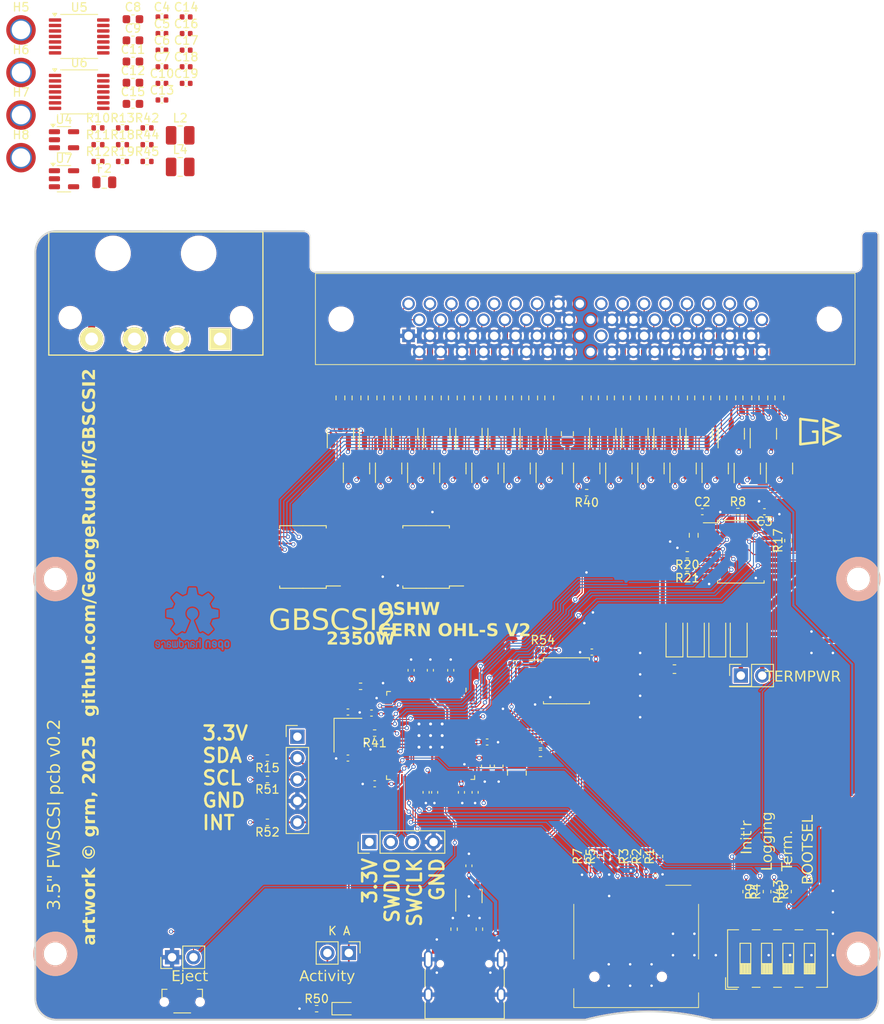
<source format=kicad_pcb>
(kicad_pcb (version 20241229) (generator "pcbnew") (generator_version "9.0")
  (title_block (title "GBSCSI model 2, 3.5in form factor, FWSCSI") (date "2025-03-09") (rev "0.2") (comment 3 "Drawn by George R. M."))
  (layers (0 "F.Cu" signal) (4 "In1.Cu" signal) (6 "In2.Cu" signal) (2 "B.Cu" signal) (13 "F.Paste" user) (15 "B.Paste" user) (5 "F.SilkS" user "F.Silkscreen") (7 "B.SilkS" user "B.Silkscreen") (1 "F.Mask" user) (3 "B.Mask" user) (25 "Edge.Cuts" user))
  (net 0 "")
  (net 1 "GND")
  (net 2 "+5V")
  (net 3 "Net-(U3-A0)")
  (net 4 "Net-(U1-VREG_AVDD)")
  (net 5 "Net-(D2-K)")
  (net 6 "/5V_IN")
  (net 7 "Net-(D4-A)")
  (net 8 "+3.3V")
  (net 9 "/TERMPWR")
  (net 10 "/SDIO_D2")
  (net 11 "/SDIO_D3")
  (net 12 "/SDIO_CMD")
  (net 13 "/SDIO_CLK")
  (net 14 "/SDIO_D0")
  (net 15 "/SDIO_D1")
  (net 16 "/~{SCSI_SD0}")
  (net 17 "/~{SCSI_SD1}")
  (net 18 "/~{SCSI_SD2}")
  (net 19 "/~{SCSI_SD3}")
  (net 20 "/~{SCSI_SD4}")
  (net 21 "/~{SCSI_SD5}")
  (net 22 "/~{SCSI_SD6}")
  (net 23 "/~{SCSI_SD7}")
  (net 24 "/~{SCSI_SDP}")
  (net 25 "/SCSI_~{ATTN}")
  (net 26 "/~{SCSI_BSY}")
  (net 27 "/~{SCSI_ACK}")
  (net 28 "/~{SCSI_MSG}")
  (net 29 "/~{SCSI_SEL}")
  (net 30 "/SCSI_~{C}{slash}D")
  (net 31 "/SCSI_~{REQ}")
  (net 32 "/~{INITIATOR}")
  (net 33 "/~{DEBUG}")
  (net 34 "/~{TERM_EN}")
  (net 35 "/~{MCU_ATTN}")
  (net 36 "/~{MCU_REQ}")
  (net 37 "Net-(D1-A)")
  (net 38 "/~{MCU_SEL_OUT}")
  (net 39 "/~{MCU_ACK}")
  (net 40 "Net-(U3-B1)")
  (net 41 "/EJECT")
  (net 42 "/~{MCU_SDP}")
  (net 43 "/~{MCU_CD{slash}SEL_IN}")
  (net 44 "Net-(R20-Pad2)")
  (net 45 "/~{MCU_MSG{slash}BSY_IN}")
  (net 46 "Net-(R21-Pad2)")
  (net 47 "/~{MCU_IO}")
  (net 48 "/~{MCU_SD0}")
  (net 49 "/~{MCU_SD1}")
  (net 50 "/~{MCU_SD2}")
  (net 51 "/~{MCU_SD3}")
  (net 52 "/~{MCU_SD4}")
  (net 53 "/~{MCU_SD5}")
  (net 54 "/~{MCU_SD6}")
  (net 55 "/~{MCU_SD7}")
  (net 56 "/XOUT")
  (net 57 "/~{MCU_BSY_OUT}")
  (net 58 "+2.8V")
  (net 59 "VBUS")
  (net 60 "/BUS_DIR")
  (net 61 "/~{SCSI_RST}")
  (net 62 "/ACTY")
  (net 63 "/5V_TIE")
  (net 64 "Net-(F2-Pad1)")
  (net 65 "/SCSI_I{slash}~{O} ")
  (net 66 "Net-(Q1-D)")
  (net 67 "Net-(Q2-D)")
  (net 68 "Net-(Q3-D)")
  (net 69 "Net-(Q4-D)")
  (net 70 "Net-(Q5-D)")
  (net 71 "Net-(Q6-D)")
  (net 72 "Net-(Q7-D)")
  (net 73 "Net-(Q8-D)")
  (net 74 "Net-(Q9-D)")
  (net 75 "Net-(Q10-D)")
  (net 76 "Net-(Q11-D)")
  (net 77 "Net-(Q12-D)")
  (net 78 "Net-(Q13-D)")
  (net 79 "Net-(Q14-D)")
  (net 80 "Net-(Q15-D)")
  (net 81 "Net-(Q16-D)")
  (net 82 "Net-(Q17-D)")
  (net 83 "Net-(Q18-D)")
  (net 84 "/~{MCU_RST_OUT}")
  (net 85 "Net-(C20-Pad1)")
  (net 86 "/I²C_SDA")
  (net 87 "/CC1")
  (net 88 "/Din+")
  (net 89 "/Din-")
  (net 91 "/CC2")
  (net 94 "/~{SCSI_SD12}")
  (net 95 "/~{SCSI_SD13}")
  (net 96 "/~{SCSI_SD14}")
  (net 97 "/~{SCSI_SD15}")
  (net 98 "/~{SCSI_SDP1}")
  (net 100 "/~{SCSI_SD8}")
  (net 101 "/~{SCSI_SD9}")
  (net 102 "/~{SCSI_SD10}")
  (net 103 "/~{SCSI_SD11}")
  (net 104 "/SWD")
  (net 105 "/SWCLK")
  (net 106 "/VREG_LX")
  (net 107 "Net-(Q19-D)")
  (net 108 "Net-(Q20-D)")
  (net 109 "Net-(Q21-D)")
  (net 110 "Net-(Q22-D)")
  (net 111 "Net-(Q23-D)")
  (net 112 "Net-(Q24-D)")
  (net 113 "Net-(Q25-D)")
  (net 114 "Net-(Q26-D)")
  (net 115 "Net-(Q27-D)")
  (net 116 "/XIN")
  (net 117 "/Dout+")
  (net 118 "/USB_D+")
  (net 119 "/Dout-")
  (net 120 "/USB_D-")
  (net 121 "/QSPI_SS")
  (net 122 "/~{USB_BOOT}")
  (net 123 "/~{MCU_SDP1}")
  (net 124 "/I²C_SCL")
  (net 125 "/I²C_INT")
  (net 128 "/~{MCU_SD8}")
  (net 129 "/~{MCU_SD9}")
  (net 130 "/~{MCU_SD10}")
  (net 131 "/~{MCU_SD11}")
  (net 132 "/~{MCU_SD12}")
  (net 133 "/~{MCU_SD13}")
  (net 134 "/~{MCU_SD14}")
  (net 135 "/~{MCU_SD15}")
  (net 136 "/~{MCU_RST_IN}")
  (net 143 "/QSPI_SD3")
  (net 144 "/QSPI_SCLK")
  (net 145 "/QSPI_SD0")
  (net 146 "/QSPI_SD2")
  (net 147 "/QSPI_SD1")
  (net 148 "+1.1V")
  (net 149 "Net-(U4-SW)")
  (net 150 "Net-(U7-SW)")
  (net 151 "Net-(U4-FB)")
  (net 152 "Net-(U7-FB)")
  (footprint "Package_TO_SOT_SMD:SOT-23" (layer "F.Cu") (at 63.02 67.203139 90)
    (property "Reference" "Q23" (hide yes))
    (property "Value" "AO3401A")
  )
  (footprint "Resistor_SMD:R_0402_1005Metric" (layer "F.Cu") (at 54.356 108.204 180)
    (property "Reference" "R51")
    (property "Value" "4.7kΩ")
  )
  (footprint "Package_SO:TSSOP-14_4.4x5mm_P0.65mm" (layer "F.Cu") (at 32.03 20.085)
    (property "Reference" "U5")
    (property "Value" "74LVTH125")
  )
  (footprint "Inductor_SMD:L_1008_2520Metric" (layer "F.Cu") (at 44.01 31.81)
    (property "Reference" "L2")
    (property "Value" "1μH")
  )
  (footprint "Resistor_SMD:R_0603_1608Metric" (layer "F.Cu") (at 66.83 62.948139 -90)
    (property "Reference" "R61" (hide yes))
    (property "Value" "110Ω")
  )
  (footprint "Inductor_SMD:L_1008_2520Metric" (layer "F.Cu") (at 44.01 35.56)
    (property "Reference" "L4")
    (property "Value" "1μH")
  )
  (footprint "Package_SO:SOIC-8_5.23x5.23mm_P1.27mm" (layer "F.Cu") (at 89.825 96.5)
    (property "Reference" "U10" (hide yes))
    (property "Value" "W25Q128JVS")
  )
  (footprint "Resistor_SMD:R_0402_1005Metric" (layer "F.Cu") (at 87.023 92.837)
    (property "Reference" "R54")
    (property "Value" "4.7kΩ")
  )
  (footprint "Capacitor_SMD:C_0402_1005Metric" (layer "F.Cu") (at 41.85 17.77)
    (property "Reference" "C4")
    (property "Value" "100nF")
  )
  (footprint "Resistor_SMD:R_0603_1608Metric" (layer "F.Cu") (at 115.09 62.948139 -90)
    (property "Reference" "R58" (hide yes))
    (property "Value" "110Ω")
  )
  (footprint "Connector_PinHeader_2.54mm:PinHeader_1x02_P2.54mm_Vertical" (layer "F.Cu") (at 64.013 128.778 -90)
    (property "Reference" "J3" (hide yes))
    (property "Value" "Conn_01x02")
  )
  (footprint "Resistor_SMD:R_0402_1005Metric" (layer "F.Cu") (at 37.17 30.93)
    (property "Reference" "R13")
    (property "Value" "4.7kΩ")
  )
  (footprint "Capacitor_SMD:C_0603_1608Metric" (layer "F.Cu") (at 38.41 28.08)
    (property "Reference" "C15")
    (property "Value" "10μF")
  )
  (footprint "Package_TO_SOT_SMD:SOT-23" (layer "F.Cu") (at 115.09 71.315639 90)
    (property "Reference" "Q22" (hide yes))
    (property "Value" "AO3401A")
  )
  (footprint "LED_SMD:LED_0603_1608Metric" (layer "F.Cu") (at 63.5 135.382)
    (property "Reference" "D1" (hide yes))
    (property "Value" "YELLOW")
  )
  (footprint "Resistor_SMD:R_0402_1005Metric" (layer "F.Cu") (at 92.3394 117.322 90)
    (property "Reference" "R7")
    (property "Value" "4.7kΩ")
  )
  (footprint "Package_TO_SOT_SMD:SOT-23" (layer "F.Cu") (at 64.925 71.315639 90)
    (property "Reference" "Q24" (hide yes))
    (property "Value" "AO3401A")
  )
  (footprint "Capacitor_SMD:C_0402_1005Metric" (layer "F.Cu") (at 63.909 105.664 180)
    (property "Reference" "C20" (hide yes))
    (property "Value" "22pF")
  )
  (footprint "Resistor_SMD:R_0402_1005Metric" (layer "F.Cu") (at 60.198 135.382)
    (property "Reference" "R50")
    (property "Value" "4.7kΩ")
  )
  (footprint "MountingHole:MountingHole_2.2mm_M2_ISO7380_Pad_TopOnly" (layer "F.Cu") (at 25.13 24.36)
    (property "Reference" "H6")
    (property "Value" "~")
  )
  (footprint "Capacitor_SMD:C_0402_1005Metric" (layer "F.Cu") (at 44.72 25.65)
    (property "Reference" "C19")
    (property "Value" "100nF")
  )
  (footprint "Resistor_SMD:R_0402_1005Metric" (layer "F.Cu") (at 97.8124 117.322 90)
    (property "Reference" "R3")
    (property "Value" "4.7kΩ")
  )
  (footprint "Capacitor_SMD:C_0402_1005Metric" (layer "F.Cu") (at 66.703 100.33 180)
    (property "Reference" "C29" (hide yes))
    (property "Value" "100nF")
  )
  (footprint "Capacitor_SMD:C_0603_1608Metric" (layer "F.Cu") (at 38.41 20.55)
    (property "Reference" "C9")
    (property "Value" "10μF")
  )
  (footprint "Package_TO_SOT_SMD:SOT-23" (layer "F.Cu") (at 99.85 71.315639 90)
    (property "Reference" "Q14" (hide yes))
    (property "Value" "AO3401A")
  )
  (footprint "Connector_PinHeader_2.54mm:PinHeader_1x05_P2.54mm_Vertical" (layer "F.Cu") (at 57.912 103.129)
    (property "Reference" "J6" (hide yes))
    (property "Value" "Conn_01x05")
  )
  (footprint "Resistor_SMD:R_0603_1608Metric" (layer "F.Cu") (at 111.28 62.948139 -90)
    (property "Reference" "R56" (hide yes))
    (property "Value" "110Ω")
  )
  (footprint "Resistor_SMD:R_0402_1005Metric" (layer "F.Cu") (at 40.08 30.93)
    (property "Reference" "R42")
    (property "Value" "374kΩ")
  )
  (footprint "Resistor_SMD:R_0603_1608Metric" (layer "F.Cu") (at 76.355 62.948139 -90)
    (property "Reference" "R24" (hide yes))
    (property "Value" "110Ω")
  )
  (footprint "Resistor_SMD:R_0402_1005Metric" (layer "F.Cu") (at 54.356 105.664 180)
    (property "Reference" "R15")
    (property "Value" "4.7kΩ")
  )
  (footprint "Capacitor_SMD:C_0402_1005Metric" (layer "F.Cu") (at 41.85 23.68)
    (property "Reference" "C7")
    (property "Value" "100nF")
  )
  (footprint "Connector_PinHeader_2.54mm:PinHeader_1x04_P2.54mm_Vertical" (layer "F.Cu") (at 66.4478 115.618 90)
    (property "Reference" "J7" (hide yes))
    (property "Value" "Conn_01x04")
  )
  (footprint "MountingHole:MountingHole_2.2mm_M2_ISO7380_Pad_TopOnly" (layer "F.Cu") (at 25.13 19.31)
    (property "Reference" "H5")
    (property "Value" "~")
  )
  (footprint "Package_TO_SOT_SMD:SOT-23-5" (layer "F.Cu") (at 30.23 36.96)
    (property "Reference" "U7")
    (property "Value" "TLV62569DBV")
  )
  (footprint "Resistor_SMD:R_0402_1005Metric" (layer "F.Cu") (at 40.08 32.92)
    (property "Reference" "R44")
    (property "Value" "100kΩ")
  )
  (footprint "GBSCSI:DRVPWR" (layer "F.Cu") (at 42.3952 61.0475)
    (property "Reference" "J4" (hide yes))
    (property "Value" "Conn_01x04" (hide yes))
  )
  (footprint "Resistor_SMD:R_0603_1608Metric" (layer "F.Cu") (at 105.565 62.948139 -90)
    (property "Reference" "R38" (hide yes))
    (property "Value" "110Ω")
  )
  (footprint "GBSCSI:MH2.5_NPTH" (layer "F.Cu") (at 124.45 128.88)
    (property "Reference" "H4" (hide yes))
    (property "Value" "~" (hide yes))
  )
  (footprint "Fiducial:Fiducial_0.5mm_Mask1mm" (layer "F.Cu") (at 122 50.448139)
    (property "Reference" "FID3" (hide yes))
    (property "Value" "Fiducial")
  )
  (footprint "Resistor_SMD:R_0603_1608Metric" (layer "F.Cu") (at 101.755 62.948139 -90)
    (property "Reference" "R36" (hide yes))
    (property "Value" "110Ω")
  )
  (footprint "Resistor_SMD:R_0603_1608Metric" (layer "F.Cu") (at 94.135 62.948139 -90)
    (property "Reference" "R32" (hide yes))
    (property "Value" "110Ω")
  )
  (footprint "Capacitor_SMD:C_0402_1005Metric" (layer "F.Cu") (at 78.994 109.728 -90)
    (property "Reference" "C36" (hide yes))
    (property "Value" "4.7μF")
  )
  (footprint "Package_TO_SOT_SMD:SOT-23-5" (layer "F.Cu") (at 30.23 32.335)
    (property "Reference" "U4")
    (property "Value" "TLV62569DBV")
  )
  (footprint "Capacitor_SMD:C_0402_1005Metric" (layer "F.Cu") (at 44.72 19.74)
    (property "Reference" "C16")
    (property "Value" "1uF")
  )
  (footprint "Package_TO_SOT_SMD:SOT-23" (layer "F.Cu") (at 76.355 71.315639 90)
    (property "Reference" "Q3" (hide yes))
    (property "Value" "AO3401A")
  )
  (footprint "Package_TO_SOT_SMD:SOT-23" (layer "F.Cu") (at 97.945 67.203139 90)
    (property "Reference" "Q13" (hide yes))
    (property "Value" "AO3401A")
  )
  (footprint "Package_SO:SSOP-20_5.3x7.2mm_P0.65mm" (layer "F.Cu") (at 58.57629 81.817941 180)
    (property "Reference" "U11" (hide yes))
    (property "Value" "74LVTH245")
  )
  (footprint "Package_TO_SOT_SMD:SOT-23" (layer "F.Cu") (at 101.755 67.203139 90)
    (property "Reference" "Q15" (hide yes))
    (property "Value" "AO3401A")
  )
  (footprint "Resistor_SMD:R_0402_1005Metric" (layer "F.Cu") (at 86.741 105.1052 180)
    (property "Reference" "R49" (hide yes))
    (property "Value" "22Ω")
  )
  (footprint "Capacitor_SMD:C_0402_1005Metric" (layer "F.Cu") (at 105.94 76.447139)
    (property "Reference" "C2")
    (property "Value" "12pF")
  )
  (footprint "Package_TO_SOT_SMD:SOT-23" (layer "F.Cu") (at 85.88 67.203139 90)
    (property "Reference" "Q8" (hide yes))
    (property "Value" "AO3401A")
  )
  (footprint "Fuse:Fuse_0805_2012Metric" (layer "F.Cu") (at 89.938 67.203139 -90)
    (property "Reference" "F1" (hide yes))
    (property "Value" "1A")
  )
  (footprint "Resistor_SMD:R_0603_1608Metric" (layer "F.Cu") (at 72.545 62.948139 -90)
    (property "Reference" "R22" (hide yes))
    (property "Value" "110Ω")
  )
  (footprint "Capacitor_SMD:C_0402_1005Metric" (layer "F.Cu") (at 71.4008 95.25 90)
    (property "Reference" "C28" (hide yes))
    (property "Value" "100nF")
  )
  (footprint "Package_TO_SOT_SMD:SOT-23" (layer "F.Cu") (at 87.785 71.315639 90)
    (property "Reference" "Q9" (hide yes))
    (property "Value" "AO3401A")
  )
  (footprint "Resistor_SMD:R_0603_1608Metric" (layer "F.Cu") (at 92.23 62.948139 -90)
    (property "Reference" "R31" (hide yes))
    (property "Value" "110Ω")
  )
  (footprint "Capacitor_SMD:C_0402_1005Metric" (layer "F.Cu") (at 73.18 109.728 -90)
    (property "Reference" "C31" (hide yes))
    (property "Value" "100nF")
  )
  (footprint "Capacitor_SMD:C_0402_1005Metric" (layer "F.Cu") (at 67.084 103.886 180)
    (property "Reference" "C23" (hide yes))
    (property "Value" "4.7μF")
  )
  (footprint "Button_Switch_SMD:SW_DIP_SPSTx04_Slide_6.7x11.72mm_W8.61mm_P2.54mm_LowProfile" (layer "F.Cu") (at 114.8614 129.4384 90)
    (property "Reference" "SW1" (hide yes))
    (property "Value" "SW_DIP_x04")
  )
  (footprint "Package_TO_SOT_SMD:SOT-23" (layer "F.Cu") (at 109.375 67.203139 90)
    (property "Reference" "Q19" (hide yes))
    (property "Value" "AO3401A")
  )
  (footprint "Resistor_SMD:R_0603_1608Metric" (layer "F.Cu") (at 80.165 62.948139 -90)
    (property "Reference" "R26" (hide yes))
    (property "Value" "110Ω")
  )
  (footprint "Resistor_SMD:R_0402_1005Metric" (layer "F.Cu") (at 93.8634 117.322 90)
    (property "Reference" "R5")
    (property "Value" "4.7kΩ")
  )
  (footprint "Package_TO_SOT_SMD:SOT-23" (layer "F.Cu") (at 68.735 71.315639 90)
    (property "Reference" "Q26" (hide yes))
    (property "Value" "AO3401A")
  )
  (footprint "Inductor_SMD:L_0603_1608Metric" (layer "F.Cu") (at 102.638 95.116139)
    (property "Reference" "L1" (hide yes))
    (property "Value" "Ferrite_Bead_Small")
  )
  (footprint "Diode_SMD:D_SOD-123" (layer "F.Cu") (at 102.638 91.306139 90)
    (property "Reference" "D4" (hide yes))
    (property "Value" "1N5819")
  )
  (footprint "Inductor_SMD:L_1008_2520Metric_Pad1.43x2.20mm_HandSolder" (layer "F.Cu") (at 83.947 107.442 -90)
    (property "Reference" "L3" (hide yes))
    (property "Value" "3.3μH")
  )
  (footprint "Resistor_SMD:R_0402_1005Metric" (layer "F.Cu") (at 100.8604 117.322 90)
    (property "Reference" "R1")
    (property "Value" "4.7kΩ")
  )
  (footprint "Diode_SMD:D_SOD-123" (layer "F.Cu") (at 107.718 91.306139 90)
    (property "Reference" "D3" (hide yes))
    (property "Value" "1N5819")
  )
  (footprint "Capacitor_SMD:C_0402_1005Metric" (layer "F.Cu") (at 41.85 27.62)
    (property "Reference" "C13")
    (property "Value" "100nF")
  )
  (footprint "Fiducial:Fiducial_0.5mm_Mask1mm" (layer "F.Cu") (at 57.5 134.25)
    (property "Reference" "FID2" (hide yes))
    (property "Value" "Fiducial")
  )
  (footprint "Capacitor_SMD:C_0402_1005Metric" (layer "F.Cu") (at 74.196 109.728 -90)
    (property "Reference" "C22" (hide yes))
    (property "Value" "100nF")
  )
  (footprint "Connector_USB:USB_C_Receptacle_HRO_TYPE-C-31-M-12" (layer "F.Cu") (at 77.7508 132.6614)
    (property "Reference" "J1" (hide yes))
    (property "Value" "TYPE-C-31-M-12")
  )
  (footprint "Package_TO_SOT_SMD:SOT-23" (layer "F.Cu") (at 82.07 67.203139 90)
    (property "Reference" "Q6" (hide yes))
    (property "Value" "AO3401A")
  )
  (footprint "Capacitor_SMD:C_0402_1005Metric" (layer "F.Cu") (at 77.371 109.728 -90)
    (property "Reference" "C32" (hide yes))
    (property "Value" "100nF")
  )
  (footprint "Resistor_SMD:R_0402_1005Metric" (layer "F.Cu") (at 99.3364 117.322 90)
    (property "Reference" "R2")
    (property "Value" "4.7kΩ")
  )
  (footprint "Package_TO_SOT_SMD:SOT-23" (layer "F.Cu") (at 107.47 71.315639 90)
    (property "Reference" "Q18" (hide yes))
    (property "Value" "AO3401A")
  )
  (footprint "Package_SO:SSOP-20_5.3x7.2mm_P0.65mm" (layer "F.Cu") (at 73.18129 81.817941 180)
    (property "Reference" "U2" (hide yes))
    (property "Value" "74LVTH245")
  )
  (footprint "Capacitor_SMD:C_0402_1005Metric" (layer "F.Cu") (at 67.084 108.712 180)
    (property "Reference" "C30" (hide yes))
    (property "Value" "100nF")
  )
  (footprint "Resistor_SMD:R_0402_1005Metric" (layer "F.Cu") (at 86.741 104.0892 180)
    (property "Reference" "R48" (hide yes))
    (property "Value" "22Ω")
  )
  (footprint "GBSCSI:MH2.5_NPTH" (layer "F.Cu") (at 29.2 84.43)
    (property "Reference" "H1" (hide yes))
    (property "Value" "~" (hide yes))
  )
  (footprint "Package_TO_SOT_SMD:SOT-23-6" (layer "F.Cu") (at 78.2562 122.0231 90)
    (property "Reference" "U9" (hide yes))
    (property "Value" "USB TVS")
  )
  (footprint "Resistor_SMD:R_0603_1608Metric" (layer "F.Cu") (at 70.64 62.948139 -90)
    (property "Reference" "R63" (hide yes))
    (property "Value" "110Ω")
  )
  (footprint "Resistor_SMD:R_0603_1608Metric" (layer "F.Cu") (at 103.66 62.948139 -90)
    (property "Reference" "R37" (hide yes))
    (property "Value" "110Ω")
  )
  (footprint "Capacitor_SMD:C_0402_1005Metric" (layer "F.Cu") (at 73.6868 95.25 90)
    (property "Reference" "C24" (hide yes))
    (property "Value" "100nF")
  )
  (footprint "Package_TO_SOT_SMD:SOT-23" (layer "F.Cu") (at 83.975 71.315639 90)
    (property "Reference" "Q7" (hide yes))
    (property "Value" "AO3401A")
  )
  (footprint "Resistor_SMD:R_0402_1005Metric" (layer "F.Cu") (at 40.08 34.91)
    (property "Reference" "R45")
    (property "Value" "22Ω")
  )
  (footprint "GBSCSI:TF01A" (layer "F.Cu") (at 98.0974 128)
    (property "Reference" "J2" (hide yes))
    (property "Value" "TF003" (hide yes))
  )
  (footprint "Resistor_SMD:R_0402_1005Metric" (layer "F.Cu") (at 76.5008 125.9546 90)
    (property "Reference" "R47" (hide yes))
    (property "Value" "5.1kΩ")
  )
  (footprint "Resistor_SMD:R_0603_1608Metric" (layer "F.Cu") (at 74.45 62.948139 -90)
    (property "Reference" "R23" (hide yes))
    (property "Value" "110Ω")
  )
  (footprint "Package_TO_SOT_SMD:SOT-23" (layer "F.Cu") (at 80.165 71.315639 90)
    (property "Reference" "Q5" (hide yes))
    (property "Value" "AO3401A")
  )
  (footprint "Capacitor_SMD:C_0402_1005Metric" (layer "F.Cu") (at 78.2588 118.44 90)
    (property "Reference" "C33" (hide yes))
    (property "Value" "100nF")
  )
  (footprint "Crystal:Crystal_SMD_3225-4Pin_3.2x2.5mm" (layer "F.Cu") (at 63.909 102.95 -90)
    (property "Reference" "Y1" (hide yes))
    (property "Value" "12MHz")
  )
  (footprint "Connector_PinHeader_2.54mm:PinHeader_2x01_P2.54mm_Vertical" (layer "F.Cu") (at 110.512 95.878139)
    (property "Reference" "JP3" (hide yes))
    (property "Value" "Jumper_2_Open")
  )
  (footprint "Resistor_SMD:R_0402_1005Metric" (layer "F.Cu") (at 114.455 121.5014 -90)
    (property "Reference" "R6")
    (property "Value" "1kΩ")
  )
  (footprint "GBSCSI:MH2.5_NPTH" (layer "F.Cu") (at 29.2 128.88)
    (property "Reference" "H2" (hide yes))
    (property "Value" "~" (hide yes))
  )
  (footprint "Resistor_SMD:R_0402_1005Metric" (layer "F.Cu") (at 110.1646 76.434139)
    (property "Reference" "R8")
    (property "Value" "2.2kΩ")
  )
  (footprint "Resistor_SMD:R_0603_1608Metric" (layer "F.Cu") (at 113.185 62.948139 -90)
    (property "Reference" "R57" (hide yes))
    (property "Value" "110Ω")
  )
  (footprint "Resistor_SMD:R_0603_1608Metric" (layer "F.Cu") (at 82.07 62.948139 -90)
    (property "Reference" "R27" (hide yes))
    (property "Value" "110Ω")
  )
  (footprint "GBSCSI:RP2350-QFN-80-1EP_10x10_P0.4mm_EP3.4x3.4mm_ThermalVias" (layer "F.Cu") (at 73.71 102.995139 -90)
    (property "Reference" "U1" (hide yes))
    (property "Value" "RP2350_80QFN")
  )
  (footprint "Resistor_SMD:R_0402_1005Metric" (layer "F.Cu") (at 34.26 30.93)
    (property "Reference" "R10")
    (property "Value" "4.7kΩ")
  )
  (footprint "Resistor_SMD:R_0603_1608Metric" (layer "F.Cu") (at 99.85 62.948139 -90)
    (property "Reference" "R35" (hide yes))
    (property "Value" "110Ω")
  )
  (footprint "Package_TO_SOT_SMD:SOT-23" (layer "F.Cu") (at 105.565 67.203139 90)
    (property "Reference" "Q17" (hide yes))
    (property "Value" "AO3401A")
  )
  (footprint "Capacitor_SMD:C_0603_1608Metric" (layer "F.Cu") (at 81.788 106.6292 -90)
    (property "Reference" "C35" (hide yes))
    (property "Value" "4.7μF")
  )
  (footprint "Capacitor_SMD:C_0402_1005Metric" (layer "F.Cu") (at 44.72 23.68)
    (property "Reference" "C18")
    (property "Value" "100nF")
  )
  (footprint "Capacitor_SMD:C_0402_1005Metric" (layer "F.Cu") (at 44.72 17.77)
    (property "Reference" "C14")
    (property "Value" "100nF")
  )
  (footprint "Resistor_SMD:R_0603_1608Metric" (layer "F.Cu") (at 96.04 62.948139 -90)
    (property "Reference" "R33" (hide yes))
    (property "Value" "110Ω")
  )
  (footprint "Resistor_SMD:R_0603_1608Metric" (layer "F.Cu") (at 109.375 62.948139 -90)
    (property "Reference" "R55" (hide yes))
    (property "Value" "110Ω")
  )
  (footprint "Resistor_SMD:R_0402_1005Metric" (layer "F.Cu") (at 116.1 79.876139 90)
    (property "Reference" "R17")
    (property "Value" "1kΩ")
  )
  (footprint "Fiducial:Fiducial_0.5mm_Mask1mm" (layer "F.Cu") (at 122.05 134.2)
    (property "Reference" "FID1" (hide yes))
    (property "Value" "Fiducial")
  )
  (footprint "GBSCSI:SW_Push_1P1T-MP_NO_Horizontal_Alps_SKRTLAE010" (layer "F.Cu") (at 44.251 134.586)
    (property "Reference" "SW2" (hide yes))
    (property "Value" "GT-TC108A-H034-L1S" (hide yes))
  )
  (footprint "Resistor_SMD:R_0603_1608Metric" (layer "F.Cu") (at 83.975 62.948139 -90)
    (property "Reference" "R28" (hide yes))
    (property "Value" "110Ω")
  )
  (footprint "Diode_SMD:D_SOD-123" (layer "F.Cu") (at 105.178 91.306139 90)
    (property "Reference" "D5" (hide yes))
    (property "Value" "1N5819")
  )
  (footprint "Capacitor_SMD:C_0603_1608Metric" (layer "F.Cu") (at 38.41 18.04)
    (property "Reference" "C8")
    (property "Value" "10μF")
  )
  (footprint "Package_TO_SOT_SMD:SOT-23" (layer "F.Cu") (at 94.135 67.203139 90)
    (property "Reference" "Q11" (hide yes))
    (property "Value" "AO3401A")
  )
  (footprint "Package_SO:TSSOP-14_4.4x5mm_P0.65mm" (layer "F.Cu") (at 32.03 26.66)
    (property "Reference" "U6")
    (property "Value" "74LVTH125")
  )
  (footprint "Package_TO_SOT_SMD:SOT-23" (layer "F.Cu") (at 103.66 71.315639 90)
    (property "Reference" "Q16" (hide yes))
    (property "Value" "AO3401A")
  )
  (footprint "Package_SO:SSOP-20_5.3x7.2mm_P0.65mm" (layer "F.Cu") (at 110.512 81.197139)
    (property "Reference" "U3" (hide yes))
    (property "Value" "74LVTH245")
  )
  (footprint "Capacitor_SMD:C_0402_1005Metric" (layer "F.Cu") (at 41.85 21.71)
    (property "Reference" "C6")
    (property "Value" "100nF")
  )
  (footprint "Resistor_SMD:R_0603_1608Metric" (layer "F.Cu") (at 97.945 62.948139 -90)
    (property "Reference" "R34" (hide yes))
    (property "Value" "110Ω")
  )
  (footprint "Resistor_SMD:R_0402_1005Metric" (layer "F.Cu") (at 112.795534 121.5014 90)
    (property "Reference" "R9")
    (property "Value" "2.2kΩ")
  )
  (footprint "Resistor_SMD:R_0402_1005Metric" (layer "F.Cu") (at 116.114468 121.5014 90)
    (property "Reference" "R43")
    (property "Value" "2.2kΩ")
  )
  (footprint "Resistor_SMD:R_0402_1005Metric" (layer "F.Cu") (at 37.17 32.92)
    (property "Reference" "R18")
    (property "Value" "442kΩ")
  )
  (footprint "Resistor_SMD:R_0402_1005Metric" (layer "F.Cu") (at 34.26 32.92)
    (property "Reference" "R11")
    (property "Value" "4.7kΩ")
  )
  (footprint "Capacitor_SMD:C_0603_1608Metric" (layer "F.Cu") (at 95.5264 117.322 -90)
    (property "Reference" "C1" (hide yes))
    (property "Value" "10μF")
  )
  (footprint "Capacitor_SMD:C_0603_1608Metric" (layer "F.Cu") (at 80.264 106.6292 -90)
    (property "Reference" "C26" (hide yes))
    (property "Value" "4.7μF")
  )
  (footprint "Resistor_SMD:R_0603_1608Metric" (layer "F.Cu") (at 64.925 62.948139 -90)
    (property "Reference" "R60" (hide yes))
    (property "Value" "110Ω")
  )
  (footprint "Fuse:Fuse_0805_2012Metric" (layer "F.Cu") (at 35.01 37.38)
    (property "Reference" "F2")
    (property "Value" "1A")
  )
  (footprint "Resistor_SMD:R_0603_1608Metric" (layer "F.Cu") (at 104.921 79.241139 90)
    (property "Reference" "R16" (hide yes))
    (property "Value" "110Ω")
  )
  (footprint "Resistor_SMD:R_0402_1005Metric" (layer "F.Cu") (at 65.405 97.155)
    (property "Reference" "R14" (hide yes))
    (property "Value" "1kΩ")
  )
  (footprint "Capacitor_SMD:C_0402_1005Metric" (layer "F.Cu") (at 80.419 103.759)
    (property "Reference" "C25" (hide yes))
    (property "Value" "1uF")
  )
  (footprint "Capacitor_SMD:C_0402_1005Metric" (layer "F.Cu") (at 44.72 21.71)
    (property "Reference" "C17")
    (property "Value" "100nF")
  )
  (footprint "Resistor_SMD:R_0603_1608Metric" (layer "F.Cu") (at 85.88 62.948139 -90)
    (property "Reference" "R29" (hide yes))
    (property "Value" "110Ω")
  )
  (footprint "Resistor_SMD:R_0402_1005Metric" (layer "F.Cu") (at 37.17 34.91)
    (property "Reference" "R19")
    (property "Value" "100kΩ")
  )
  (footprint "Package_TO_SOT_SMD:SOT-23" (layer "F.Cu") (at 78.26 67.203139 90)
    (property "Reference" "Q4" (hide yes))
    (property "Value" "AO3401A")
  )
  (footprint "Capacitor_SMD:C_0402_1005Metric" (layer "F.Cu") (at 92.837 93.091 180)
    (property "Reference" "C34" (hide yes))
    (property "Value" "100nF")
  )
  (footprint "Resistor_SMD:R_0402_1005Metric" (layer "F.Cu") (at 67.075 102.7 180)
    (property "Reference" "R41")
    (property "Value" "1kΩ")
  )
  (footprint "Resistor_SMD:R_0402_1005Metric" (layer "F.Cu") (at 92.23 74.188139 180)
    (property "Reference" "R40")
    (property "Value" "1kΩ")
  )
  (footprint "Resistor_SMD:R_0402_1005Metric" (layer "F.Cu") (at 111.136068 121.5014 -90)
    (property "Reference" "R4")
    (property "Value" "1kΩ")
  )
  (footprint "Package_TO_SOT_SMD:SOT-23" (layer "F.Cu") (at 111.28 71.345639 90)
    (property "Reference" "Q20" (hide yes))
    (property "Value" "AO3401A")
  )
  (footprint "Resistor_SMD:R_0402_1005Metric" (layer "F.Cu") (at 79.5008 125.9546 90)
    (property "Reference" "R46" (hide yes))
    (property "Value" "5.1kΩ")
  )
  (footprint "Resistor_SMD:R_0603_1608Metric" (layer "F.Cu") (at 68.735 62.948139 -90)
    (property "Reference" "R62" (hide yes))
    (property "Value" "110Ω")
  )
  (footprint "Capacitor_SMD:C_0603_1608Metric" (layer "F.Cu") (at 38.41 23.06)
    (property "Reference" "C11")
    (property "Value" "10μF")
  )
  (footprint "Capacitor_SMD:C_0402_1005Metric" (layer "F.Cu") (at 63.909 100.203)
    (property "Reference" "C21" (hide yes))
    (property "Value" "22pF")
  )
  (footprint "GBSCSI:MH2.5_NPTH" (layer "F.Cu") (at 124.45 84.43)
    (property "Reference" "H3" (hide yes))
    (property "Value" "~" (hide yes))
  )
  (footprint "Package_TO_SOT_SMD:SOT-23" (layer "F.Cu") (at 66.83 67.203139 90)
    (property "Reference" "Q25" (hide yes))
    (property "Value" "AO3401A")
  )
  (footprint "Package_TO_SOT_SMD:SOT-23" (layer "F.Cu") (at 92.23 71.315639 90)
    (property "Reference" "Q10" (hide yes))
    (property "Value" "AO3401A")
  )
  (footprint "Connector_PinHeader_2.54mm:PinHeader_1x02_P2.54mm_Vertical" (layer "F.Cu") (at 43.048 129.286 90)
    (property "Reference" "J8" (hide yes))
    (property "Value" "Conn_01x02")
  )
  (footprint "Capacitor_SMD:C_0402_1005Metric" (layer "F.Cu") (at 113.306 76.447139 180)
    (property "Reference" "C3")
    (property "Value" "100nF")
  )
  (footprint "Resistor_SMD:R_0402_1005Metric" (layer "F.Cu") (at 54.356 113.284 180)
    (property "Reference" "R52")
    (property "Value" "4.7kΩ")
  )
  (footprint "Resistor_SMD:R_0603_1608Metric" (layer "F.Cu") (at 78.26 62.948139 -90)
    (property "Reference" "R25" (hide yes))
    (property "Value" "110Ω")
  )
  (footprint "Package_TO_SOT_SMD:SOT-23" (layer "F.Cu") (at 113.185 67.203139 90)
    (property "Reference" "Q21" (hide yes))
    (property "Value" "AO3401A")
  )
  (footprint "Resistor_SMD:R_0603_1608Metric" (layer "F.Cu") (at 87.785 62.948139 -90)
    (property "Reference" "R30" (hide yes))
    (property "Value" "110Ω")
  )
  (footprint "Resistor_SMD:R_0603_1608Metric" (layer "F.Cu") (at 63.02 62.948139 -90)
    (property "Reference" "R59" (hide yes))
    (property "Value" "110Ω")
  )
  (footprint "Package_TO_SOT_SMD:SOT-23" (layer "F.Cu") (at 74.45 67.203139 90)
    (property "Reference" "Q2" (hide yes))
    (property "Value" "AO3401A")
  )
  (footprint "MountingHole:MountingHole_2.2mm_M2_ISO7380_Pad_TopOnly" (layer "F.Cu") (at 25.13 34.46)
    (property "Reference" "H8")
    (property "Value" "~")
  )
  (footprint "Capacitor_SMD:C_0603_1608Metric" (layer "F.Cu") (at 38.41 25.57)
    (property "Reference" "C12")
    (property "Value" "10μF")
  )
  (footprint "GBSCSI:5787169-7" (layer "F.Cu") (at 92.0532 54.496339 180)
    (property "Reference" "J5" (hide yes))
    (property "Value" "HD68")
    (fp_line (start -32 6.5) (end 32 6.5) (stroke (width 0.1)) (layer "Edge.Cuts"))
  )
  (footprint "Resistor_SMD:R_0402_1005Metric" (layer "F.Cu") (at 104.158 83.139739 180)
    (property "Reference" "R21")
    (property "Value" "1kΩ")
  )
  (footprint "Resistor_SMD:R_0402_1005Metric" (layer "F.Cu") (at 104.158 81.564939 180)
    (property "Reference" "R20")
    (property "Value" "1kΩ")
  )
  (footprint "MountingHole:MountingHole_2.2mm_M2_ISO7380_Pad_TopOnly" (layer "F.Cu") (at 25.13 29.41)
    (property "Reference" "H7")
    (property "Value" "~")
  )
  (footprint "Resistor_SMD:R_0402_1005Metric" (layer "F.Cu") (at 34.26 34.91)
    (property "Reference" "R12")
    (property "Value" "4.7kΩ")
  )
  (footprint "Resistor_SMD:R_0402_1005Metric" (layer "F.Cu") (at 83.719 94.488 180)
    (property "Reference" "R53" (hide yes))
    (property "Value" "1kΩ")
  )
  (footprint "Capacitor_SMD:C_0402_1005Metric" (layer "F.Cu") (at 76.0998 95.25 90)
    (property "Reference" "C27" (hide yes))
    (property "Value" "100nF")
  )
  (footprint "Resistor_SMD:R_0603_1608Metric" (layer "F.Cu") (at 107.47 62.948139 -90)
    (property "Reference" "R39" (hide yes))
    (property "Value" "110Ω")
  )
  (footprint "Capacitor_SMD:C_0402_1005Metric" (layer "F.Cu") (at 41.85 19.74)
    (property "Reference" "C5")
    (property "Value" "100nF")
  )
  (footprint "Package_TO_SOT_SMD:SOT-23" (layer "F.Cu") (at 72.545 71.315639 90)
    (property "Reference" "Q1" (hide yes))
    (property "Value" "AO3401A")
  )
  (footprint "Capacitor_SMD:C_0402_1005Metric" (layer "F.Cu") (at 41.85 25.65)
    (property "Reference" "C10")
    (property "Value" "100nF")
  )
  (footprint "Package_TO_SOT_SMD:SOT-23" (layer "F.Cu") (at 70.64 67.203139 90)
    (property "Reference" "Q27" (hide yes))
    (property "Value" "AO3401A")
  )
  (footprint "Package_TO_SOT_SMD:SOT-23" (layer "F.Cu") (at 96.04 71.315639 90)
    (property "Reference" "Q12" (hide yes))
    (property "Value" "AO3401A")
  )
  (footprint "Diode_SMD:D_SOD-123" (layer "F.Cu") (at 110.258 91.306139 90)
    (property "Reference" "D2" (hide yes))
    (property "Value" "1N5819")
  )
  (footprint "Symbol:OSHW-Logo2_9.8x8mm_Copper" (layer "B.Cu") (at 45.466 89.154 180)
    (property "Reference" "REF**" (hide yes))
    (property "Value" "OSHW-Logo2_9.8x8mm_Copper" (hide yes))
  )
  (gr_line (start 122.325 67.454) (end 120.325 66.704) (stroke (width 0.3)) (layer "F.SilkS"))
  (gr_line (start 117.575 68.45) (end 119.575 68.2) (stroke (width 0.3)) (layer "F.SilkS"))
  (gr_line (start 122.075 66.204) (end 120.325 66.704) (stroke (width 0.3)) (layer "F.SilkS"))
  (gr_line (start 119.575 68.2) (end 119.575 66.95) (stroke (width 0.3)) (layer "F.SilkS"))
  (gr_line (start 117.575 65.45) (end 119.575 65.7) (stroke (width 0.3)) (layer "F.SilkS"))
  (gr_line (start 117.575 65.45) (end 117.575 68.45) (stroke (width 0.3)) (layer "F.SilkS"))
  (gr_line (start 120.325 68.454) (end 122.325 67.454) (stroke (width 0.3)) (layer "F.SilkS"))
  (gr_line (start 119.075 66.95) (end 119.575 66.95) (stroke (width 0.3)) (layer "F.SilkS"))
  (gr_line (start 120.325 65.454) (end 122.075 66.204) (stroke (width 0.3)) (layer "F.SilkS"))
  (gr_line (start 120.325 68.454) (end 120.325 65.454) (stroke (width 0.3)) (layer "F.SilkS"))
  (gr_arc (start 124.8182 43.812948) (mid 124.978258 43.374237) (end 125.401652 43.1772) (stroke (width 0.05)) (layer "Edge.Cuts"))
  (gr_line (start 124.811344 47.2412) (end 124.8182 44.5488) (stroke (width 0.05)) (layer "Edge.Cuts"))
  (gr_arc (start 58.704748 43.177201) (mid 59.240214 43.397753) (end 59.462892 43.932339) (stroke (width 0.05)) (layer "Edge.Cuts"))
  (gr_arc (start 92.0974 136.7) (mid 99.5974 135.712606) (end 107.0974 136.7) (stroke (width 0.2)) (layer "Edge.Cuts"))
  (gr_arc (start 124.811344 47.2412) (mid 124.588666 47.775786) (end 124.0532 47.996338) (stroke (width 0.05)) (layer "Edge.Cuts"))
  (gr_line (start 26.825 134.2) (end 26.825 45.65) (stroke (width 0.2)) (layer "Edge.Cuts"))
  (gr_line (start 124.8182 44.5488) (end 124.8182 43.812948) (stroke (width 0.05)) (layer "Edge.Cuts"))
  (gr_line (start 59.462892 43.932339) (end 59.469748 46.624739) (stroke (width 0.05)) (layer "Edge.Cuts"))
  (gr_arc (start 26.825 45.65) (mid 27.557233 43.882233) (end 29.325 43.15) (stroke (width 0.2)) (layer "Edge.Cuts"))
  (gr_line (start 29.325 43.15) (end 58.704748 43.177201) (stroke (width 0.2)) (layer "Edge.Cuts"))
  (gr_arc (start 60.0532 47.996339) (mid 59.629806 47.799302) (end 59.469748 47.360591) (stroke (width 0.05)) (layer "Edge.Cuts"))
  (gr_arc (start 126.4186 43.1772) (mid 126.705968 43.296232) (end 126.825 43.5836) (stroke (width 0.05)) (layer "Edge.Cuts"))
  (gr_arc (start 126.825 134.2) (mid 126.092767 135.967767) (end 124.325 136.7) (stroke (width 0.2)) (layer "Edge.Cuts"))
  (gr_arc (start 29.325 136.7) (mid 27.557233 135.967767) (end 26.825 134.2) (stroke (width 0.2)) (layer "Edge.Cuts"))
  (gr_line (start 126.825 134.2) (end 126.825 43.5836) (stroke (width 0.2)) (layer "Edge.Cuts"))
  (gr_line (start 59.469748 46.624739) (end 59.469748 47.360591) (stroke (width 0.05)) (layer "Edge.Cuts"))
  (gr_line (start 125.401652 43.1772) (end 126.4186 43.1772) (stroke (width 0.05)) (layer "Edge.Cuts"))
  (gr_line (start 107.0974 136.7) (end 124.325 136.7) (stroke (width 0.2)) (layer "Edge.Cuts"))
  (gr_line (start 29.325 136.7) (end 92.0974 136.7) (stroke (width 0.2)) (layer "Edge.Cuts"))
  (gr_text "Eject" (at 47.337 132.334 0) (layer "F.SilkS") (effects (font (size 1.27 1.27) (thickness 0.1875)) (justify right bottom)))
  (gr_text "3.3V\nSWDIO\nSWCLK\nGND" (at 75.438 117.348 90) (layer "F.SilkS") (effects (font (size 1.651 1.651) (thickness 0.3) (bold yes)) (justify right bottom)))
  (gr_text "3.5{dblquote} FWSCSI pcb v0.2" (at 30 123.75 90) (layer "F.SilkS") (effects (font (size 1.5 1.5)) (justify left bottom)))
  (gr_text "GBSCSI2" (at 54.481 90.896139 0) (layer "F.SilkS") (effects (font (size 2.5 2.5) (thickness 0.15) (italic yes)) (justify left bottom)))
  (gr_text "artwork © grm, 2025   github.com/GeorgeRudolf/GBSCSI2" (at 34.163 127.889 90) (layer "F.SilkS") (effects (font (size 1.5 1.5) (thickness 0.3) (bold yes) (italic yes)) (justify left bottom)))
  (gr_text "BOOTSEL" (at 119.2544 112.3922 90) (layer "F.SilkS") (effects (font (size 1.27 1.27) (thickness 0.1875)) (justify right bottom)))
  (gr_text "Logging" (at 114.4042 112.014 90) (layer "F.SilkS") (effects (font (size 1.27 1.27) (thickness 0.1875)) (justify right bottom)))
  (gr_text "Activity" (at 64.77 132.334 0) (layer "F.SilkS") (effects (font (size 1.27 1.27) (thickness 0.1875)) (justify right bottom)))
  (gr_text "2350W" (at 61.341 92.456 0) (layer "F.SilkS") (effects (font (size 1.5 1.5) (thickness 0.3) (bold yes) (italic yes)) (justify left bottom)))
  (gr_text "OSHW\nCERN OHL-S V2" (at 67.465 91.460139 0) (layer "F.SilkS") (effects (font (size 1.5 1.5) (thickness 0.3) (bold yes) (italic yes)) (justify left bottom)))
  (gr_text "3.3V\nSDA\nSCL\nGND\nINT" (at 46.482 114.3 0) (layer "F.SilkS") (effects (font (size 1.651 1.651) (thickness 0.3) (bold yes)) (justify left bottom)))
  (gr_text "TERMPWR" (at 122.3952 96.804939 0) (layer "F.SilkS") (effects (font (size 1.27 1.27) (thickness 0.1875)) (justify right bottom)))
  (gr_text "K A" (at 61.468 126.746 0) (layer "F.SilkS") (effects (font (size 1 1)) (justify left bottom)))
  (gr_text "Term." (at 116.8042 114.214 90) (layer "F.SilkS") (effects (font (size 1.27 1.27) (thickness 0.1875)) (justify right bottom)))
  (gr_text "Init'r" (at 111.99 113.0526 90) (layer "F.SilkS") (effects (font (size 1.27 1.27) (thickness 0.1875)) (justify right bottom)))
  (segment (start 124.6138 94.282) (end 122.0738 91.742) (width 0.508) (layer "F.Cu") (net 0))
  (segment (start 63.429 100.203) (end 63.429 101.48) (width 0.127) (layer "F.Cu") (net 0))
  (segment (start 119.2798 127.556) (end 120.1688 126.667) (width 0.508) (layer "F.Cu") (net 0))
  (segment (start 78.2562 120.8856) (end 78.2562 119.5576) (width 0.25) (layer "F.Cu") (net 0))
  (segment (start 120.1688 126.667) (end 120.1688 114.221) (width 0.508) (layer "F.Cu") (net 0))
  (segment (start 122.0738 91.742) (end 117.2478 91.742) (width 0.508) (layer "F.Cu") (net 0))
  (segment (start 75.3008 129.502965) (end 75.847235 130.0494) (width 0.508) (layer "F.Cu") (net 0))
  (segment (start 117.2478 91.742) (end 116.430939 90.925139) (width 0.508) (layer "F.Cu") (net 0))
  (segment (start 106.447 90.925139) (end 105.178 89.656139) (width 0.508) (layer "F.Cu") (net 0))
  (segment (start 75.3008 128.6164) (end 75.3008 129.502965) (width 0.508) (layer "F.Cu") (net 0))
  (segment (start 78.2588 119.555) (end 78.2562 119.5524) (width 0.25) (layer "F.Cu") (net 0))
  (segment (start 82.7038 126.413) (end 83.8468 127.556) (width 0.508) (layer "F.Cu") (net 0))
  (segment (start 78.2562 119.5576) (end 78.2588 119.555) (width 0.25) (layer "F.Cu") (net 0))
  (segment (start 79.5754 130.0494) (end 80.2008 129.424) (width 0.508) (layer "F.Cu") (net 0))
  (segment (start 78.2562 119.5524) (end 78.2562 118.9226) (width 0.25) (layer "F.Cu") (net 0))
  (segment (start 81.4172 126.413) (end 82.7038 126.413) (width 0.508) (layer "F.Cu") (net 0))
  (segment (start 44.133 126.238) (end 42.926 126.238) (width 0.127) (layer "F.Cu") (net 0))
  (segment (start 116.430939 90.925139) (end 106.447 90.925139) (width 0.508) (layer "F.Cu") (net 0))
  (segment (start 64.011 102.802) (end 63.059 101.85) (width 0.25) (layer "F.Cu") (net 0))
  (segment (start 120.1688 114.221) (end 124.6138 109.776) (width 0.508) (layer "F.Cu") (net 0))
  (segment (start 80.2008 128.6164) (end 80.2008 127.6294) (width 0.508) (layer "F.Cu") (net 0))
  (segment (start 75.847235 130.0494) (end 79.5754 130.0494) (width 0.508) (layer "F.Cu") (net 0))
  (segment (start 80.2008 127.6294) (end 81.4172 126.413) (width 0.508) (layer "F.Cu") (net 0))
  (segment (start 80.2008 129.424) (end 80.2008 128.6164) (width 0.508) (layer "F.Cu") (net 0))
  (segment (start 83.8468 127.556) (end 119.2798 127.556) (width 0.508) (layer "F.Cu") (net 0))
  (segment (start 124.6138 109.776) (end 124.6138 94.282) (width 0.508) (layer "F.Cu") (net 0))
  (segment (start 80.01 110.238) (end 80.01 110.998) (width 0.2032) (layer "F.Cu") (net 0))
  (segment (start 66.463 102.802) (end 64.011 102.802) (width 0.25) (layer "F.Cu") (net 0))
  (via (at 81.4172 126.413) (size 0.5) (drill 0.3) (layers "F.Cu" "B.Cu") (net 0))
  (via (at 42.926 126.238) (size 0.5) (drill 0.3) (layers "F.Cu" "B.Cu") (net 0))
  (via (at 78.2588 119.555) (size 0.5) (drill 0.3) (layers "F.Cu" "B.Cu") (net 0))
  (via (at 80.01 110.998) (size 0.5) (drill 0.3) (layers "F.Cu" "B.Cu") (net 0))
  (segment (start 81.4172 122.7134) (end 81.4172 126.413) (width 0.381) (layer "B.Cu") (net 0))
  (segment (start 78.2588 119.555) (end 81.4172 122.7134) (width 0.381) (layer "B.Cu") (net 0))
  (via (at 74.4488 131.112) (size 0.5) (drill 0.3) (layers "F.Cu" "B.Cu") (net 1))
  (via (at 115.08 76.738939) (size 0.5) (drill 0.3) (layers "F.Cu" "B.Cu") (net 1))
  (via (at 92.964 88.392) (size 0.5) (drill 0.3) (layers "F.Cu" "B.Cu") (net 1))
  (via (at 108.0696 76.484939) (size 0.5) (drill 0.3) (layers "F.Cu" "B.Cu") (net 1))
  (via (at 118.89 129.04) (size 0.5) (drill 0.3) (layers "F.Cu" "B.Cu") (net 1))
  (via (at 102.126 79.990139) (size 0.5) (drill 0.3) (layers "F.Cu" "B.Cu") (net 1))
  (via (at 87.9108 98.4476) (size 0.5) (drill 0.3) (layers "F.Cu" "B.Cu") (net 1))
  (via (at 73.6868 93.98) (size 0.5) (drill 0.3) (layers "F.Cu" "B.Cu") (net 1))
  (via (at 116.35 129.04) (size 0.5) (drill 0.3) (layers "F.Cu" "B.Cu") (net 1))
  (via (at 118.89 93.198139) (size 0.5) (drill 0.3) (layers "F.Cu" "B.Cu") (net 1))
  (via (at 68.0392 84.155739) (size 0.5) (drill 0.3) (layers "F.Cu" "B.Cu") (net 1))
  (via (at 86.1074 99.3112) (size 0.5) (drill 0.3) (layers "F.Cu" "B.Cu") (net 1))
  (via (at 74.168 110.998) (size 0.5) (drill 0.3) (layers "F.Cu" "B.Cu") (net 1))
  (via (at 80.137 108.458) (size 0.5) (drill 0.3) (layers "F.Cu" "B.Cu") (net 1))
  (via (at 76.3538 124.635) (size 0.5) (drill 0.3) (layers "F.Cu" "B.Cu") (net 1))
  (via (at 97.4744 119.006) (size 0.5) (drill 0.3) (layers "F.Cu" "B.Cu") (net 1))
  (via (at 105.0024 129.04) (size 0.5) (drill 0.3) (layers "F.Cu" "B.Cu") (net 1))
  (via (at 102.4624 126.5) (size 0.5) (drill 0.3) (layers "F.Cu" "B.Cu") (net 1))
  (via (at 78.2588 117.015) (size 0.5) (drill 0.3) (layers "F.Cu" "B.Cu") (net 1))
  (via (at 68.072 96.774) (size 0.5) (drill 0.3) (layers "F.Cu" "B.Cu") (net 1))
  (via (at 121.43 123.96) (size 0.5) (drill 0.3) (layers "F.Cu" "B.Cu") (net 1))
  (via (at 80.7988 131.112) (size 0.5) (drill 0.3) (layers "F.Cu" "B.Cu") (net 1))
  (via (at 97.3836 132.6616) (size 0.5) (drill 0.3) (layers "F.Cu" "B.Cu") (net 1))
  (via (at 91.948 89.662) (size 0.5) (drill 0.3) (layers "F.Cu" "B.Cu") (net 1))
  (via (at 99.9236 132.6616) (size 0.5) (drill 0.3) (layers "F.Cu" "B.Cu") (net 1))
  (via (at 94.8436 132.6616) (size 0.5) (drill 0.3) (layers "F.Cu" "B.Cu") (net 1))
  (via (at 65.6604 108.7346) (size 0.5) (drill 0.3) (layers "F.Cu" "B.Cu") (net 1))
  (via (at 118.89 90.658139) (size 0.5) (drill 0.3) (layers "F.Cu" "B.Cu") (net 1))
  (via (at 112.286 84.308139) (size 0.5) (drill 0.3) (layers "F.Cu" "B.Cu") (net 1))
  (via (at 69.825 85.2) (size 0.5) (drill 0.3) (layers "F.Cu" "B.Cu") (net 1))
  (via (at 102.986586 80.73234) (size 0.5) (drill 0.3) (layers "F.Cu" "B.Cu") (net 1))
  (via (at 79.5288 124.635) (size 0.5) (drill 0.3) (layers "F.Cu" "B.Cu") (net 1))
  (via (at 73.932 76.484939) (size 0.5) (drill 0.3) (layers "F.Cu" "B.Cu") (net 1))
  (via (at 113.81 129.04) (size 0.5) (drill 0.3) (layers "F.Cu" "B.Cu") (net 1))
  (via (at 62.5108 105.712) (size 0.5) (drill 0.3) (layers "F.Cu" "B.Cu") (net 1))
  (via (at 91.6744 119.506) (size 0.5) (drill 0.3) (layers "F.Cu" "B.Cu") (net 1))
  (via (at 121.43 126.5) (size 0.5) (drill 0.3) (layers "F.Cu" "B.Cu") (net 1))
  (via (at 112.54 77.602539) (size 0.5) (drill 0.3) (layers "F.Cu" "B.Cu") (net 1))
  (via (at 65.941 103.886) (size 0.5) (drill 0.3) (layers "F.Cu" "B.Cu") (net 1))
  (via (at 58.166 135.382) (size 0.5) (drill 0.3) (layers "F.Cu" "B.Cu") (net 1))
  (via (at 101.2244 119.456) (size 0.5) (drill 0.3) (layers "F.Cu" "B.Cu") (net 1))
  (via (at 78.2562 122.0684) (size 0.5) (drill 0.3) (layers "F.Cu" "B.Cu") (net 1))
  (via (at 81.8148 127.302) (size 0.5) (drill 0.3) (layers "F.Cu" "B.Cu") (net 1))
  (via (at 65.3048 100.251) (size 0.5) (drill 0.3) (layers "F.Cu" "B.Cu") (net 1))
  (via (at 94.8914 119.481) (size 0.5) (drill 0.3) (layers "F.Cu" "B.Cu") (net 1))
  (via (at 81.7118 103.7844) (size 0.5) (drill 0.3) (layers "F.Cu" "B.Cu") (net 1))
  (via (at 121.43 129.04) (size 0.5) (drill 0.3) (layers "F.Cu" "B.Cu") (net 1))
  (via (at 121.43 93.198139) (size 0.5) (drill 0.3) (layers "F.Cu" "B.Cu") (net 1))
  (via (at 77.724 106.4006) (size 0.5) (drill 0.3) (layers "F.Cu" "B.Cu") (net 1))
  (via (at 71.4008 93.98) (size 0.5) (drill 0.3) (layers "F.Cu" "B.Cu") (net 1))
  (via (at 98.57 100.818139) (size 0.5) (drill 0.3) (layers "F.Cu" "B.Cu") (net 1))
  (via (at 98.57 95.738139) (size 0.5) (drill 0.3) (layers "F.Cu" "B.Cu") (net 1))
  (via (at 94.8914 122.021) (size 0.5) (drill 0.3) (layers "F.Cu" "B.Cu") (net 1))
  (via (at 94.8436 130.1216) (size 0.5) (drill 0.3) (layers "F.Cu" "B.Cu") (net 1))
  (via (at 91.4414 93.1136) (size 0.5) (drill 0.3) (layers "F.Cu" "B.Cu") (net 1))
  (via (at 112.677 75.210639) (size 0.5) (drill 0.3) (layers "F.Cu" "B.Cu") (net 1))
  (via (at 106.7488 85.019339) (size 0.5) (drill 0.3) (layers "F.Cu" "B.Cu") (net 1))
  (via (at 82.296 99.822) (size 0.5) (drill 0.3) (layers "F.Cu" "B.Cu") (net 1))
  (via (at 76.0998 93.98) (size 0.5) (drill 0.3) (layers "F.Cu" "B.Cu") (net 1))
  (via (at 121.43 121.42) (size 0.5) (drill 0.3) (layers "F.Cu" "B.Cu") (net 1))
  (via (at 99.9236 130.1216) (size 0.5) (drill 0.3) (layers "F.Cu" "B.Cu") (net 1))
  (via (at 81.788 108.458) (size 0.5) (drill 0.3) (layers "F.Cu" "B.Cu") (net 1))
  (via (at 92.2009 83.647739) (size 0.5) (drill 0.3) (layers "F.Cu" "B.Cu") (net 1))
  (via (at 105.0024 126.5) (size 0.5) (drill 0.3) (layers "F.Cu" "B.Cu") (net 1))
  (via (at 78.994 110.998) (size 0.5) (drill 0.3) (layers "F.Cu" "B.Cu") (net 1))
  (via (at 78.2308 124.3544) (size 0.5) (drill 0.3) (layers "F.Cu" "B.Cu") (net 1))
  (via (at 97.3836 130.1216) (size 0.5) (drill 0.3) (layers "F.Cu" "B.Cu") (net 1))
  (via (at 74.4488 127.175) (size 0.5) (drill 0.3) (layers "F.Cu" "B.Cu") (net 1))
  (via (at 98.57 98.278139) (size 0.5) (drill 0.3) (layers "F.Cu" "B.Cu") (net 1))
  (via (at 67.31 98.552) (size 0.5) (drill 0.3) (layers "F.Cu" "B.Cu") (net 1))
  (via (at 102.4624 129.04) (size 0.5) (drill 0.3) (layers "F.Cu" "B.Cu") (net 1))
  (via (at 105.2756 84.155739) (size 0.5) (drill 0.3) (layers "F.Cu" "B.Cu") (net 1))
  (via (at 98.57 93.198139) (size 0.5) (drill 0.3) (layers "F.Cu" "B.Cu") (net 1))
  (via (at 73.152 110.998) (size 0.5) (drill 0.3) (layers "F.Cu" "B.Cu") (net 1))
  (via (at 66.576 104.648) (size 0.5) (drill 0.3) (layers "F.Cu" "B.Cu") (net 1))
  (via (at 77.47 110.998) (size 0.5) (drill 0.3) (layers "F.Cu" "B.Cu") (net 1))
  (via (at 107.5424 129.04) (size 0.5) (drill 0.3) (layers "F.Cu" "B.Cu") (net 1))
  (segment (start 105.427 78.922139) (end 104.921 78.416139) (width 0.25) (layer "F.Cu") (net 3))
  (segment (start 104.924 78.413139) (end 104.924 76.688139) (width 0.127) (layer "F.Cu") (net 3))
  (segment (start 107.012 78.922139) (end 105.427 78.922139) (width 0.127) (layer "F.Cu") (net 3))
  (segment (start 78.71 106.795139) (end 78.994 106.795139) (width 0.25) (layer "F.Cu") (net 4))
  (segment (start 78.994 109.248) (end 79.98 109.248) (width 0.2032) (layer "F.Cu") (net 4))
  (segment (start 78.994 106.795139) (end 78.994 109.248) (width 0.25) (layer "F.Cu") (net 4))
  (segment (start 110.512 95.878139) (end 110.512 93.210139) (width 0.508) (layer "F.Cu") (net 5))
  (segment (start 110.512 93.210139) (end 110.258 92.956139) (width 0.508) (layer "F.Cu") (net 5))
  (segment (start 112.019861 89.656139) (end 123.55 78.126) (width 0.8) (layer "F.Cu") (net 6))
  (segment (start 107.718 89.656139) (end 110.258 89.656139) (width 0.8) (layer "F.Cu") (net 6))
  (segment (start 110.258 89.656139) (end 112.019861 89.656139) (width 0.8) (layer "F.Cu") (net 6))
  (segment (start 123.55 59.925) (end 113.323139 49.698139) (width 0.8) (layer "F.Cu") (net 6))
  (segment (start 38.176861 49.698139) (end 33.5052 54.3698) (width 0.8) (layer "F.Cu") (net 6))
  (segment (start 123.55 78.126) (end 123.55 59.925) (width 0.8) (layer "F.Cu") (net 6))
  (segment (start 33.5052 54.3698) (end 33.5052 55.9675) (width 0.8) (layer "F.Cu") (net 6))
  (segment (start 113.323139 49.698139) (end 38.176861 49.698139) (width 0.8) (layer "F.Cu") (net 6))
  (segment (start 113.052 92.322139) (end 112.29 91.560139) (width 0.508) (layer "F.Cu") (net 7))
  (segment (start 98.866513 75.964139) (end 101.247 78.344626) (width 0.508) (layer "F.Cu") (net 7))
  (segment (start 89.938 74.442139) (end 89.938 68.621639) (width 0.5) (layer "F.Cu") (net 7))
  (segment (start 101.247 78.344626) (end 101.247 88.265139) (width 0.508) (layer "F.Cu") (net 7))
  (segment (start 113.052 95.878139) (end 113.052 92.322139) (width 0.508) (layer "F.Cu") (net 7))
  (segment (start 104.542 91.560139) (end 102.638 89.656139) (width 0.508) (layer "F.Cu") (net 7))
  (segment (start 112.29 91.560139) (end 104.542 91.560139) (width 0.508) (layer "F.Cu") (net 7))
  (segment (start 91.46 75.964139) (end 98.866513 75.964139) (width 0.508) (layer "F.Cu") (net 7))
  (segment (start 101.247 88.265139) (end 102.638 89.656139) (width 0.508) (layer "F.Cu") (net 7))
  (segment (start 89.938 74.442139) (end 91.46 75.964139) (width 0.508) (layer "F.Cu") (net 7))
  (segment (start 69.7216 108.712) (end 69.0866 108.712) (width 0.25) (layer "F.Cu") (net 8))
  (segment (start 114.455 119.839866) (end 114.455 119.7864) (width 0.25) (layer "F.Cu") (net 8))
  (segment (start 111.137068 119.803332) (end 111.154 119.7864) (width 0.25) (layer "F.Cu") (net 8))
  (segment (start 67.846 100.457) (end 67.784139 100.395139) (width 0.2032) (layer "F.Cu") (net 8))
  (segment (start 79.481359 105.648639) (end 79.427859 105.595139) (width 0.25) (layer "F.Cu") (net 8))
  (segment (start 73.51 108.918) (end 73.18 109.248) (width 0.2032) (layer "F.Cu") (net 8))
  (segment (start 76.024948 96.318148) (end 75.91 96.433096) (width 0.2032) (layer "F.Cu") (net 8))
  (segment (start 111.136068 120.6764) (end 111.136068 119.803332) (width 0.25) (layer "F.Cu") (net 8))
  (segment (start 111.136068 119.803332) (end 111.153 119.7864) (width 0.25) (layer "F.Cu") (net 8))
  (segment (start 79.481359 105.648639) (end 79.534859 105.595139) (width 0.25) (layer "F.Cu") (net 8))
  (segment (start 77.11 108.451) (end 77.371 108.712) (width 0.2032) (layer "F.Cu") (net 8))
  (segment (start 114.509466 119.7864) (end 114.472932 119.822934) (width 0.25) (layer "F.Cu") (net 8))
  (segment (start 69.0414 108.712) (end 67.564 108.712) (width 0.25) (layer "F.Cu") (net 8))
  (segment (start 79.848914 100.795139) (end 78.71 100.795139) (width 0.2032) (layer "F.Cu") (net 8))
  (segment (start 79.534859 105.595139) (end 80.018939 105.595139) (width 0.25) (layer "F.Cu") (net 8))
  (segment (start 88.8788 92.837) (end 88.9268 92.885) (width 0.25) (layer "F.Cu") (net 8))
  (segment (start 96.9234 116.497) (end 96.6694 116.497) (width 0.25) (layer "F.Cu") (net 8))
  (segment (start 114.455 120.712934) (end 114.455 119.839866) (width 0.25) (layer "F.Cu") (net 8))
  (segment (start 114.456 119.7864) (end 114.509466 119.7864) (width 0.25) (layer "F.Cu") (net 8))
  (segment (start 53.531 108.204) (end 52.324 108.204) (width 0.2032) (layer "F.Cu") (net 8))
  (segment (start 114.456 120.712934) (end 114.456 119.839866) (width 0.25) (layer "F.Cu") (net 8))
  (segment (start 79.403 103.759) (end 79.939 103.759) (width 0.4) (layer "F.Cu") (net 8))
  (segment (start 68.71 102.395139) (end 68.714961 102.4001) (width 0.2032) (layer "F.Cu") (net 8))
  (segment (start 73.51 107.237) (end 73.3566 107.0836) (width 0.25) (layer "F.Cu") (net 8))
  (segment (start 76.024948 96.318148) (end 76.024948 95.804852) (width 0.2032) (layer "F.Cu") (net 8))
  (segment (start 114.455 119.7864) (end 114.508466 119.7864) (width 0.25) (layer "F.Cu") (net 8))
  (segment (start 114.456 119.839866) (end 114.456 119.7864) (width 0.25) (layer "F.Cu") (net 8))
  (segment (start 77.51 108.573) (end 77.371 108.712) (width 0.2032) (layer "F.Cu") (net 8))
  (segment (start 78.71 103.595139) (end 79.239139 103.595139) (width 0.2032) (layer "F.Cu") (net 8))
  (segment (start 79.427859 105.595139) (end 78.71 105.595139) (width 0.25) (layer "F.Cu") (net 8))
  (segment (start 78.71 103.995139) (end 79.166861 103.995139) (width 0.2032) (layer "F.Cu") (net 8))
  (segment (start 79.239139 103.595139) (end 79.403 103.759) (width 0.2032) (layer "F.Cu") (net 8))
  (segment (start 53.531 105.664) (end 52.324 105.664) (width 0.2032) (layer "F.Cu") (net 8))
  (segment (start 71.4763 96.266) (end 71.4763 96.5955) (width 0.2032) (layer "F.Cu") (net 8))
  (segment (start 69.91 108.5236) (end 69.7216 108.712) (width 0.25) (layer "F.Cu") (net 8))
  (segment (start 71.91 97.0292) (end 71.91 97.995139) (width 0.2032) (layer "F.Cu") (net 8))
  (segment (start 77.11 107.995139) (end 77.11 108.451) (width 0.2032) (layer "F.Cu") (net 8))
  (segment (start 77.371 108.712) (end 77.371 109.248) (width 0.4) (layer "F.Cu") (net 8))
  (segment (start 97.0724 120.74) (end 97.0724 119.63) (width 0.25) (layer "F.Cu") (net 8))
  (segment (start 68.714961 102.4001) (end 69.3801 102.4001) (width 0.2032) (layer "F.Cu") (net 8))
  (segment (start 114.508466 119.7864) (end 114.471932 119.822934) (width 0.25) (layer "F.Cu") (net 8))
  (segment (start 67.846 100.457) (end 67.907861 100.395139) (width 0.2032) (layer "F.Cu") (net 8))
  (segment (start 79.166861 103.995139) (end 79.403 103.759) (width 0.2032) (layer "F.Cu") (net 8))
  (segment (start 68.281939 102.395139) (end 67.5348 101.648) (width 0.1524) (layer "F.Cu") (net 8))
  (segment (start 73.51 107.995139) (end 73.51 108.918) (width 0.2032) (layer "F.Cu") (net 8))
  (segment (start 69.3801 102.4001) (end 69.723 102.743) (width 0.2032) (layer "F.Cu") (net 8))
  (segment (start 67.907861 100.395139) (end 68.71 100.395139) (width 0.2032) (layer "F.Cu") (net 8))
  (segment (start 93.317 93.091) (end 93.317 93.9162) (width 0.381) (layer "F.Cu") (net 8))
  (segment (start 53.531 113.284) (end 52.324 113.284) (width 0.2032) (layer "F.Cu") (net 8))
  (segment (start 97.0724 119.63) (end 96.9234 119.481) (width 0.25) (layer "F.Cu") (net 8))
  (segment (start 75.91 96.433096) (end 75.91 97.995139) (width 0.2032) (layer "F.Cu") (net 8))
  (segment (start 69.91 107.995139) (end 69.91 108.5236) (width 0.25) (layer "F.Cu") (net 8))
  (segment (start 87.848 92.837) (end 88.8788 92.837) (width 0.25) (layer "F.Cu") (net 8))
  (segment (start 93.317 93.9162) (end 93.317 94.487) (width 0.381) (layer "F.Cu") (net 8))
  (segment (start 79.927014 100.717039) (end 79.848914 100.795139) (width 0.2032) (layer "F.Cu") (net 8))
  (segment (start 77.51 107.995139) (end 77.51 108.573) (width 0.2032) (layer "F.Cu") (net 8))
  (segment (start 71.4763 96.266) (end 71.4763 95.8055) (width 0.2032) (layer "F.Cu") (net 8))
  (segment (start 111.137068 120.6764) (end 111.137068 119.803332) (width 0.25) (layer "F.Cu") (net 8))
  (segment (start 92.4784 116.497) (end 96.6694 116.497) (width 0.25) (layer "F.Cu") (net 8))
  (segment (start 96.6694 116.497) (end 100.8604 116.497) (width 0.25) (layer "F.Cu") (net 8))
  (segment (start 73.51 107.995139) (end 73.51 107.237) (width 0.25) (layer "F.Cu") (net 8))
  (segment (start 68.71 102.395139) (end 68.281939 102.395139) (width 0.1524) (layer "F.Cu") (net 8))
  (segment (start 71.4763 96.5955) (end 71.91 97.0292) (width 0.2032) (layer "F.Cu") (net 8))
  (segment (start 69.0866 108.712) (end 69.064 108.7346) (width 0.25) (layer "F.Cu") (net 8))
  (segment (start 67.784139 100.395139) (end 67.248139 100.395139) (width 0.2032) (layer "F.Cu") (net 8))
  (segment (start 69.064 108.7346) (end 69.0414 108.712) (width 0.25) (layer "F.Cu") (net 8))
  (segment (start 96.9234 119.481) (end 96.9234 116.497) (width 0.25) (layer "F.Cu") (net 8))
  (via (at 52.324 105.664) (size 0.5) (drill 0.3) (layers "F.Cu" "B.Cu") (net 8))
  (via (at 79.403 103.759) (size 0.5) (drill 0.3) (layers "F.Cu" "B.Cu") (net 8))
  (via (at 93.317 93.9162) (size 0.5) (drill 0.3) (layers "F.Cu" "B.Cu") (net 8))
  (via (at 69.064 108.7346) (size 0.5) (drill 0.3) (layers "F.Cu" "B.Cu") (net 8))
  (via (at 114.455 119.7864) (size 0.5) (drill 0.3) (layers "F.Cu" "B.Cu") (net 8))
  (via (at 67.846 100.457) (size 0.5) (drill 0.3) (layers "F.Cu" "B.Cu") (net 8))
  (via (at 76.024948 96.318148) (size 0.5) (drill 0.3) (layers "F.Cu" "B.Cu") (net 8))
  (via (at 77.371 108.712) (size 0.5) (drill 0.3) (layers "F.Cu" "B.Cu") (net 8))
  (via (at 73.3566 107.0836) (size 0.5) (drill 0.3) (layers "F.Cu" "B.Cu") (net 8))
  (via (at 79.927014 100.717039) (size 0.5) (drill 0.3) (layers "F.Cu" "B.Cu") (net 8))
  (via (at 111.154 119.7864) (size 0.5) (drill 0.3) (layers "F.Cu" "B.Cu") (net 8))
  (via (at 71.4763 96.266) (size 0.5) (drill 0.3) (layers "F.Cu" "B.Cu") (net 8))
  (via (at 52.324 113.284) (size 0.5) (drill 0.3) (layers "F.Cu" "B.Cu") (net 8))
  (via (at 88.9268 92.885) (size 0.5) (drill 0.3) (layers "F.Cu" "B.Cu") (net 8))
  (via (at 69.723 102.743) (size 0.5) (drill 0.3) (layers "F.Cu" "B.Cu") (net 8))
  (via (at 79.481359 105.648639) (size 0.5) (drill 0.3) (layers "F.Cu" "B.Cu") (net 8))
  (via (at 52.324 108.204) (size 0.5) (drill 0.3) (layers "F.Cu" "B.Cu") (net 8))
  (segment (start 72.31 107.995139) (end 72.31 111.807) (width 0.127) (layer "F.Cu") (net 10))
  (segment (start 72.31 111.807) (end 72.39 111.887) (width 0.127) (layer "F.Cu") (net 10))
  (segment (start 100.3724 119.501) (end 100.3524 119.481) (width 0.25) (layer "F.Cu") (net 10))
  (segment (start 100.3724 119.461) (end 100.3724 118.635) (width 0.25) (layer "F.Cu") (net 10))
  (segment (start 100.3724 120.74) (end 100.3724 119.634) (width 0.25) (layer "F.Cu") (net 10))
  (segment (start 100.3524 119.481) (end 100.3724 119.461) (width 0.25) (layer "F.Cu") (net 10))
  (segment (start 100.3724 119.634) (end 100.3724 119.501) (width 0.25) (layer "F.Cu") (net 10))
  (segment (start 100.3724 118.635) (end 100.8604 118.147) (width 0.25) (layer "F.Cu") (net 10))
  (via (at 100.3724 119.634) (size 0.5) (drill 0.3) (layers "F.Cu" "B.Cu") (net 10))
  (via (at 72.39 111.887) (size 0.5) (drill 0.3) (layers "F.Cu" "B.Cu") (net 10))
  (segment (start 97.917 118.491) (end 99.06 119.634) (width 0.127) (layer "B.Cu") (net 10))
  (segment (start 72.39 111.887) (end 72.644 112.141) (width 0.127) (layer "B.Cu") (net 10))
  (segment (start 89.789 112.141) (end 96.139 118.491) (width 0.127) (layer "B.Cu") (net 10))
  (segment (start 96.139 118.491) (end 97.917 118.491) (width 0.127) (layer "B.Cu") (net 10))
  (segment (start 72.644 112.141) (end 89.789 112.141) (width 0.127) (layer "B.Cu") (net 10))
  (segment (start 99.06 119.634) (end 100.3724 119.634) (width 0.127) (layer "B.Cu") (net 10))
  (segment (start 72.6795 111.148462) (end 73.232038 111.701) (width 0.127) (layer "F.Cu") (net 11))
  (segment (start 99.314 119.126) (end 99.2724 119.1676) (width 0.25) (layer "F.Cu") (net 11))
  (segment (start 99.2724 119.0844) (end 99.314 119.126) (width 0.25) (layer "F.Cu") (net 11))
  (segment (start 99.2724 118.211) (end 99.2724 119.0844) (width 0.25) (layer "F.Cu") (net 11))
  (segment (start 73.232038 111.701) (end 73.533 111.701) (width 0.127) (layer "F.Cu") (net 11))
  (segment (start 99.2724 119.1676) (end 99.2724 120.74) (width 0.25) (layer "F.Cu") (net 11))
  (segment (start 72.6795 108.025639) (end 72.6795 111.148462) (width 0.127) (layer "F.Cu") (net 11))
  (via (at 73.533 111.701) (size 0.5) (drill 0.3) (layers "F.Cu" "B.Cu") (net 11))
  (via (at 99.314 119.126) (size 0.5) (drill 0.3) (layers "F.Cu" "B.Cu") (net 11))
  (segment (start 98.298 118.11) (end 99.314 119.126) (width 0.127) (layer "B.Cu") (net 11))
  (segment (start 89.984 111.701) (end 96.393 118.11) (width 0.127) (layer "B.Cu") (net 11))
  (segment (start 73.533 111.701) (end 89.984 111.701) (width 0.127) (layer "B.Cu") (net 11))
  (segment (start 96.393 118.11) (end 98.298 118.11) (width 0.127) (layer "B.Cu") (net 11))
  (segment (start 98.1934 119.481) (end 98.1724 119.502) (width 0.2) (layer "F.Cu") (net 12))
  (segment (start 71.11 110.958) (end 71.11 107.995139) (width 0.127) (layer "F.Cu") (net 12))
  (segment (start 71.15 110.998) (end 71.11 110.958) (width 0.127) (layer "F.Cu") (net 12))
  (segment (start 98.1724 119.502) (end 98.1724 120.74) (width 0.2) (layer "F.Cu") (net 12))
  (segment (start 98.1934 119.481) (end 98.1724 119.46) (width 0.2) (layer "F.Cu") (net 12))
  (segment (start 98.1724 118.507) (end 97.8124 118.147) (width 0.2) (layer "F.Cu") (net 12))
  (segment (start 98.1724 119.46) (end 98.1724 118.507) (width 0.2) (layer "F.Cu") (net 12))
  (via (at 71.15 110.998) (size 0.5) (drill 0.3) (layers "F.Cu" "B.Cu") (net 12))
  (via (at 98.1724 119.502) (size 0.5) (drill 0.3) (layers "F.Cu" "B.Cu") (net 12))
  (segment (start 96.502962 119.502) (end 98.1724 119.502) (width 0.127) (layer "B.Cu") (net 12))
  (segment (start 89.522962 112.522) (end 96.502962 119.502) (width 0.127) (layer "B.Cu") (net 12))
  (segment (start 71.15 110.998) (end 71.15 111.282) (width 0.127) (layer "B.Cu") (net 12))
  (segment (start 71.15 111.282) (end 72.39 112.522) (width 0.127) (layer "B.Cu") (net 12))
  (segment (start 72.39 112.522) (end 89.522962 112.522) (width 0.127) (layer "B.Cu") (net 12))
  (segment (start 70.71 111.604) (end 70.71 107.995139) (width 0.127) (layer "F.Cu") (net 13))
  (segment (start 95.885 119.634) (end 95.9474 119.6964) (width 0.127) (layer "F.Cu") (net 13))
  (segment (start 95.9474 119.6964) (end 95.9474 120.75) (width 0.127) (layer "F.Cu") (net 13))
  (segment (start 71.12 112.014) (end 70.71 111.604) (width 0.127) (layer "F.Cu") (net 13))
  (via (at 71.12 112.014) (size 0.5) (drill 0.3) (layers "F.Cu" "B.Cu") (net 13))
  (via (at 95.885 119.634) (size 0.5) (drill 0.3) (layers "F.Cu" "B.Cu") (net 13))
  (segment (start 72.009 112.903) (end 71.12 112.014) (width 0.127) (layer "B.Cu") (net 13))
  (segment (start 95.885 119.507) (end 89.281 112.903) (width 0.127) (layer "B.Cu") (net 13))
  (segment (start 95.885 119.634) (end 95.885 119.507) (width 0.127) (layer "B.Cu") (net 13))
  (segment (start 89.281 112.903) (end 72.009 112.903) (width 0.127) (layer "B.Cu") (net 13))
  (segment (start 71.51 110.372) (end 71.51 107.995139) (width 0.127) (layer "F.Cu") (net 14))
  (segment (start 71.628 113.03) (end 71.628 110.49) (width 0.127) (layer "F.Cu") (net 14))
  (segment (start 93.7484 119.481) (end 93.8634 119.366) (width 0.2) (layer "F.Cu") (net 14))
  (segment (start 71.628 110.49) (end 71.51 110.372) (width 0.127) (layer "F.Cu") (net 14))
  (segment (start 93.7724 119.505) (end 93.7484 119.481) (width 0.2) (layer "F.Cu") (net 14))
  (segment (start 93.7724 120.74) (end 93.7724 119.505) (width 0.2) (layer "F.Cu") (net 14))
  (segment (start 93.8634 119.366) (end 93.8634 118.147) (width 0.2) (layer "F.Cu") (net 14))
  (segment (start 71.374 113.284) (end 71.628 113.03) (width 0.127) (layer "F.Cu") (net 14))
  (via (at 71.374 113.284) (size 0.5) (drill 0.3) (layers "F.Cu" "B.Cu") (net 14))
  (via (at 93.7724 119.505) (size 0.5) (drill 0.3) (layers "F.Cu" "B.Cu") (net 14))
  (segment (start 87.4224 113.284) (end 71.374 113.284) (width 0.127) (layer "B.Cu") (net 14))
  (segment (start 93.7724 119.505) (end 93.6434 119.505) (width 0.127) (layer "B.Cu") (net 14))
  (segment (start 93.6434 119.505) (end 87.4224 113.284) (width 0.127) (layer "B.Cu") (net 14))
  (segment (start 92.6724 120.74) (end 92.6724 119.541) (width 0.2) (layer "F.Cu") (net 15))
  (segment (start 92.6724 119.421) (end 92.6724 118.341) (width 0.2) (layer "F.Cu") (net 15))
  (segment (start 71.91 113.82) (end 71.91 107.995139) (width 0.127) (layer "F.Cu") (net 15))
  (segment (start 92.7324 119.481) (end 92.6724 119.421) (width 0.2) (layer "F.Cu") (net 15))
  (segment (start 72.136 114.046) (end 71.91 113.82) (width 0.127) (layer "F.Cu") (net 15))
  (segment (start 92.6724 119.541) (end 92.7324 119.481) (width 0.2) (layer "F.Cu") (net 15))
  (via (at 92.7324 119.481) (size 0.5) (drill 0.3) (layers "F.Cu" "B.Cu") (net 15))
  (via (at 72.136 114.046) (size 0.5) (drill 0.3) (layers "F.Cu" "B.Cu") (net 15))
  (segment (start 72.517 113.665) (end 86.9164 113.665) (width 0.127) (layer "B.Cu") (net 15))
  (segment (start 86.9164 113.665) (end 92.7324 119.481) (width 0.127) (layer "B.Cu") (net 15))
  (segment (start 72.136 114.046) (end 72.517 113.665) (width 0.127) (layer "B.Cu") (net 15))
  (segment (start 71.367 63.301139) (end 71.367 67.057625) (width 0.127) (layer "F.Cu") (net 16))
  (segment (start 72.545 62.123139) (end 76.355 58.313139) (width 0.127) (layer "F.Cu") (net 16))
  (segment (start 67.495368 74.565139) (end 65.56 76.500507) (width 0.127) (layer "F.Cu") (net 16))
  (segment (start 71.367 67.057625) (end 70.619 67.805625) (width 0.127) (layer "F.Cu") (net 16))
  (segment (start 70.619 67.805625) (end 70.619 73.158311) (width 0.127) (layer "F.Cu") (net 16))
  (segment (start 65.56 76.500507) (end 65.56 80.334455) (width 0.127) (layer "F.Cu") (net 16))
  (segment (start 76.355 58.313139) (end 76.355 57.043139) (width 0.127) (layer "F.Cu") (net 16))
  (segment (start 69.212172 74.565139) (end 67.495368 74.565139) (width 0.127) (layer "F.Cu") (net 16))
  (segment (start 65.56 80.334455) (end 68.673684 83.448139) (width 0.127) (layer "F.Cu") (net 16))
  (segment (start 68.673684 83.448139) (end 69.68 83.448139) (width 0.127) (layer "F.Cu") (net 16))
  (segment (start 77.2428 56.155339) (end 77.2428 53.890739) (width 0.127) (layer "F.Cu") (net 16))
  (segment (start 76.355 57.043139) (end 77.2428 56.155339) (width 0.127) (layer "F.Cu") (net 16))
  (segment (start 72.545 62.123139) (end 71.367 63.301139) (width 0.127) (layer "F.Cu") (net 16))
  (segment (start 70.619 73.158311) (end 69.212172 74.565139) (width 0.127) (layer "F.Cu") (net 16))
  (segment (start 65.937 80.178297) (end 68.556842 82.798139) (width 0.127) (layer "F.Cu") (net 17))
  (segment (start 74.45 62.123139) (end 73.723 62.850139) (width 0.127) (layer "F.Cu") (net 17))
  (segment (start 73.811514 73.242639) (end 72.8555 73.242639) (width 0.127) (layer "F.Cu") (net 17))
  (segment (start 74.052 73.002153) (end 73.811514 73.242639) (width 0.127) (layer "F.Cu") (net 17))
  (segment (start 77.6238 55.31375) (end 77.6238 56.29495) (width 0.127) (layer "F.Cu") (net 17))
  (segment (start 65.937 76.656665) (end 65.937 80.178297) (width 0.127) (layer "F.Cu") (net 17))
  (segment (start 73.723 62.850139) (end 73.723 67.057625) (width 0.127) (layer "F.Cu") (net 17))
  (segment (start 71.156 74.942139) (end 67.651526 74.942139) (width 0.127) (layer "F.Cu") (net 17))
  (segment (start 74.052 67.386625) (end 74.052 73.002153) (width 0.127) (layer "F.Cu") (net 17))
  (segment (start 68.556842 82.798139) (end 69.68 82.798139) (width 0.127) (layer "F.Cu") (net 17))
  (segment (start 78.4141 58.159039) (end 74.45 62.123139) (width 0.127) (layer "F.Cu") (net 17))
  (segment (start 73.723 67.057625) (end 74.052 67.386625) (width 0.127) (layer "F.Cu") (net 17))
  (segment (start 77.6238 56.29495) (end 78.4141 57.08525) (width 0.127) (layer "F.Cu") (net 17))
  (segment (start 67.651526 74.942139) (end 65.937 76.656665) (width 0.127) (layer "F.Cu") (net 17))
  (segment (start 78.4141 57.08525) (end 78.4141 58.159039) (width 0.127) (layer "F.Cu") (net 17))
  (segment (start 72.8555 73.242639) (end 71.156 74.942139) (width 0.127) (layer "F.Cu") (net 17))
  (segment (start 78.7182 51.785339) (end 78.7182 54.21935) (width 0.127) (layer "F.Cu") (net 17))
  (segment (start 78.7182 54.21935) (end 77.6238 55.31375) (width 0.127) (layer "F.Cu") (net 17))
  (segment (start 74.45 73.137311) (end 73.967672 73.619639) (width 0.127) (layer "F.Cu") (net 18))
  (segment (start 71.312158 75.319139) (end 67.807684 75.319139) (width 0.127) (layer "F.Cu") (net 18))
  (segment (start 75.177 63.301139) (end 75.177 67.057625) (width 0.127) (layer "F.Cu") (net 18))
  (segment (start 73.011658 73.619639) (end 71.312158 75.319139) (width 0.127) (layer "F.Cu") (net 18))
  (segment (start 76.355 62.123139) (end 79.0223 59.455839) (width 0.127) (layer "F.Cu") (net 18))
  (segment (start 66.314 76.812823) (end 66.314 80.022139) (width 0.127) (layer "F.Cu") (net 18))
  (segment (start 79.0223 59.455839) (end 79.0223 56.915839) (width 0.127) (layer "F.Cu") (net 18))
  (segment (start 79.7828 56.155339) (end 79.7828 53.890739) (width 0.127) (layer "F.Cu") (net 18))
  (segment (start 75.177 67.057625) (end 74.45 67.784625) (width 0.127) (layer "F.Cu") (net 18))
  (segment (start 68.44 82.148139) (end 69.68 82.148139) (width 0.127) (layer "F.Cu") (net 18))
  (segment (start 76.355 62.123139) (end 75.177 63.301139) (width 0.127) (layer "F.Cu") (net 18))
  (segment (start 79.0223 56.915839) (end 79.7828 56.155339) (width 0.127) (layer "F.Cu") (net 18))
  (segment (start 67.807684 75.319139) (end 66.314 76.812823) (width 0.127) (layer "F.Cu") (net 18))
  (segment (start 73.967672 73.619639) (end 73.011658 73.619639) (width 0.127) (layer "F.Cu") (net 18))
  (segment (start 74.45 67.784625) (end 74.45 73.137311) (width 0.127) (layer "F.Cu") (net 18))
  (segment (start 66.314 80.022139) (end 68.44 82.148139) (width 0.127) (layer "F.Cu") (net 18))
  (segment (start 81.2582 51.785339) (end 81.2582 54.21935) (width 0.127) (layer "F.Cu") (net 19))
  (segment (start 77.862 73.316139) (end 77.1815 73.996639) (width 0.127) (layer "F.Cu") (net 19))
  (segment (start 77.862 67.386625) (end 77.862 73.316139) (width 0.127) (layer "F.Cu") (net 19))
  (segment (start 77.533 67.057625) (end 77.862 67.386625) (width 0.127) (layer "F.Cu") (net 19))
  (segment (start 80.9541 57.08525) (end 80.9541 59.429039) (width 0.127) (layer "F.Cu") (net 19))
  (segment (start 67.963842 75.696139) (end 66.691 76.968981) (width 0.127) (layer "F.Cu") (net 19))
  (segment (start 71.468316 75.696139) (end 67.963842 75.696139) (width 0.127) (layer "F.Cu") (net 19))
  (segment (start 66.691 79.865981) (end 68.323158 81.498139) (width 0.127) (layer "F.Cu") (net 19))
  (segment (start 81.2582 54.21935) (end 80.1638 55.31375) (width 0.127) (layer "F.Cu") (net 19))
  (segment (start 73.167816 73.996639) (end 71.468316 75.696139) (width 0.127) (layer "F.Cu") (net 19))
  (segment (start 80.9541 59.429039) (end 78.26 62.123139) (width 0.127) (layer "F.Cu") (net 19))
  (segment (start 68.323158 81.498139) (end 69.68 81.498139) (width 0.127) (layer "F.Cu") (net 19))
  (segment (start 77.1815 73.996639) (end 73.167816 73.996639) (width 0.127) (layer "F.Cu") (net 19))
  (segment (start 66.691 76.968981) (end 66.691 79.865981) (width 0.127) (layer "F.Cu") (net 19))
  (segment (start 80.1638 56.29495) (end 80.9541 57.08525) (width 0.127) (layer "F.Cu") (net 19))
  (segment (start 80.1638 55.31375) (end 80.1638 56.29495) (width 0.127) (layer "F.Cu") (net 19))
  (segment (start 78.26 62.123139) (end 77.533 62.850139) (width 0.127) (layer "F.Cu") (net 19))
  (segment (start 77.533 62.850139) (end 77.533 67.057625) (width 0.127) (layer "F.Cu") (net 19))
  (segment (start 80.165 62.123139) (end 79.438 62.850139) (width 0.127) (layer "F.Cu") (net 20))
  (segment (start 82.4498 56.19775) (end 81.2589 57.38865) (width 0.127) (layer "F.Cu") (net 20))
  (segment (start 71.604474 76.093139) (end 68.1 76.093139) (width 0.127) (layer "F.Cu") (net 20))
  (segment (start 68.206316 80.848139) (end 69.68 80.848139) (width 0.127) (layer "F.Cu") (net 20))
  (segment (start 82.4498 53.763739) (end 82.4498 56.19775) (width 0.127) (layer "F.Cu") (net 20))
  (segment (start 79.438 62.850139) (end 79.438 66.606625) (width 0.127) (layer "F.Cu") (net 20))
  (segment (start 78.26 73.451298) (end 77.337658 74.373639) (width 0.127) (layer "F.Cu") (net 20))
  (segment (start 81.2589 57.38865) (end 81.2589 61.029239) (width 0.127) (layer "F.Cu") (net 20))
  (segment (start 73.323974 74.373639) (end 71.604474 76.093139) (width 0.127) (layer "F.Cu") (net 20))
  (segment (start 79.438 66.606625) (end 78.26 67.784625) (width 0.127) (layer "F.Cu") (net 20))
  (segment (start 67.068 77.125139) (end 67.068 79.709823) (width 0.127) (layer "F.Cu") (net 20))
  (segment (start 68.1 76.093139) (end 67.068 77.125139) (width 0.127) (layer "F.Cu") (net 20))
  (segment (start 78.26 67.784625) (end 78.26 73.451298) (width 0.127) (layer "F.Cu") (net 20))
  (segment (start 67.068 79.709823) (end 68.206316 80.848139) (width 0.127) (layer "F.Cu") (net 20))
  (segment (start 81.2589 61.029239) (end 80.165 62.123139) (width 0.127) (layer "F.Cu") (net 20))
  (segment (start 77.337658 74.373639) (end 73.323974 74.373639) (width 0.127) (layer "F.Cu") (net 20))
  (segment (start 80.2375 74.750639) (end 73.480132 74.750639) (width 0.127) (layer "F.Cu") (net 21))
  (segment (start 83.4941 56.647228) (end 83.4941 60.699039) (width 0.127) (layer "F.Cu") (net 21))
  (segment (start 73.480132 74.750639) (end 71.760632 76.470139) (width 0.127) (layer "F.Cu") (net 21))
  (segment (start 68.089474 80.198139) (end 69.68 80.198139) (width 0.127) (layer "F.Cu") (net 21))
  (segment (start 83.4941 60.699039) (end 82.07 62.123139) (width 0.127) (layer "F.Cu") (net 21))
  (segment (start 83.7982 54.21935) (end 82.8323 55.18525) (width 0.127) (layer "F.Cu") (net 21))
  (segment (start 71.760632 76.470139) (end 68.256158 76.470139) (width 0.127) (layer "F.Cu") (net 21))
  (segment (start 67.445 79.553665) (end 68.089474 80.198139) (width 0.127) (layer "F.Cu") (net 21))
  (segment (start 82.07 67.784625) (end 82.07 72.918139) (width 0.127) (layer "F.Cu") (net 21))
  (segment (start 67.445 77.281297) (end 67.445 79.553665) (width 0.127) (layer "F.Cu") (net 21))
  (segment (start 82.07 72.918139) (end 80.2375 74.750639) (width 0.127) (layer "F.Cu") (net 21))
  (segment (start 81.343 62.850139) (end 81.343 67.057625) (width 0.127) (layer "F.Cu") (net 21))
  (segment (start 82.8323 55.985428) (end 83.4941 56.647228) (width 0.127) (layer "F.Cu") (net 21))
  (segment (start 68.256158 76.470139) (end 67.445 77.281297) (width 0.127) (layer "F.Cu") (net 21))
  (segment (start 82.8323 55.18525) (end 82.8323 55.985428) (width 0.127) (layer "F.Cu") (net 21))
  (segment (start 82.07 62.123139) (end 81.343 62.850139) (width 0.127) (layer "F.Cu") (net 21))
  (segment (start 83.7982 51.785339) (end 83.7982 54.21935) (width 0.127) (layer "F.Cu") (net 21))
  (segment (start 81.343 67.057625) (end 82.07 67.784625) (width 0.127) (layer "F.Cu") (net 21))
  (segment (start 83.248 66.606625) (end 82.447 67.407625) (width 0.127) (layer "F.Cu") (net 22))
  (segment (start 73.63629 75.127639) (end 71.91679 76.847139) (width 0.127) (layer "F.Cu") (net 22))
  (segment (start 84.8628 56.32475) (end 83.975 57.21255) (width 0.127) (layer "F.Cu") (net 22))
  (segment (start 71.91679 76.847139) (end 68.412316 76.847139) (width 0.127) (layer "F.Cu") (net 22))
  (segment (start 68.412316 76.847139) (end 67.822 77.437455) (width 0.127) (layer "F.Cu") (net 22))
  (segment (start 82.447 67.407625) (end 82.447 73.074297) (width 0.127) (layer "F.Cu") (net 22))
  (segment (start 83.975 62.123139) (end 83.248 62.850139) (width 0.127) (layer "F.Cu") (net 22))
  (segment (start 80.393658 75.127639) (end 73.63629 75.127639) (width 0.127) (layer "F.Cu") (net 22))
  (segment (start 83.975 57.21255) (end 83.975 62.123139) (width 0.127) (layer "F.Cu") (net 22))
  (segment (start 68.38 79.548139) (end 69.68 79.548139) (width 0.127) (layer "F.Cu") (net 22))
  (segment (start 83.248 62.850139) (end 83.248 66.606625) (width 0.127) (layer "F.Cu") (net 22))
  (segment (start 67.822 78.990139) (end 68.38 79.548139) (width 0.127) (layer "F.Cu") (net 22))
  (segment (start 84.8628 53.890739) (end 84.8628 56.32475) (width 0.127) (layer "F.Cu") (net 22))
  (segment (start 67.822 77.437455) (end 67.822 78.990139) (width 0.127) (layer "F.Cu") (net 22))
  (segment (start 82.447 73.074297) (end 80.393658 75.127639) (width 0.127) (layer "F.Cu") (net 22))
  (segment (start 73.792448 75.504639) (end 72.072948 77.224139) (width 0.127) (layer "F.Cu") (net 23))
  (segment (start 85.482 67.386625) (end 85.482 73.002153) (width 0.127) (layer "F.Cu") (net 23))
  (segment (start 85.2438 55.31375) (end 85.2438 56.29495) (width 0.127) (layer "F.Cu") (net 23))
  (segment (start 86.3382 54.21935) (end 85.2438 55.31375) (width 0.127) (layer "F.Cu") (net 23))
  (segment (start 85.482 73.002153) (end 82.979514 75.504639) (width 0.127) (layer "F.Cu") (net 23))
  (segment (start 86.261 61.742139) (end 85.88 62.123139) (width 0.127) (layer "F.Cu") (net 23))
  (segment (start 82.979514 75.504639) (end 73.792448 75.504639) (width 0.127) (layer "F.Cu") (net 23))
  (segment (start 68.464 78.898139) (end 69.68 78.898139) (width 0.127) (layer "F.Cu") (net 23))
  (segment (start 85.153 67.057625) (end 85.482 67.386625) (width 0.127) (layer "F.Cu") (net 23))
  (segment (start 85.2438 56.29495) (end 86.261 57.31215) (width 0.127) (layer "F.Cu") (net 23))
  (segment (start 68.199 77.593613) (end 68.199 78.633139) (width 0.127) (layer "F.Cu") (net 23))
  (segment (start 86.261 57.31215) (end 86.261 61.742139) (width 0.127) (layer "F.Cu") (net 23))
  (segment (start 72.072948 77.224139) (end 68.568474 77.224139) (width 0.127) (layer "F.Cu") (net 23))
  (segment (start 85.153 62.850139) (end 85.153 67.057625) (width 0.127) (layer "F.Cu") (net 23))
  (segment (start 68.199 78.633139) (end 68.464 78.898139) (width 0.127) (layer "F.Cu") (net 23))
  (segment (start 86.3382 51.785339) (end 86.3382 54.21935) (width 0.127) (layer "F.Cu") (net 23))
  (segment (start 85.88 62.123139) (end 85.153 62.850139) (width 0.127) (layer "F.Cu") (net 23))
  (segment (start 68.568474 77.224139) (end 68.199 77.593613) (width 0.127) (layer "F.Cu") (net 23))
  (segment (start 86.5658 57.16175) (end 86.5658 60.903939) (width 0.127) (layer "F.Cu") (net 24))
  (segment (start 87.6082 56.11935) (end 86.5658 57.16175) (width 0.127) (layer "F.Cu") (net 24))
  (segment (start 86.5658 60.903939) (end 87.785 62.123139) (width 0.127) (layer "F.Cu") (net 24))
  (segment (start 87.6082 53.685339) (end 87.6082 56.11935) (width 0.127) (layer "F.Cu") (net 24))
  (segment (start 93.737 67.386625) (end 93.408 67.057625) (width 0.127) (layer "F.Cu") (net 25))
  (segment (start 96.4982 51.785339) (end 96.4982 54.21935) (width 0.127) (layer "F.Cu") (net 25))
  (segment (start 93.6541 57.678139) (end 93.6541 60.699039) (width 0.127) (layer "F.Cu") (net 25))
  (segment (start 93.6541 60.699039) (end 92.23 62.123139) (width 0.127) (layer "F.Cu") (net 25))
  (segment (start 93.737 74.425139) (end 93.737 67.386625) (width 0.127) (layer "F.Cu") (net 25))
  (segment (start 99.198775 75.458139) (end 94.77 75.458139) (width 0.127) (layer "F.Cu") (net 25))
  (segment (start 104.295 81.991164) (end 104.295 80.554364) (width 0.127) (layer "F.Cu") (net 25))
  (segment (start 93.408 63.301139) (end 92.23 62.123139) (width 0.127) (layer "F.Cu") (net 25))
  (segment (start 94.9241 55.79345) (end 94.9241 56.408139) (width 0.127) (layer "F.Cu") (net 25))
  (segment (start 96.4982 54.21935) (end 94.9241 55.79345) (width 0.127) (layer "F.Cu") (net 25))
  (segment (start 104.619975 82.316139) (end 104.295 81.991164) (width 0.127) (layer "F.Cu") (net 25))
  (segment (start 104.295 80.554364) (end 99.198775 75.458139) (width 0.127) (layer "F.Cu") (net 25))
  (segment (start 94.9241 56.408139) (end 93.6541 57.678139) (width 0.127) (layer "F.Cu") (net 25))
  (segment (start 94.77 75.458139) (end 93.737 74.425139) (width 0.127) (layer "F.Cu") (net 25))
  (segment (start 106.868 82.316139) (end 104.619975 82.316139) (width 0.127) (layer "F.Cu") (net 25))
  (segment (start 93.408 67.057625) (end 93.408 63.301139) (width 0.127) (layer "F.Cu") (net 25))
  (segment (start 99.0382 54.044939) (end 99.0382 51.785339) (width 0.127) (layer "F.Cu") (net 26))
  (segment (start 97.945 55.138139) (end 99.0382 54.044939) (width 0.127) (layer "F.Cu") (net 26))
  (segment (start 96.8023 56.647228) (end 97.945 55.504528) (width 0.127) (layer "F.Cu") (net 26))
  (segment (start 96.8023 59.455839) (end 96.8023 56.647228) (width 0.127) (layer "F.Cu") (net 26))
  (segment (start 97.945 55.504528) (end 97.945 55.138139) (width 0.127) (layer "F.Cu") (net 26))
  (segment (start 94.135 62.123139) (end 96.8023 59.455839) (width 0.127) (layer "F.Cu") (net 26))
  (segment (start 104.921 80.066139) (end 105.432 79.555139) (width 0.127) (layer "F.Cu") (net 27))
  (segment (start 97.547 67.386625) (end 97.547 74.500075) (width 0.127) (layer "F.Cu") (net 27))
  (segment (start 96.04 62.123139) (end 97.218 63.301139) (width 0.127) (layer "F.Cu") (net 27))
  (segment (start 97.218 63.301139) (end 97.218 67.057625) (width 0.127) (layer "F.Cu") (net 27))
  (segment (start 100.1802 55.816298) (end 98.7341 57.262398) (width 0.127) (layer "F.Cu") (net 27))
  (segment (start 104.339933 80.066139) (end 104.921 80.066139) (width 0.127) (layer "F.Cu") (net 27))
  (segment (start 100.1802 53.813339) (end 100.1802 55.816298) (width 0.127) (layer "F.Cu") (net 27))
  (segment (start 97.547 74.500075) (end 97.997064 74.950139) (width 0.127) (layer "F.Cu") (net 27))
  (segment (start 98.7341 57.262398) (end 98.7341 59.429039) (width 0.127) (layer "F.Cu") (net 27))
  (segment (start 99.223933 74.950139) (end 104.339933 80.066139) (width 0.127) (layer "F.Cu") (net 27))
  (segment (start 97.218 67.057625) (end 97.547 67.386625) (width 0.127) (layer "F.Cu") (net 27))
  (segment (start 98.7341 59.429039) (end 96.04 62.123139) (width 0.127) (layer "F.Cu") (net 27))
  (segment (start 97.997064 74.950139) (end 99.223933 74.950139) (width 0.127) (layer "F.Cu") (net 27))
  (segment (start 105.432 79.555139) (end 106.995 79.555139) (width 0.127) (layer "F.Cu") (net 27))
  (segment (start 109.982 81.145139) (end 112.309 83.472139) (width 0.127) (layer "F.Cu") (net 28))
  (segment (start 102.7202 55.816298) (end 101.4502 57.086298) (width 0.127) (layer "F.Cu") (net 28))
  (segment (start 102.7202 53.813339) (end 102.7202 55.816298) (width 0.127) (layer "F.Cu") (net 28))
  (segment (start 101.4502 57.086298) (end 101.4502 60.522939) (width 0.127) (layer "F.Cu") (net 28))
  (segment (start 101.357 74.298139) (end 102.509 75.450139) (width 0.127) (layer "F.Cu") (net 28))
  (segment (start 101.4502 60.522939) (end 99.85 62.123139) (width 0.127) (layer "F.Cu") (net 28))
  (segment (start 109.982 75.811139) (end 109.982 81.145139) (width 0.127) (layer "F.Cu") (net 28))
  (segment (start 101.028 63.301139) (end 101.028 67.057625) (width 0.127) (layer "F.Cu") (net 28))
  (segment (start 112.309 83.472139) (end 114.012 83.472139) (width 0.127) (layer "F.Cu") (net 28))
  (segment (start 101.028 67.057625) (end 101.357 67.386625) (width 0.127) (layer "F.Cu") (net 28))
  (segment (start 99.85 62.123139) (end 101.028 63.301139) (width 0.127) (layer "F.Cu") (net 28))
  (segment (start 109.621 75.450139) (end 109.982 75.811139) (width 0.127) (layer "F.Cu") (net 28))
  (segment (start 102.509 75.450139) (end 109.621 75.450139) (width 0.127) (layer "F.Cu") (net 28))
  (segment (start 101.357 67.386625) (end 101.357 74.298139) (width 0.127) (layer "F.Cu") (net 28))
  (segment (start 103.025 55.94255) (end 101.755 57.21255) (width 0.127) (layer "F.Cu") (net 29))
  (segment (start 104.1182 51.785339) (end 104.1182 54.21935) (width 0.127) (layer "F.Cu") (net 29))
  (segment (start 104.1182 54.21935) (end 103.025 55.31255) (width 0.127) (layer "F.Cu") (net 29))
  (segment (start 101.755 57.21255) (end 101.755 62.123139) (width 0.127) (layer "F.Cu") (net 29))
  (segment (start 103.025 55.31255) (end 103.025 55.94255) (width 0.127) (layer "F.Cu") (net 29))
  (segment (start 114.012 81.522139) (end 112.002139 81.522139) (width 0.127) (layer "F.Cu") (net 30))
  (segment (start 103.9902 57.086298) (end 103.9902 61.792939) (width 0.127) (layer "F.Cu") (net 30))
  (segment (start 103.9902 61.792939) (end 103.66 62.123139) (width 0.127) (layer "F.Cu") (net 30))
  (segment (start 110.3991 79.9191) (end 110.3991 75.416864) (width 0.127) (layer "F.Cu") (net 30))
  (segment (start 110.3991 75.416864) (end 110.055375 75.073139) (width 0.127) (layer "F.Cu") (net 30))
  (segment (start 112.002139 81.522139) (end 110.3991 79.9191) (width 0.127) (layer "F.Cu") (net 30))
  (segment (start 104.387 66.606625) (end 104.387 62.850139) (width 0.127) (layer "F.Cu") (net 30))
  (segment (start 104.387 62.850139) (end 103.66 62.123139) (width 0.127) (layer "F.Cu") (net 30))
  (segment (start 105.2602 55.816298) (end 103.9902 57.086298) (width 0.127) (layer "F.Cu") (net 30))
  (segment (start 110.055375 75.073139) (end 106.196 75.073139) (width 0.127) (layer "F.Cu") (net 30))
  (segment (start 105.167 67.386625) (end 104.387 66.606625) (width 0.127) (layer "F.Cu") (net 30))
  (segment (start 105.167 74.044139) (end 105.167 67.386625) (width 0.127) (layer "F.Cu") (net 30))
  (segment (start 105.2602 53.813339) (end 105.2602 55.816298) (width 0.127) (layer "F.Cu") (net 30))
  (segment (start 106.196 75.073139) (end 105.167 74.044139) (width 0.127) (layer "F.Cu") (net 30))
  (segment (start 118.396 75.868297) (end 118.396 80.538139) (width 0.127) (layer "F.Cu") (net 31))
  (segment (start 106.6582 51.785339) (end 106.6582 54.21935) (width 0.127) (layer "F.Cu") (net 31))
  (segment (start 106.743 63.301139) (end 106.743 66.606625) (width 0.127) (layer "F.Cu") (net 31))
  (segment (start 106.743 66.606625) (end 105.565 67.784625) (width 0.127) (layer "F.Cu") (net 31))
  (segment (start 105.565 62.123139) (end 106.743 63.301139) (width 0.127) (layer "F.Cu") (net 31))
  (segment (start 105.565 67.784625) (end 105.565 73.908981) (width 0.127) (layer "F.Cu") (net 31))
  (segment (start 115.524 81.353139) (end 115.043 80.872139) (width 0.127) (layer "F.Cu") (net 31))
  (segment (start 118.396 80.538139) (end 117.581 81.353139) (width 0.127) (layer "F.Cu") (net 31))
  (segment (start 117.223842 74.696139) (end 118.396 75.868297) (width 0.127) (layer "F.Cu") (net 31))
  (segment (start 104.295 57.21255) (end 104.295 60.853139) (width 0.127) (layer "F.Cu") (net 31))
  (segment (start 105.565 73.908981) (end 106.352158 74.696139) (width 0.127) (layer "F.Cu") (net 31))
  (segment (start 105.565 55.31255) (end 105.565 55.94255) (width 0.127) (layer "F.Cu") (net 31))
  (segment (start 105.565 55.94255) (end 104.295 57.21255) (width 0.127) (layer "F.Cu") (net 31))
  (segment (start 104.295 60.853139) (end 105.565 62.123139) (width 0.127) (layer "F.Cu") (net 31))
  (segment (start 106.352158 74.696139) (end 117.223842 74.696139) (width 0.127) (layer "F.Cu") (net 31))
  (segment (start 117.581 81.353139) (end 115.524 81.353139) (width 0.127) (layer "F.Cu") (net 31))
  (segment (start 106.6582 54.21935) (end 105.565 55.31255) (width 0.127) (layer "F.Cu") (net 31))
  (segment (start 115.043 80.872139) (end 114.012 80.872139) (width 0.127) (layer "F.Cu") (net 31))
  (segment (start 109.629 117.503) (end 109.629 120.819332) (width 0.127) (layer "F.Cu") (net 32))
  (segment (start 108.204 77.724) (end 108.204 77.569739) (width 0.127) (layer "F.Cu") (net 32))
  (segment (start 108.25387 77.51987) (end 109.3396 76.434139) (width 0.127) (layer "F.Cu") (net 32))
  (segment (start 111.1022 124.6124) (end 111.1022 122.360268) (width 0.25) (layer "F.Cu") (net 32))
  (segment (start 111.136068 122.3264) (end 109.629 120.819332) (width 0.127) (layer "F.Cu") (net 32))
  (segment (start 109.474 117.348) (end 109.629 117.503) (width 0.127) (layer "F.Cu") (net 32))
  (segment (start 108.204 77.569739) (end 108.25387 77.51987) (width 0.127) (layer "F.Cu") (net 32))
  (segment (start 107.655861 78.272139) (end 108.204 77.724) (width 0.127) (layer "F.Cu") (net 32))
  (via (at 109.474 117.348) (size 0.5) (drill 0.3) (layers "F.Cu" "B.Cu") (net 32))
  (via (at 108.25387 77.51987) (size 0.5) (drill 0.3) (layers "F.Cu" "B.Cu") (net 32))
  (segment (start 114.3 80.657038) (end 111.162832 77.51987) (width 0.127) (layer "B.Cu") (net 32))
  (segment (start 114.3 96.15551) (end 114.3 80.657038) (width 0.127) (layer "B.Cu") (net 32))
  (segment (start 111.162832 77.51987) (end 108.25387 77.51987) (width 0.127) (layer "B.Cu") (net 32))
  (segment (start 109.474 117.348) (end 112.776 114.046) (width 0.127) (layer "B.Cu") (net 32))
  (segment (start 112.776 97.67951) (end 114.3 96.15551) (width 0.127) (layer "B.Cu") (net 32))
  (segment (start 112.795534 119.653534) (end 112.776 119.634) (width 0.127) (layer "F.Cu") (net 33))
  (segment (start 112.795534 122.3264) (end 113.6422 122.3264) (width 0.25) (layer "F.Cu") (net 33))
  (segment (start 113.6422 124.6124) (end 113.6422 122.3264) (width 0.25) (layer "F.Cu") (net 33))
  (segment (start 69.480861 106.795139) (end 70.358 105.918) (width 0.127) (layer "F.Cu") (net 33))
  (segment (start 113.6422 122.3264) (end 114.455 122.3264) (width 0.25) (layer "F.Cu") (net 33))
  (segment (start 68.71 106.795139) (end 69.480861 106.795139) (width 0.127) (layer "F.Cu") (net 33))
  (segment (start 112.795534 120.6764) (end 112.795534 119.653534) (width 0.127) (layer "F.Cu") (net 33))
  (via (at 70.358 105.918) (size 0.5) (drill 0.3) (layers "F.Cu" "B.Cu") (net 33))
  (via (at 112.776 119.634) (size 0.5) (drill 0.3) (layers "F.Cu" "B.Cu") (net 33))
  (segment (start 74.538693 105.664) (end 75.808693 106.934) (width 0.127) (layer "B.Cu") (net 33))
  (segment (start 111.7981 118.6561) (end 112.776 119.634) (width 0.127) (layer "B.Cu") (net 33))
  (segment (start 70.358 105.918) (end 70.612 105.664) (width 0.127) (layer "B.Cu") (net 33))
  (segment (start 75.808693 106.934) (end 89.662 106.934) (width 0.127) (layer "B.Cu") (net 33))
  (segment (start 70.612 105.664) (end 74.538693 105.664) (width 0.127) (layer "B.Cu") (net 33))
  (segment (start 89.662 106.934) (end 101.3841 118.6561) (width 0.127) (layer "B.Cu") (net 33))
  (segment (start 101.3841 118.6561) (end 111.7981 118.6561) (width 0.127) (layer "B.Cu") (net 33))
  (segment (start 63.975 73.426139) (end 63.975 72.253139) (width 0.25) (layer "F.Cu") (net 34))
  (segment (start 75.405 71.963139) (end 75.72 71.648139) (width 0.25) (layer "F.Cu") (net 34))
  (segment (start 107.506014 71.648139) (end 108.425 70.729153) (width 0.25) (layer "F.Cu") (net 34))
  (segment (start 64.29 71.648139) (end 64.961014 71.648139) (width 0.25) (layer "F.Cu") (net 34))
  (segment (start 98.9 71.963139) (end 99.215 71.648139) (width 0.25) (layer "F.Cu") (net 34))
  (segment (start 63.975 71.963139) (end 64.29 71.648139) (width 0.25) (layer "F.Cu") (net 34))
  (segment (start 80.201014 71.648139) (end 81.12 70.729153) (width 0.25) (layer "F.Cu") (net 34))
  (segment (start 83.025 73.426139) (end 83.025 72.253139) (width 0.25) (layer "F.Cu") (net 34))
  (segment (start 110.645 71.678139) (end 111.316014 71.678139) (width 0.25) (layer "F.Cu") (net 34))
  (segment (start 116.2318 123.238) (end 116.1822 123.1884) (width 0.25) (layer "F.Cu") (net 34))
  (segment (start 112.235 70.759153) (end 112.235 68.170639) (width 0.25) (layer "F.Cu") (net 34))
  (segment (start 93.185 70.729153) (end 93.185 68.140639) (width 0.25) (layer "F.Cu") (net 34))
  (segment (start 65.88 70.729153) (end 65.88 68.140639) (width 0.25) (layer "F.Cu") (net 34))
  (segment (start 64.961014 71.648139) (end 65.88 70.729153) (width 0.25) (layer "F.Cu") (net 34))
  (segment (start 84.93 70.729153) (end 84.93 68.140639) (width 0.25) (layer "F.Cu") (net 34))
  (segment (start 69.69 70.729153) (end 69.69 68.140639) (width 0.25) (layer "F.Cu") (net 34))
  (segment (start 68.1 71.648139) (end 68.771014 71.648139) (width 0.25) (layer "F.Cu") (net 34))
  (segment (start 106.52 73.426139) (end 106.52 72.253139) (width 0.25) (layer "F.Cu") (net 34))
  (segment (start 91.28 71.963139) (end 91.595 71.648139) (width 0.25) (layer "F.Cu") (net 34))
  (segment (start 92.266014 71.648139) (end 93.185 70.729153) (width 0.25) (layer "F.Cu") (net 34))
  (segment (start 91.405 73.551139) (end 91.28 73.426139) (width 0.2032) (layer "F.Cu") (net 34))
  (segment (start 91.595 71.648139) (end 92.266014 71.648139) (width 0.25) (layer "F.Cu") (net 34))
  (segment (start 83.34 71.648139) (end 84.011014 71.648139) (width 0.25) (layer "F.Cu") (net 34))
  (segment (start 110.33 71.993139) (end 110.645 71.678139) (width 0.25) (layer "F.Cu") (net 34))
  (segment (start 65.4318 66.85) (end 65.88 67.2982) (width 0.25) (layer "F.Cu") (net 34))
  (segment (start 71.595 71.963139) (end 71.91 71.648139) (width 0.25) (layer "F.Cu") (net 34))
  (segment (start 103.696014 71.648139) (end 104.615 70.729153) (width 0.25) (layer "F.Cu") (net 34))
  (segment (start 67.785 71.963139) (end 68.1 71.648139) (width 0.25) (layer "F.Cu") (net 34))
  (segment (start 67.785 73.426139) (end 67.785 72.253139) (width 0.25) (layer "F.Cu") (net 34))
  (segment (start 81.12 70.729153) (end 81.12 68.140639) (width 0.25) (layer "F.Cu") (net 34))
  (segment (start 116.1822 123.2876) (end 116.2318 123.238) (width 0.25) (layer "F.Cu") (net 34))
  (segment (start 61.6218 66.85) (end 62.07 67.2982) (width 0.25) (layer "F.Cu") (net 34))
  (segment (start 73.5 70.729153) (end 73.5 68.140639) (width 0.25) (layer "F.Cu") (net 34))
  (segment (start 96.995 70.729153) (end 96.995 68.140639) (width 0.25) (layer "F.Cu") (net 34))
  (segment (start 95.09 71.963139) (end 95.405 71.648139) (width 0.25) (layer "F.Cu") (net 34))
  (segment (start 95.405 71.648139) (end 96.076014 71.648139) (width 0.25) (layer "F.Cu") (net 34))
  (segment (start 79.215 71.963139) (end 79.53 71.648139) (width 0.25) (layer "F.Cu") (net 34))
  (segment (start 91.28 73.426139) (end 91.28 72.253139) (width 0.25) (layer "F.Cu") (net 34))
  (segment (start 100.805 70.729153) (end 100.805 68.140639) (width 0.25) (layer "F.Cu") (net 34))
  (segment (start 62.07 67.2982) (end 62.07 68.140639) (width 0.25) (layer "F.Cu") (net 34))
  (segment (start 113.82 73.553139) (end 114.14 73.233139) (width 0.25) (layer "F.Cu") (net 34))
  (segment (start 103.025 71.648139) (end 103.696014 71.648139) (width 0.25) (layer "F.Cu") (net 34))
  (segment (start 99.215 71.648139) (end 99.886014 71.648139) (width 0.25) (layer "F.Cu") (net 34))
  (segment (start 110.33 73.456139) (end 110.427 73.553139) (width 0.25) (layer "F.Cu") (net 34))
  (segment (start 77.31 70.729153) (end 77.31 68.140639) (width 0.25) (layer "F.Cu") (net 34))
  (segment (start 106.835 71.648139) (end 107.506014 71.648139) (width 0.25) (layer "F.Cu") (net 34))
  (segment (start 110.33 73.456139) (end 110.33 72.283139) (width 0.25) (layer "F.Cu") (net 34))
  (segment (start 116.1822 123.1884) (end 116.1822 122.394132) (width 0.25) (layer "F.Cu") (net 34))
  (segment (start 96.076014 71.648139) (end 96.995 70.729153) (width 0.25) (layer "F.Cu") (net 34))
  (segment (start 76.391014 71.648139) (end 77.31 70.729153) (width 0.25) (layer "F.Cu") (net 34))
  (segment (start 102.71 73.426139) (end 102.71 72.253139) (width 0.25) (layer "F.Cu") (net 34))
  (segment (start 83.025 71.963139) (end 83.34 71.648139) (width 0.25) (layer "F.Cu") (net 34))
  (segment (start 79.53 71.648139) (end 80.201014 71.648139) (width 0.25) (layer "F.Cu") (net 34))
  (segment (start 95.09 73.426139) (end 95.09 72.253139) (width 0.25) (layer "F.Cu") (net 34))
  (segment (start 114.14 73.233139) (end 114.14 72.253139) (width 0.25) (layer "F.Cu") (net 34))
  (segment (start 106.52 71.963139) (end 106.835 71.648139) (width 0.25) (layer "F.Cu") (net 34))
  (segment (start 98.9 73.426139) (end 98.9 72.253139) (width 0.25) (layer "F.Cu") (net 34))
  (segment (start 104.615 70.729153) (end 104.615 68.140639) (width 0.25) (layer "F.Cu") (net 34))
  (segment (start 86.835 73.426139) (end 86.835 72.253139) (width 0.25) (layer "F.Cu") (net 34))
  (segment (start 116.1822 124.6124) (end 116.1822 123.2876) (width 0.25) (layer "F.Cu") (net 34))
  (segment (start 110.427 73.553139) (end 113.82 73.553139) (width 0.25) (layer "F.Cu") (net 34))
  (segment (start 72.581014 71.648139) (end 73.5 70.729153) (width 0.25) (layer "F.Cu") (net 34))
  (segment (start 75.72 71.648139) (end 76.391014 71.648139) (width 0.25) (layer "F.Cu") (net 34))
  (segment (start 71.595 73.426139) (end 71.595 72.253139) (width 0.25) (layer "F.Cu") (net 34))
  (segment (start 91.405 74.188139) (end 91.405 73.551139) (width 0.2032) (layer "F.Cu") (net 34))
  (segment (start 102.71 71.963139) (end 103.025 71.648139) (width 0.25) (layer "F.Cu") (net 34))
  (segment (start 99.886014 71.648139) (end 100.805 70.729153) (width 0.25) (layer "F.Cu") (net 34))
  (segment (start 71.91 71.648139) (end 72.581014 71.648139) (width 0.25) (layer "F.Cu") (net 34))
  (segment (start 108.425 70.729153) (end 108.425 68.140639) (width 0.25) (layer "F.Cu") (net 34))
  (segment (start 111.316014 71.678139) (end 112.235 70.759153) (width 0.25) (layer "F.Cu") (net 34))
  (segment (start 79.215 73.426139) (end 79.215 72.253139) (width 0.25) (layer "F.Cu") (net 34))
  (segment (start 75.405 73.426139) (end 75.405 72.253139) (width 0.25) (layer "F.Cu") (net 34))
  (segment (start 65.88 67.2982) (end 65.88 68.140639) (width 0.25) (layer "F.Cu") (net 34))
  (segment (start 68.771014 71.648139) (end 69.69 70.729153) (width 0.25) (layer "F.Cu") (net 34))
  (segment (start 84.011014 71.648139) (end 84.93 70.729153) (width 0.25) (layer "F.Cu") (net 34))
  (via (at 61.6218 66.85) (size 0.5) (drill 0.3) (layers "F.Cu" "B.Cu") (net 34))
  (via (at 102.71 73.426139) (size 0.5) (drill 0.3) (layers "F.Cu" "B.Cu") (net 34))
  (via (at 95.09 73.426139) (size 0.5) (drill 0.3) (layers "F.Cu" "B.Cu") (net 34))
  (via (at 106.52 73.426139) (size 0.5) (drill 0.3) (layers "F.Cu" "B.Cu") (net 34))
  (via (at 91.28 73.426139) (size 0.5) (drill 0.3) (layers "F.Cu" "B.Cu") (net 34))
  (via (at 71.595 73.426139) (size 0.5) (drill 0.3) (layers "F.Cu" "B.Cu") (net 34))
  (via (at 116.2318 123.238) (size 0.5) (drill 0.3) (layers "F.Cu" "B.Cu") (net 34))
  (via (at 83.025 73.426139) (size 0.5) (drill 0.3) (layers "F.Cu" "B.Cu") (net 34))
  (via (at 63.975 73.426139) (size 0.5) (drill 0.3) (layers "F.Cu" "B.Cu") (net 34))
  (via (at 86.835 73.426139) (size 0.5) (drill 0.3) (layers "F.Cu" "B.Cu") (net 34))
  (via (at 110.33 73.456139) (size 0.5) (drill 0.3) (layers "F.Cu" "B.Cu") (net 34))
  (via (at 65.4318 66.85) (size 0.5) (drill 0.3) (layers "F.Cu" "B.Cu") (net 34))
  (via (at 79.215 73.426139) (size 0.5) (drill 0.3) (layers "F.Cu" "B.Cu") (net 34))
  (via (at 67.785 73.426139) (size 0.5) (drill 0.3) (layers "F.Cu" "B.Cu") (net 34))
  (via (at 98.9 73.426139) (size 0.5) (drill 0.3) (layers "F.Cu" "B.Cu") (net 34))
  (via (at 75.405 73.426139) (size 0.5) (drill 0.3) (layers "F.Cu" "B.Cu") (net 34))
  (segment (start 123.7248 110.03) (end 123.7248 94.536) (width 0.25) (layer "B.Cu") (net 34))
  (segment (start 61.6218 66.85) (end 65.4318 66.85) (width 0.25) (layer "B.Cu") (net 34))
  (segment (start 123.7248 94.536) (end 116.7398 87.551) (width 0.25) (layer "B.Cu") (net 34))
  (segment (start 116.7398 87.551) (end 116.7398 76.502) (width 0.25) (layer "B.Cu") (net 34))
  (segment (start 116.8668 123.238) (end 119.7878 120.317) (width 0.25) (layer "B.Cu") (net 34))
  (segment (start 116.7398 76.502) (end 113.693939 73.456139) (width 0.25) (layer "B.Cu") (net 34))
  (segment (start 116.2318 123.238) (end 116.8668 123.238) (width 0.25) (layer "B.Cu") (net 34))
  (segment (start 119.7878 120.317) (end 119.7878 113.967) (width 0.25) (layer "B.Cu") (net 34))
  (segment (start 113.693939 73.456139) (end 110.33 73.456139) (width 0.25) (layer "B.Cu") (net 34))
  (segment (start 71.2058 101.092) (end 69.28056 101.092) (width 0.127) (layer "F.Cu") (net 35))
  (segment (start 71.3373 100.9605) (end 71.2058 101.092) (width 0.127) (layer "F.Cu") (net 35))
  (segment (start 69.28056 101.092) (end 69.177421 101.195139) (width 0.127) (layer "F.Cu") (net 35))
  (segment (start 112.560547 82.814392) (end 114.004253 82.814392) (width 0.127) (layer "F.Cu") (net 35))
  (segment (start 69.177421 101.195139) (end 68.71 101.195139) (width 0.127) (layer "F.Cu") (net 35))
  (via (at 71.3373 100.9605) (size 0.5) (drill 0.3) (layers "F.Cu" "B.Cu") (net 35))
  (via (at 112.560547 82.814392) (size 0.5) (drill 0.3) (layers "F.Cu" "B.Cu") (net 35))
  (segment (start 79.115894 99.822) (end 80.264 99.822) (width 0.127) (layer "B.Cu") (net 35))
  (segment (start 80.772 99.314) (end 80.772 98.806) (width 0.127) (layer "B.Cu") (net 35))
  (segment (start 80.772 98.806) (end 84.836 94.742) (width 0.127) (layer "B.Cu") (net 35))
  (segment (start 108.252939 87.122) (end 112.560547 82.814392) (width 0.127) (layer "B.Cu") (net 35))
  (segment (start 93.549085 87.122) (end 108.252939 87.122) (width 0.127) (layer "B.Cu") (net 35))
  (segment (start 71.3373 100.9605) (end 71.4598 100.838) (width 0.127) (layer "B.Cu") (net 35))
  (segment (start 86.106 94.742) (end 91.779178 89.068822) (width 0.127) (layer "B.Cu") (net 35))
  (segment (start 80.264 99.822) (end 80.772 99.314) (width 0.127) (layer "B.Cu") (net 35))
  (segment (start 91.779178 89.068822) (end 91.779178 88.891907) (width 0.127) (layer "B.Cu") (net 35))
  (segment (start 91.779178 88.891907) (end 93.549085 87.122) (width 0.127) (layer "B.Cu") (net 35))
  (segment (start 71.4598 100.838) (end 78.099894 100.838) (width 0.127) (layer "B.Cu") (net 35))
  (segment (start 84.836 94.742) (end 86.106 94.742) (width 0.127) (layer "B.Cu") (net 35))
  (segment (start 78.099894 100.838) (end 79.115894 99.822) (width 0.127) (layer "B.Cu") (net 35))
  (segment (start 69.969729 99.306729) (end 69.681319 99.595139) (width 0.127) (layer "F.Cu") (net 36))
  (segment (start 116.114468 120.6764) (end 116.114468 118.146468) (width 0.127) (layer "F.Cu") (net 36))
  (segment (start 108.867 79.776139) (end 108.399 80.244139) (width 0.127) (layer "F.Cu") (net 36))
  (segment (start 108.399 80.244139) (end 107.034 80.244139) (width 0.127) (layer "F.Cu") (net 36))
  (segment (start 116.114468 118.146468) (end 115.316 117.348) (width 0.127) (layer "F.Cu") (net 36))
  (segment (start 69.681319 99.595139) (end 68.71 99.595139) (width 0.127) (layer "F.Cu") (net 36))
  (via (at 115.316 117.348) (size 0.5) (drill 0.3) (layers "F.Cu" "B.Cu") (net 36))
  (via (at 108.867 79.776139) (size 0.5) (drill 0.3) (layers "F.Cu" "B.Cu") (net 36))
  (via (at 69.969729 99.306729) (size 0.5) (drill 0.3) (layers "F.Cu" "B.Cu") (net 36))
  (segment (start 77.405504 99.1616) (end 70.114858 99.1616) (width 0.127) (layer "B.Cu") (net 36))
  (segment (start 114.5921 96.276502) (end 114.5921 80.3021) (width 0.127) (layer "B.Cu") (net 36))
  (segment (start 70.114858 99.1616) (end 69.969729 99.306729) (width 0.127) (layer "B.Cu") (net 36))
  (segment (start 108.133358 76.963539) (end 107.696 77.400897) (width 0.127) (layer "B.Cu") (net 36))
  (segment (start 108.793557 79.776139) (end 103.733696 84.836) (width 0.127) (layer "B.Cu") (net 36))
  (segment (start 103.733696 84.836) (end 97.282 84.836) (width 0.127) (layer "B.Cu") (net 36))
  (segment (start 84.988208 92.378) (end 83.177026 92.378) (width 0.127) (layer "B.Cu") (net 36))
  (segment (start 114.5921 80.3021) (end 111.253539 76.963539) (width 0.127) (layer "B.Cu") (net 36))
  (segment (start 97.028 85.09) (end 91.438146 85.09) (width 0.127) (layer "B.Cu") (net 36))
  (segment (start 83.177026 92.378) (end 79.8042 95.750826) (width 0.127) (layer "B.Cu") (net 36))
  (segment (start 107.696 78.605139) (end 108.867 79.776139) (width 0.127) (layer "B.Cu") (net 36))
  (segment (start 113.0681 97.800502) (end 114.5921 96.276502) (width 0.127) (layer "B.Cu") (net 36))
  (segment (start 108.867 79.776139) (end 108.793557 79.776139) (width 0.127) (layer "B.Cu") (net 36))
  (segment (start 113.0681 115.1001) (end 113.0681 97.800502) (width 0.127) (layer "B.Cu") (net 36))
  (segment (start 91.438146 85.09) (end 89.119845 87.408301) (width 0.127) (layer "B.Cu") (net 36))
  (segment (start 89.119845 87.408301) (end 89.119845 88.246363) (width 0.127) (layer "B.Cu") (net 36))
  (segment (start 107.696 77.400897) (end 107.696 78.605139) (width 0.127) (layer "B.Cu") (net 36))
  (segment (start 111.253539 76.963539) (end 108.133358 76.963539) (width 0.127) (layer "B.Cu") (net 36))
  (segment (start 79.8042 96.762904) (end 77.405504 99.1616) (width 0.127) (layer "B.Cu") (net 36))
  (segment (start 115.316 117.348) (end 113.0681 115.1001) (width 0.127) (layer "B.Cu") (net 36))
  (segment (start 89.119845 88.246363) (end 84.988208 92.378) (width 0.127) (layer "B.Cu") (net 36))
  (segment (start 79.8042 95.750826) (end 79.8042 96.762904) (width 0.127) (layer "B.Cu") (net 36))
  (segment (start 64.013 114.920666) (end 70.31 108.623666) (width 0.2032) (layer "F.Cu") (net 37))
  (segment (start 64.013 128.778) (end 64.013 114.920666) (width 0.2032) (layer "F.Cu") (net 37))
  (segment (start 70.31 108.623666) (end 70.31 107.995139) (width 0.2032) (layer "F.Cu") (net 37))
  (segment (start 64.013 135.1075) (end 64.013 128.778) (width 0.2032) (layer "F.Cu") (net 37))
  (segment (start 80.6718 99.259489) (end 79.53615 100.395139) (width 0.127) (layer "F.Cu") (net 38))
  (segment (start 91.6929 86.032946) (end 91.6929 79.786939) (width 0.127) (layer "F.Cu") (net 38))
  (segment (start 79.53615 100.395139) (end 78.71 100.395139) (width 0.127) (layer "F.Cu") (net 38))
  (segment (start 90.869523 86.856323) (end 91.6929 86.032946) (width 0.127) (layer "F.Cu") (net 38))
  (segment (start 80.6718 96.139) (end 80.6718 99.259489) (width 0.127) (layer "F.Cu") (net 38))
  (via (at 80.6718 96.139) (size 0.5) (drill 0.3) (layers "F.Cu" "B.Cu") (net 38))
  (via (at 90.869523 86.856323) (size 0.5) (drill 0.3) (layers "F.Cu" "B.Cu") (net 38))
  (segment (start 80.770039 96.139) (end 80.6718 96.139) (width 0.127) (layer "B.Cu") (net 38))
  (segment (start 89.780245 88.100881) (end 89.780245 88.519911) (width 0.127) (layer "B.Cu") (net 38))
  (segment (start 90.869523 86.856323) (end 90.869523 87.011603) (width 0.127) (layer "B.Cu") (net 38))
  (segment (start 90.869523 87.011603) (end 89.780245 88.100881) (width 0.127) (layer "B.Cu") (net 38))
  (segment (start 85.261756 93.0384) (end 83.870639 93.0384) (width 0.127) (layer "B.Cu") (net 38))
  (segment (start 83.870639 93.0384) (end 80.770039 96.139) (width 0.127) (layer "B.Cu") (net 38))
  (segment (start 89.780245 88.519911) (end 85.261756 93.0384) (width 0.127) (layer "B.Cu") (net 38))
  (segment (start 69.229139 101.995139) (end 68.71 101.995139) (width 0.127) (layer "F.Cu") (net 39))
  (segment (start 70.8928 102.108) (end 69.342 102.108) (width 0.127) (layer "F.Cu") (net 39))
  (segment (start 111.506 80.01) (end 112.504639 80.01) (width 0.127) (layer "F.Cu") (net 39))
  (segment (start 115.579 79.572139) (end 116.1 79.051139) (width 0.127) (layer "F.Cu") (net 39))
  (segment (start 112.504639 80.01) (end 112.9425 79.572139) (width 0.127) (layer "F.Cu") (net 39))
  (segment (start 112.9425 79.572139) (end 114.012 79.572139) (width 0.127) (layer "F.Cu") (net 39))
  (segment (start 114.012 79.572139) (end 115.579 79.572139) (width 0.127) (layer "F.Cu") (net 39))
  (segment (start 110.9896 79.4936) (end 110.9896 76.434139) (width 0.127) (layer "F.Cu") (net 39))
  (segment (start 111.506 80.01) (end 110.9896 79.4936) (width 0.127) (layer "F.Cu") (net 39))
  (segment (start 69.342 102.108) (end 69.229139 101.995139) (width 0.127) (layer "F.Cu") (net 39))
  (via (at 70.8928 102.108) (size 0.5) (drill 0.3) (layers "F.Cu" "B.Cu") (net 39))
  (via (at 111.506 80.01) (size 0.5) (drill 0.3) (layers "F.Cu" "B.Cu") (net 39))
  (segment (start 71.138557 100.4824) (end 70.8587 100.762257) (width 0.127) (layer "B.Cu") (net 39))
  (segment (start 77.9526 100.4824) (end 71.138557 100.4824) (width 0.127) (layer "B.Cu") (net 39))
  (segment (start 90.782118 88.91896) (end 85.672078 94.029) (width 0.127) (layer "B.Cu") (net 39))
  (segment (start 90.770845 88.907688) (end 90.782118 88.91896) (width 0.127) (layer "B.Cu") (net 39))
  (segment (start 92.879747 86.4023) (end 90.770845 88.511202) (width 0.127) (layer "B.Cu") (net 39))
  (segment (start 111.633 80.137) (end 111.633 82.233356) (width 0.127) (layer "B.Cu") (net 39))
  (segment (start 70.8587 100.762257) (end 70.8587 102.0739) (width 0.127) (layer "B.Cu") (net 39))
  (segment (start 107.464056 86.4023) (end 92.879747 86.4023) (width 0.127) (layer "B.Cu") (net 39))
  (segment (start 90.770845 88.511202) (end 90.770845 88.907688) (width 0.127) (layer "B.Cu") (net 39))
  (segment (start 111.633 82.233356) (end 107.464056 86.4023) (width 0.127) (layer "B.Cu") (net 39))
  (segment (start 111.506 80.01) (end 111.633 80.137) (width 0.127) (layer "B.Cu") (net 39))
  (segment (start 84.406 94.029) (end 77.9526 100.4824) (width 0.127) (layer "B.Cu") (net 39))
  (segment (start 70.8587 102.0739) (end 70.8928 102.108) (width 0.127) (layer "B.Cu") (net 39))
  (segment (start 85.672078 94.029) (end 84.406 94.029) (width 0.127) (layer "B.Cu") (net 39))
  (segment (start 115.621 80.222139) (end 116.1 80.701139) (width 0.127) (layer "F.Cu") (net 40))
  (segment (start 114.012 80.222139) (end 115.621 80.222139) (width 0.127) (layer "F.Cu") (net 40))
  (segment (start 76.581 113.284) (end 75.51 112.213) (width 0.127) (layer "F.Cu") (net 41))
  (segment (start 45.588 126.433) (end 45.783 126.238) (width 0.127) (layer "F.Cu") (net 41))
  (segment (start 76.581 115.697) (end 76.581 113.284) (width 0.127) (layer "F.Cu") (net 41))
  (segment (start 45.588 129.286) (end 45.588 126.433) (width 0.127) (layer "F.Cu") (net 41))
  (segment (start 75.51 112.213) (end 75.51 107.995139) (width 0.127) (layer "F.Cu") (net 41))
  (via (at 76.581 115.697) (size 0.5) (drill 0.3) (layers "F.Cu" "B.Cu") (net 41))
  (segment (start 66.294 120.904) (end 72.898 120.904) (width 0.127) (layer "B.Cu") (net 41))
  (segment (start 76.327 117.475) (end 76.581 117.221) (width 0.127) (layer "B.Cu") (net 41))
  (segment (start 72.898 120.904) (end 76.327 117.475) (width 0.127) (layer "B.Cu") (net 41))
  (segment (start 53.97 120.904) (end 66.294 120.904) (width 0.127) (layer "B.Cu") (net 41))
  (segment (start 45.588 129.286) (end 53.97 120.904) (width 0.127) (layer "B.Cu") (net 41))
  (segment (start 76.581 117.221) (end 76.581 115.697) (width 0.127) (layer "B.Cu") (net 41))
  (segment (start 105.6758 80.872139) (end 108.3744 80.872139) (width 0.127) (layer "F.Cu") (net 43))
  (segment (start 108.3744 80.872139) (end 107.012 80.872139) (width 0.25) (layer "F.Cu") (net 43))
  (segment (start 69.210615 100.795139) (end 68.71 100.795139) (width 0.127) (layer "F.Cu") (net 43))
  (segment (start 69.585077 100.420677) (end 69.210615 100.795139) (width 0.127) (layer "F.Cu") (net 43))
  (segment (start 104.983 81.564939) (end 105.6758 80.872139) (width 0.127) (layer "F.Cu") (net 43))
  (via (at 108.3744 80.872139) (size 0.5) (drill 0.3) (layers "F.Cu" "B.Cu") (net 43))
  (via (at 69.585077 100.420677) (size 0.5) (drill 0.3) (layers "F.Cu" "B.Cu") (net 43))
  (segment (start 89.450045 87.545075) (end 91.58342 85.4117) (width 0.127) (layer "B.Cu") (net 43))
  (segment (start 80.1344 95.8876) (end 83.3138 92.7082) (width 0.127) (layer "B.Cu") (net 43))
  (segment (start 89.450045 88.383137) (end 89.450045 87.545075) (width 0.127) (layer "B.Cu") (net 43))
  (segment (start 108.3744 81.826873) (end 108.3744 80.872139) (width 0.127) (layer "B.Cu") (net 43))
  (segment (start 91.58342 85.4117) (end 99.791257 85.4117) (width 0.127) (layer "B.Cu") (net 43))
  (segment (start 85.124982 92.7082) (end 89.450045 88.383137) (width 0.127) (layer "B.Cu") (net 43))
  (segment (start 83.3138 92.7082) (end 85.124982 92.7082) (width 0.127) (layer "B.Cu") (net 43))
  (segment (start 99.858957 85.344) (end 104.857273 85.344) (width 0.127) (layer "B.Cu") (net 43))
  (segment (start 77.542278 99.4918) (end 80.1344 96.899678) (width 0.127) (layer "B.Cu") (net 43))
  (segment (start 70.513954 99.4918) (end 77.542278 99.4918) (width 0.127) (layer "B.Cu") (net 43))
  (segment (start 69.585077 100.420677) (end 70.513954 99.4918) (width 0.127) (layer "B.Cu") (net 43))
  (segment (start 104.857273 85.344) (end 108.3744 81.826873) (width 0.127) (layer "B.Cu") (net 43))
  (segment (start 80.1344 96.899678) (end 80.1344 95.8876) (width 0.127) (layer "B.Cu") (net 43))
  (segment (start 109.3904 83.332139) (end 108.8932 82.834939) (width 0.127) (layer "F.Cu") (net 45))
  (segment (start 105.3006 82.822139) (end 107.012 82.822139) (width 0.127) (layer "F.Cu") (net 45))
  (segment (start 108.8932 82.834939) (end 107.0248 82.834939) (width 0.127) (layer "F.Cu") (net 45))
  (segment (start 69.469 101.6) (end 68.714861 101.6) (width 0.127) (layer "F.Cu") (net 45))
  (via (at 109.3904 83.332139) (size 0.5) (drill 0.3) (layers "F.Cu" "B.Cu") (net 45))
  (via (at 69.469 101.6) (size 0.5) (drill 0.3) (layers "F.Cu" "B.Cu") (net 45))
  (segment (start 85.39853 93.3686) (end 90.110445 88.656685) (width 0.127) (layer "B.Cu") (net 45))
  (segment (start 90.110445 88.656685) (end 90.110445 88.237654) (width 0.127) (layer "B.Cu") (net 45))
  (segment (start 106.980639 85.7419) (end 109.3904 83.332139) (width 0.127) (layer "B.Cu") (net 45))
  (segment (start 69.469 101.15901) (end 70.80601 99.822) (width 0.127) (layer "B.Cu") (net 45))
  (segment (start 90.110445 88.237654) (end 92.6062 85.7419) (width 0.127) (layer "B.Cu") (net 45))
  (segment (start 70.80601 99.822) (end 77.679052 99.822) (width 0.127) (layer "B.Cu") (net 45))
  (segment (start 84.132452 93.3686) (end 85.39853 93.3686) (width 0.127) (layer "B.Cu") (net 45))
  (segment (start 69.469 101.6) (end 69.469 101.15901) (width 0.127) (layer "B.Cu") (net 45))
  (segment (start 77.679052 99.822) (end 84.132452 93.3686) (width 0.127) (layer "B.Cu") (net 45))
  (segment (start 92.6062 85.7419) (end 106.980639 85.7419) (width 0.127) (layer "B.Cu") (net 45))
  (segment (start 103.333 83.139739) (end 102.5832 83.139739) (width 0.25) (layer "F.Cu") (net 46))
  (via (at 102.5832 83.139739) (size 0.5) (drill 0.3) (layers "F.Cu" "B.Cu") (net 46))
  (segment (start 109.629 82.062139) (end 109.138313 81.571452) (width 0.127) (layer "F.Cu") (net 47))
  (segment (start 69.504661 105.195139) (end 68.71 105.195139) (width 0.2032) (layer "F.Cu") (net 47))
  (segment (start 69.856837 104.842963) (end 69.504661 105.195139) (width 0.2032) (layer "F.Cu") (net 47))
  (segment (start 70.150874 104.842963) (end 69.856837 104.842963) (width 0.2032) (layer "F.Cu") (net 47))
  (segment (start 109.138313 81.571452) (end 107.061313 81.571452) (width 0.127) (layer "F.Cu") (net 47))
  (via (at 109.629 82.062139) (size 0.5) (drill 0.3) (layers "F.Cu" "B.Cu") (net 47))
  (via (at 70.150874 104.842963) (size 0.5) (drill 0.3) (layers "F.Cu" "B.Cu") (net 47))
  (segment (start 109.629 82.062139) (end 109.982 82.415139) (width 0.127) (layer "B.Cu") (net 47))
  (segment (start 90.440645 88.793459) (end 85.535304 93.6988) (width 0.127) (layer "B.Cu") (net 47))
  (segment (start 77.815826 100.1522) (end 70.942784 100.1522) (width 0.127) (layer "B.Cu") (net 47))
  (segment (start 70.942784 100.1522) (end 70.3848 100.710184) (width 0.127) (layer "B.Cu") (net 47))
  (segment (start 107.327282 86.0721) (end 92.742974 86.0721) (width 0.127) (layer "B.Cu") (net 47))
  (segment (start 84.269226 93.6988) (end 77.815826 100.1522) (width 0.127) (layer "B.Cu") (net 47))
  (segment (start 70.3848 100.710184) (end 70.3848 104.609037) (width 0.127) (layer "B.Cu") (net 47))
  (segment (start 85.535304 93.6988) (end 84.269226 93.6988) (width 0.127) (layer "B.Cu") (net 47))
  (segment (start 90.440645 88.374428) (end 90.440645 88.793459) (width 0.127) (layer "B.Cu") (net 47))
  (segment (start 92.742974 86.0721) (end 90.440645 88.374428) (width 0.127) (layer "B.Cu") (net 47))
  (segment (start 109.982 83.417382) (end 107.327282 86.0721) (width 0.127) (layer "B.Cu") (net 47))
  (segment (start 109.982 82.415139) (end 109.982 83.417382) (width 0.127) (layer "B.Cu") (net 47))
  (segment (start 70.3848 104.609037) (end 70.150874 104.842963) (width 0.127) (layer "B.Cu") (net 47))
  (segment (start 77.8778 91.7508) (end 75.077 88.95) (width 0.127) (layer "F.Cu") (net 48))
  (segment (start 75.075 84.45) (end 75.075 88.95) (width 0.127) (layer "F.Cu") (net 48))
  (segment (start 77.51 97.1418) (end 77.51 97.995139) (width 0.127) (layer "F.Cu") (net 48))
  (segment (start 77.8778 96.774) (end 77.51 97.1418) (width 0.127) (layer "F.Cu") (net 48))
  (segment (start 76.68 84.098139) (end 75.426861 84.098139) (width 0.127) (layer "F.Cu") (net 48))
  (segment (start 75.426861 84.098139) (end 75.075 84.45) (width 0.127) (layer "F.Cu") (net 48))
  (segment (start 77.8778 96.774) (end 77.8778 91.7508) (width 0.127) (layer "F.Cu") (net 48))
  (segment (start 77.11 97.008642) (end 77.5008 96.617842) (width 0.127) (layer "F.Cu") (net 49))
  (segment (start 76.68 83.448139) (end 75.543703 83.448139) (width 0.127) (layer "F.Cu") (net 49))
  (segment (start 74.698 84.293842) (end 74.698 89.109816) (width 0.127) (layer "F.Cu") (net 49))
  (segment (start 77.5008 96.617842) (end 77.5008 91.912616) (width 0.127) (layer "F.Cu") (net 49))
  (segment (start 75.543703 83.448139) (end 74.698 84.293842) (width 0.127) (layer "F.Cu") (net 49))
  (segment (start 77.11 97.995139) (end 77.11 97.008642) (width 0.127) (layer "F.Cu") (net 49))
  (segment (start 74.698 89.109816) (end 74.7 89.111816) (width 0.127) (layer "F.Cu") (net 49))
  (segment (start 77.5008 91.912616) (end 74.7 89.111816) (width 0.127) (layer "F.Cu") (net 49))
  (segment (start 74.321 89.271632) (end 74.323 89.273632) (width 0.127) (layer "F.Cu") (net 50))
  (segment (start 74.321 84.137684) (end 74.321 89.271632) (width 0.127) (layer "F.Cu") (net 50))
  (segment (start 75.660545 82.798139) (end 74.321 84.137684) (width 0.127) (layer "F.Cu") (net 50))
  (segment (start 76.68 82.798139) (end 75.660545 82.798139) (width 0.127) (layer "F.Cu") (net 50))
  (segment (start 76.71 97.995139) (end 76.71 96.875484) (width 0.127) (layer "F.Cu") (net 50))
  (segment (start 77.1238 92.074432) (end 74.323 89.273632) (width 0.127) (layer "F.Cu") (net 50))
  (segment (start 76.71 96.875484) (end 77.1238 96.461684) (width 0.127) (layer "F.Cu") (net 50))
  (segment (start 77.1238 96.461684) (end 77.1238 92.074432) (width 0.127) (layer "F.Cu") (net 50))
  (segment (start 75.777387 82.148139) (end 73.944 83.981526) (width 0.127) (layer "F.Cu") (net 51))
  (segment (start 76.7468 96.305526) (end 76.7468 92.236248) (width 0.127) (layer "F.Cu") (net 51))
  (segment (start 76.7468 92.236248) (end 73.946 89.435448) (width 0.127) (layer "F.Cu") (net 51))
  (segment (start 76.68 82.148139) (end 75.777387 82.148139) (width 0.127) (layer "F.Cu") (net 51))
  (segment (start 73.944 89.433448) (end 73.946 89.435448) (width 0.127) (layer "F.Cu") (net 51))
  (segment (start 76.31 96.742326) (end 76.7468 96.305526) (width 0.127) (layer "F.Cu") (net 51))
  (segment (start 76.31 97.995139) (end 76.31 96.742326) (width 0.127) (layer "F.Cu") (net 51))
  (segment (start 73.944 83.981526) (end 73.944 89.433448) (width 0.127) (layer "F.Cu") (net 51))
  (segment (start 75.51 97.995139) (end 75.51 91.538264) (width 0.127) (layer "F.Cu") (net 52))
  (segment (start 75.846841 81.498139) (end 73.567 83.77798) (width 0.127) (layer "F.Cu") (net 52))
  (segment (start 75.51 91.538264) (end 73.569 89.597264) (width 0.127) (layer "F.Cu") (net 52))
  (segment (start 73.567 89.595264) (end 73.569 89.597264) (width 0.127) (layer "F.Cu") (net 52))
  (segment (start 73.567 83.77798) (end 73.567 89.595264) (width 0.127) (layer "F.Cu") (net 52))
  (segment (start 75.11 97.995139) (end 75.11 91.67708) (width 0.127) (layer "F.Cu") (net 53))
  (segment (start 73.19 83.50498) (end 73.19 89.75708) (width 0.127) (layer "F.Cu") (net 53))
  (segment (start 73.19 89.75708) (end 73.192 89.75908) (width 0.127) (layer "F.Cu") (net 53))
  (segment (start 75.11 91.67708) (end 73.192 89.75908) (width 0.127) (layer "F.Cu") (net 53))
  (segment (start 75.846841 80.848139) (end 73.19 83.50498) (width 0.127) (layer "F.Cu") (net 53))
  (segment (start 72.813 89.918896) (end 72.815 89.920896) (width 0.127) (layer "F.Cu") (net 54))
  (segment (start 74.71 91.815896) (end 72.815 89.920896) (width 0.127) (layer "F.Cu") (net 54))
  (segment (start 72.813 83.212) (end 72.813 89.918896) (width 0.127) (layer "F.Cu") (net 54))
  (segment (start 74.71 97.995139) (end 74.71 91.815896) (width 0.127) (layer "F.Cu") (net 54))
  (segment (start 75.826861 80.198139) (end 72.813 83.212) (width 0.127) (layer "F.Cu") (net 54))
  (segment (start 74.31 91.954712) (end 72.438 90.082712) (width 0.127) (layer "F.Cu") (net 55))
  (segment (start 75.846841 79.548139) (end 72.436 82.95898) (width 0.127) (layer "F.Cu") (net 55))
  (segment (start 72.436 90.080712) (end 72.438 90.082712) (width 0.127) (layer "F.Cu") (net 55))
  (segment (start 74.31 97.995139) (end 74.31 91.954712) (width 0.127) (layer "F.Cu") (net 55))
  (segment (start 72.436 82.95898) (end 72.436 90.080712) (width 0.127) (layer "F.Cu") (net 55))
  (segment (start 67.880301 103.272) (end 65.537 103.272) (width 0.25) (layer "F.Cu") (net 56))
  (segment (start 67.957162 103.195139) (end 67.880301 103.272) (width 0.25) (layer "F.Cu") (net 56))
  (segment (start 65.537 103.272) (end 64.759 104.05) (width 0.25) (layer "F.Cu") (net 56))
  (segment (start 68.71 103.195139) (end 67.957162 103.195139) (width 0.25) (layer "F.Cu") (net 56))
  (segment (start 64.389 105.664) (end 64.389 104.42) (width 0.127) (layer "F.Cu") (net 56))
  (segment (start 80.1593 99.233173) (end 79.397334 99.995139) (width 0.127) (layer "F.Cu") (net 57))
  (segment (start 80.1593 99.060543) (end 80.1593 99.233173) (width 0.127) (layer "F.Cu") (net 57))
  (segment (start 79.397334 99.995139) (end 78.71 99.995139) (width 0.127) (layer "F.Cu") (net 57))
  (segment (start 112.268 79.248) (end 112.593861 78.922139) (width 0.127) (layer "F.Cu") (net 57))
  (segment (start 112.593861 78.922139) (end 114.012 78.922139) (width 0.127) (layer "F.Cu") (net 57))
  (via (at 91.249445 88.709445) (size 0.5) (drill 0.3) (layers "F.Cu" "B.Cu") (net 57))
  (via (at 112.268 79.248) (size 0.5) (drill 0.3) (layers "F.Cu" "B.Cu") (net 57))
  (via (at 80.1593 99.060543) (size 0.5) (drill 0.3) (layers "F.Cu" "B.Cu") (net 57))
  (segment (start 93.37906 86.7559) (end 91.425515 88.709445) (width 0.127) (layer "B.Cu") (net 57))
  (segment (start 85.808852 94.3592) (end 91.249445 88.918607) (width 0.127) (layer "B.Cu") (net 57))
  (segment (start 108.085881 86.7559) (end 93.37906 86.7559) (width 0.127) (layer "B.Cu") (net 57))
  (segment (start 84.7108 94.3592) (end 85.808852 94.3592) (width 0.127) (layer "B.Cu") (net 57))
  (segment (start 112.268 79.248) (end 112.014 79.502) (width 0.127) (layer "B.Cu") (net 57))
  (segment (start 80.1593 99.060543) (end 80.1593 98.9107) (width 0.127) (layer "B.Cu") (net 57))
  (segment (start 91.249445 88.918607) (end 91.249445 88.709445) (width 0.127) (layer "B.Cu") (net 57))
  (segment (start 91.425515 88.709445) (end 91.249445 88.709445) (width 0.127) (layer "B.Cu") (net 57))
  (segment (start 112.014 79.502) (end 112.014 82.827781) (width 0.127) (layer "B.Cu") (net 57))
  (segment (start 80.1593 98.9107) (end 84.7108 94.3592) (width 0.127) (layer "B.Cu") (net 57))
  (segment (start 112.014 82.827781) (end 108.085881 86.7559) (width 0.127) (layer "B.Cu") (net 57))
  (segment (start 114.081 76.447139) (end 114.081 77.331539) (width 0.381) (layer "F.Cu") (net 58))
  (segment (start 92.641 72.253139) (end 92.23 72.664139) (width 0.381) (layer "F.Cu") (net 58))
  (segment (start 79.21 68.140639) (end 79.21 69.301139) (width 0.381) (layer "F.Cu") (net 58))
  (segment (start 75.4 69.301139) (end 75.339 69.362139) (width 0.381) (layer "F.Cu") (net 58))
  (segment (start 114.064 77.347539) (end 114.081 77.364539) (width 0.381) (layer "F.Cu") (net 58))
  (segment (start 75.4 68.140639) (end 75.4 69.301139) (width 0.381) (layer "F.Cu") (net 58))
  (segment (start 88.196 72.253139) (end 87.785 72.664139) (width 0.381) (layer "F.Cu") (net 58))
  (segment (start 107.881 72.253139) (end 107.47 72.664139) (width 0.381) (layer "F.Cu") (net 58))
  (segment (start 95.085 69.301139) (end 95.024 69.362139) (width 0.381) (layer "F.Cu") (net 58))
  (segment (start 84.925 72.253139) (end 84.386 72.253139) (width 0.381) (layer "F.Cu") (net 58))
  (segment (start 114.081 78.202139) (end 114.012 78.271139) (width 0.381) (layer "F.Cu") (net 58))
  (segment (start 102.705 69.301139) (end 102.644 69.362139) (width 0.381) (layer "F.Cu") (net 58))
  (segment (start 71.59 68.140639) (end 71.59 69.301139) (width 0.381) (layer "F.Cu") (net 58))
  (segment (start 63.97 68.140639) (end 63.97 69.301139) (width 0.381) (layer "F.Cu") (net 58))
  (segment (start 76.766 72.253139) (end 76.355 72.664139) (width 0.381) (layer "F.Cu") (net 58))
  (segment (start 116.04 72.253139) (end 115.501 72.253139) (width 0.381) (layer "F.Cu") (net 58))
  (segment (start 114.081 76.446139) (end 114.081 77.330539) (width 0.381) (layer "F.Cu") (net 58))
  (segment (start 95.085 68.140639) (end 95.085 69.301139) (width 0.381) (layer "F.Cu") (net 58))
  (segment (start 114.081 78.203139) (end 114.012 78.272139) (width 0.381) (layer "F.Cu") (net 58))
  (segment (start 106.515 69.301139) (end 106.454 69.362139) (width 0.381) (layer "F.Cu") (net 58))
  (segment (start 73.495 72.253139) (end 72.956 72.253139) (width 0.381) (layer "F.Cu") (net 58))
  (segment (start 93.18 72.253139) (end 93.18 74.063139) (width 0.2032) (layer "F.Cu") (net 58))
  (segment (start 98.895 69.301139) (end 98.834 69.362139) (width 0.381) (layer "F.Cu") (net 58))
  (segment (start 67.78 69.301139) (end 67.719 69.362139) (width 0.381) (layer "F.Cu") (net 58))
  (segment (start 63.97 69.301139) (end 63.909 69.362139) (width 0.381) (layer "F.Cu") (net 58))
  (segment (start 114.081 77.331539) (end 114.064 77.348539) (width 0.381) (layer "F.Cu") (net 58))
  (segment (start 79.21 69.301139) (end 79.149 69.362139) (width 0.381) (layer "F.Cu") (net 58))
  (segment (start 114.081 77.364539) (end 114.081 78.202139) (width 0.381) (layer "F.Cu") (net 58))
  (segment (start 110.325 68.140639) (end 110.325 69.301139) (width 0.381) (layer "F.Cu") (net 58))
  (segment (start 100.8 72.253139) (end 100.261 72.253139) (width 0.381) (layer "F.Cu") (net 58))
  (segment (start 115.501 72.253139) (end 115.09 72.664139) (width 0.381) (layer "F.Cu") (net 58))
  (segment (start 114.135 69.301139) (end 114.074 69.362139) (width 0.381) (layer "F.Cu") (net 58))
  (segment (start 86.83 68.140639) (end 86.83 69.301139) (width 0.381) (layer "F.Cu") (net 58))
  (segment (start 111.691 72.283139) (end 111.28 72.694139) (width 0.381) (layer "F.Cu") (net 58))
  (segment (start 81.115 72.253139) (end 80.576 72.253139) (width 0.381) (layer "F.Cu") (net 58))
  (segment (start 104.071 72.253139) (end 103.66 72.664139) (width 0.381) (layer "F.Cu") (net 58))
  (segment (start 114.081 77.330539) (end 114.064 77.347539) (width 0.381) (layer "F.Cu") (net 58))
  (segment (start 104.61 72.253139) (end 104.071 72.253139) (width 0.381) (layer "F.Cu") (net 58))
  (segment (start 80.576 72.253139) (end 80.165 72.664139) (width 0.381) (layer "F.Cu") (net 58))
  (segment (start 100.261 72.253139) (end 99.85 72.664139) (width 0.381) (layer "F.Cu") (net 58))
  (segment (start 67.78 68.140639) (end 67.78 69.301139) (width 0.381) (layer "F.Cu") (net 58))
  (segment (start 114.064 77.348539) (end 114.081 77.365539) (width 0.381) (layer "F.Cu") (net 58))
  (segment (start 69.685 72.253139) (end 69.146 72.253139) (width 0.381) (layer "F.Cu") (net 58))
  (segment (start 98.895 68.140639) (end 98.895 69.301139) (width 0.381) (layer "F.Cu") (net 58))
  (segment (start 72.956 72.253139) (end 72.545 72.664139) (width 0.381) (layer "F.Cu") (net 58))
  (segment (start 108.42 72.253139) (end 107.881 72.253139) (width 0.381) (layer "F.Cu") (net 58))
  (segment (start 83.02 69.301139) (end 82.959 69.362139) (width 0.381) (layer "F.Cu") (net 58))
  (segment (start 86.83 69.301139) (end 86.769 69.362139) (width 0.381) (layer "F.Cu") (net 58))
  (segment (start 71.59 69.301139) (end 71.529 69.362139) (width 0.381) (layer "F.Cu") (net 58))
  (segment (start 84.386 72.253139) (end 83.975 72.664139) (width 0.381) (layer "F.Cu") (net 58))
  (segment (start 93.18 72.253139) (end 92.641 72.253139) (width 0.381) (layer "F.Cu") (net 58))
  (segment (start 106.515 68.140639) (end 106.515 69.301139) (width 0.381) (layer "F.Cu") (net 58))
  (segment (start 114.081 77.365539) (end 114.081 78.203139) (width 0.381) (layer "F.Cu") (net 58))
  (segment (start 69.146 72.253139) (end 68.735 72.664139) (width 0.381) (layer "F.Cu") (net 58))
  (segment (start 77.305 72.253139) (end 76.766 72.253139) (width 0.381) (layer "F.Cu") (net 58))
  (segment (start 96.99 72.253139) (end 96.451 72.253139) (width 0.381) (layer "F.Cu") (net 58))
  (segment (start 96.451 72.253139) (end 96.04 72.664139) (width 0.381) (layer "F.Cu") (net 58))
  (segment (start 83.02 68.140639) (end 83.02 69.301139) (width 0.381) (layer "F.Cu") (net 58))
  (segment (start 112.23 72.283139) (end 111.691 72.283139) (width 0.381) (layer "F.Cu") (net 58))
  (segment (start 65.336 72.253139) (end 64.925 72.664139) (width 0.381) (layer "F.Cu") (net 58))
  (segment (start 110.325 69.301139) (end 110.264 69.362139) (width 0.381) (layer "F.Cu") (net 58))
  (segment (start 102.705 68.140639) (end 102.705 69.301139) (width 0.381) (layer "F.Cu") (net 58))
  (segment (start 65.875 72.253139) (end 65.336 72.253139) (width 0.381) (layer "F.Cu") (net 58))
  (segment (start 114.135 68.140639) (end 114.135 69.301139) (width 0.381) (layer "F.Cu") (net 58))
  (segment (start 88.735 72.253139) (end 88.196 72.253139) (width 0.381) (layer "F.Cu") (net 58))
  (via (at 115.09 72.664139) (size 0.5) (drill 0.3) (layers "F.Cu" "B.Cu") (net 58))
  (via (at 79.149 69.362139) (size 0.5) (drill 0.3) (layers "F.Cu" "B.Cu") (net 58))
  (via (at 96.04 72.664139) (size 0.5) (drill 0.3) (layers "F.Cu" "B.Cu") (net 58))
  (via (at 106.454 69.362139) (size 0.5) (drill 0.3) (layers "F.Cu" "B.Cu") (net 58))
  (via (at 111.28 72.694139) (size 0.5) (drill 0.3) (layers "F.Cu" "B.Cu") (net 58))
  (via (at 114.074 69.362139) (size 0.5) (drill 0.3) (layers "F.Cu" "B.Cu") (net 58))
  (via (at 98.834 69.362139) (size 0.5) (drill 0.3) (layers "F.Cu" "B.Cu") (net 58))
  (via (at 87.785 72.664139) (size 0.5) (drill 0.3) (layers "F.Cu" "B.Cu") (net 58))
  (via (at 75.339 69.362139) (size 0.5) (drill 0.3) (layers "F.Cu" "B.Cu") (net 58))
  (via (at 86.769 69.362139) (size 0.5) (drill 0.3) (layers "F.Cu" "B.Cu") (net 58))
  (via (at 76.355 72.664139) (size 0.5) (drill 0.3) (layers "F.Cu" "B.Cu") (net 58))
  (via (at 68.735 72.664139) (size 0.5) (drill 0.3) (layers "F.Cu" "B.Cu") (net 58))
  (via (at 83.975 72.664139) (size 0.5) (drill 0.3) (layers "F.Cu" "B.Cu") (net 58))
  (via (at 103.66 72.664139) (size 0.5) (drill 0.3) (layers "F.Cu" "B.Cu") (net 58))
  (via (at 114.064 77.348539) (size 0.5) (drill 0.3) (layers "F.Cu" "B.Cu") (net 58))
  (via (at 102.644 69.362139) (size 0.5) (drill 0.3) (layers "F.Cu" "B.Cu") (net 58))
  (via (at 80.165 72.664139) (size 0.5) (drill 0.3) (layers "F.Cu" "B.Cu") (net 58))
  (via (at 95.024 69.362139) (size 0.5) (drill 0.3) (layers "F.Cu" "B.Cu") (net 58))
  (via (at 64.925 72.664139) (size 0.5) (drill 0.3) (layers "F.Cu" "B.Cu") (net 58))
  (via (at 72.545 72.664139) (size 0.5) (drill 0.3) (layers "F.Cu" "B.Cu") (net 58))
  (via (at 63.909 69.362139) (size 0.5) (drill 0.3) (layers "F.Cu" "B.Cu") (net 58))
  (via (at 92.23 72.664139) (size 0.5) (drill 0.3) (layers "F.Cu" "B.Cu") (net 58))
  (via (at 110.264 69.362139) (size 0.5) (drill 0.3) (layers "F.Cu" "B.Cu") (net 58))
  (via (at 82.959 69.362139) (size 0.5) (drill 0.3) (layers "F.Cu" "B.Cu") (net 58))
  (via (at 99.85 72.664139) (size 0.5) (drill 0.3) (layers "F.Cu" "B.Cu") (net 58))
  (via (at 67.719 69.362139) (size 0.5) (drill 0.3) (layers "F.Cu" "B.Cu") (net 58))
  (via (at 107.47 72.664139) (size 0.5) (drill 0.3) (layers "F.Cu" "B.Cu") (net 58))
  (via (at 71.529 69.362139) (size 0.5) (drill 0.3) (layers "F.Cu" "B.Cu") (net 58))
  (segment (start 68.245139 99.995139) (end 67.691 99.441) (width 0.127) (layer "F.Cu") (net 60))
  (segment (start 68.71 99.995139) (end 68.245139 99.995139) (width 0.127) (layer "F.Cu") (net 60))
  (via (at 67.691 99.441) (size 0.5) (drill 0.3) (layers "F.Cu" "B.Cu") (net 60))
  (segment (start 78.486 95.234957) (end 79.457557 94.2634) (width 0.127) (layer "B.Cu") (net 60))
  (segment (start 78.486 97.61413) (end 78.486 95.234957) (width 0.127) (layer "B.Cu") (net 60))
  (segment (start 79.457557 94.2634) (end 79.8536 94.2634) (width 0.127) (layer "B.Cu") (net 60))
  (segment (start 69.158615 99.441) (end 69.771486 98.828129) (width 0.127) (layer "B.Cu") (net 60))
  (segment (start 79.8536 94.2634) (end 82.931 91.186) (width 0.127) (layer "B.Cu") (net 60))
  (segment (start 82.931 91.186) (end 84.264 91.186) (width 0.127) (layer "B.Cu") (net 60))
  (segment (start 77.272001 98.828129) (end 78.486 97.61413) (width 0.127) (layer "B.Cu") (net 60))
  (segment (start 69.771486 98.828129) (end 77.272001 98.828129) (width 0.127) (layer "B.Cu") (net 60))
  (segment (start 67.691 99.441) (end 69.158615 99.441) (width 0.127) (layer "B.Cu") (net 60))
  (segment (start 100.485 55.31255) (end 100.485 55.94255) (width 0.127) (layer "F.Cu") (net 61))
  (segment (start 99.215 60.853139) (end 97.945 62.123139) (width 0.127) (layer "F.Cu") (net 61))
  (segment (start 100.485 55.94255) (end 99.215 57.21255) (width 0.127) (layer "F.Cu") (net 61))
  (segment (start 101.5782 51.785339) (end 101.5782 54.21935) (width 0.127) (layer "F.Cu") (net 61))
  (segment (start 101.5782 54.21935) (end 100.485 55.31255) (width 0.127) (layer "F.Cu") (net 61))
  (segment (start 99.215 57.21255) (end 99.215 60.853139) (width 0.127) (layer "F.Cu") (net 61))
  (segment (start 61.473 128.778) (end 61.473 134.932) (width 0.2032) (layer "F.Cu") (net 62))
  (segment (start 62.7125 135.382) (end 61.023 135.382) (width 0.2032) (layer "F.Cu") (net 62))
  (segment (start 61.473 134.932) (end 61.023 135.382) (width 0.2032) (layer "F.Cu") (net 62))
  (segment (start 104.67 95.116139) (end 103.4255 95.116139) (width 0.762) (layer "F.Cu") (net 63))
  (segment (start 102.638 92.956139) (end 107.718 92.956139) (width 0.762) (layer "F.Cu") (net 63))
  (segment (start 105.178 94.608139) (end 104.67 95.116139) (width 0.762) (layer "F.Cu") (net 63))
  (segment (start 105.178 92.956139) (end 105.178 94.608139) (width 0.762) (layer "F.Cu") (net 63))
  (segment (start 101.8505 95.116139) (end 101.8505 98.395139) (width 0.762) (layer "F.Cu") (net 64))
  (segment (start 110.137 74.188139) (end 117.249 74.188139) (width 0.127) (layer "F.Cu") (net 65))
  (segment (start 117.249 74.188139) (end 118.773 75.712139) (width 0.127) (layer "F.Cu") (net 65))
  (segment (start 107.6241 53.989439) (end 107.6241 55.992398) (width 0.127) (layer "F.Cu") (net 65))
  (segment (start 109.375 73.426139) (end 110.137 74.188139) (width 0.127) (layer "F.Cu") (net 65))
  (segment (start 108.197 66.606625) (end 109.375 67.784625) (width 0.127) (layer "F.Cu") (net 65))
  (segment (start 107.6241 55.992398) (end 106.6575 56.958998) (width 0.127) (layer "F.Cu") (net 65))
  (segment (start 106.6575 56.958998) (end 106.6575 61.310639) (width 0.127) (layer "F.Cu") (net 65))
  (segment (start 118.773 75.712139) (end 118.773 80.792139) (width 0.127) (layer "F.Cu") (net 65))
  (segment (start 106.6575 61.310639) (end 107.47 62.123139) (width 0.127) (layer "F.Cu") (net 65))
  (segment (start 107.47 62.123139) (end 108.197 62.850139) (width 0.127) (layer "F.Cu") (net 65))
  (segment (start 108.197 62.850139) (end 108.197 66.606625) (width 0.127) (layer "F.Cu") (net 65))
  (segment (start 109.375 67.784625) (end 109.375 73.426139) (width 0.127) (layer "F.Cu") (net 65))
  (segment (start 117.393 82.172139) (end 114.012 82.172139) (width 0.127) (layer "F.Cu") (net 65))
  (segment (start 118.773 80.792139) (end 117.393 82.172139) (width 0.127) (layer "F.Cu") (net 65))
  (segment (start 72.545 63.773139) (end 72.545 70.378139) (width 0.25) (layer "F.Cu") (net 66))
  (segment (start 74.45 63.773139) (end 74.45 66.265639) (width 0.25) (layer "F.Cu") (net 67))
  (segment (start 76.355 63.773139) (end 76.355 70.378139) (width 0.25) (layer "F.Cu") (net 68))
  (segment (start 78.26 63.773139) (end 78.26 66.265639) (width 0.25) (layer "F.Cu") (net 69))
  (segment (start 80.165 63.773139) (end 80.165 70.378139) (width 0.25) (layer "F.Cu") (net 70))
  (segment (start 82.07 63.773139) (end 82.07 66.265639) (width 0.25) (layer "F.Cu") (net 71))
  (segment (start 83.975 63.773139) (end 83.975 70.378139) (width 0.25) (layer "F.Cu") (net 72))
  (segment (start 85.88 63.773139) (end 85.88 66.265639) (width 0.25) (layer "F.Cu") (net 73))
  (segment (start 87.785 63.773139) (end 87.785 70.378139) (width 0.25) (layer "F.Cu") (net 74))
  (segment (start 92.23 63.773139) (end 92.23 70.378139) (width 0.25) (layer "F.Cu") (net 75))
  (segment (start 94.135 63.773139) (end 94.135 66.265639) (width 0.25) (layer "F.Cu") (net 76))
  (segment (start 96.04 63.773139) (end 96.04 70.378139) (width 0.25) (layer "F.Cu") (net 77))
  (segment (start 97.945 63.773139) (end 97.945 66.265639) (width 0.25) (layer "F.Cu") (net 78))
  (segment (start 99.85 63.773139) (end 99.85 70.378139) (width 0.25) (layer "F.Cu") (net 79))
  (segment (start 101.755 63.773139) (end 101.755 66.265639) (width 0.25) (layer "F.Cu") (net 80))
  (segment (start 103.66 63.773139) (end 103.66 70.378139) (width 0.25) (layer "F.Cu") (net 81))
  (segment (start 105.565 63.773139) (end 105.565 66.265639) (width 0.25) (layer "F.Cu") (net 82))
  (segment (start 107.47 63.773139) (end 107.47 70.378139) (width 0.25) (layer "F.Cu") (net 83))
  (segment (start 79.1478 99.085944) (end 79.038605 99.195139) (width 0.127) (layer "F.Cu") (net 84))
  (segment (start 79.1478 96.71296) (end 79.1478 99.085944) (width 0.127) (layer "F.Cu") (net 84))
  (segment (start 79.1523 96.70846) (end 79.1478 96.71296) (width 0.127) (layer "F.Cu") (net 84))
  (via (at 79.1523 96.70846) (size 0.5) (drill 0.3) (layers "F.Cu" "B.Cu") (net 84))
  (segment (start 79.474 96.38676) (end 79.474 95.614052) (width 0.127) (layer "B.Cu") (net 84))
  (segment (start 83.040253 92.0478) (end 84.851434 92.0478) (width 0.127) (layer "B.Cu") (net 84))
  (segment (start 91.309874 84.7513) (end 96.4991 84.7513) (width 0.127) (layer "B.Cu") (net 84))
  (segment (start 79.1523 96.70846) (end 79.474 96.38676) (width 0.127) (layer "B.Cu") (net 84))
  (segment (start 88.789645 87.271527) (end 91.309874 84.7513) (width 0.127) (layer "B.Cu") (net 84))
  (segment (start 88.789645 88.109589) (end 88.789645 87.271527) (width 0.127) (layer "B.Cu") (net 84))
  (segment (start 84.851434 92.0478) (end 88.789645 88.109589) (width 0.127) (layer "B.Cu") (net 84))
  (segment (start 79.474 95.614052) (end 83.040253 92.0478) (width 0.127) (layer "B.Cu") (net 84))
  (segment (start 66.616861 105.595139) (end 68.71 105.595139) (width 0.2032) (layer "F.Cu") (net 86))
  (segment (start 57.912 105.669) (end 59.939 107.696) (width 0.2032) (layer "F.Cu") (net 86))
  (segment (start 64.516 107.696) (end 66.616861 105.595139) (width 0.2032) (layer "F.Cu") (net 86))
  (segment (start 55.186 105.669) (end 57.912 105.669) (width 0.2032) (layer "F.Cu") (net 86))
  (segment (start 59.939 107.696) (end 64.516 107.696) (width 0.2032) (layer "F.Cu") (net 86))
  (segment (start 76.5008 128.6164) (end 76.5008 126.4646) (width 0.25) (layer "F.Cu") (net 87))
  (segment (start 77.5008 129.5414) (end 77.5278 129.5684) (width 0.2) (layer "F.Cu") (net 88))
  (segment (start 79.2062 124.154351) (end 79.2062 123.1606) (width 0.2) (layer "F.Cu") (net 88))
  (segment (start 77.5278 129.5684) (end 78.4738 129.5684) (width 0.2) (layer "F.Cu") (net 88))
  (segment (start 78.4812 126.8636) (end 78.4812 124.879351) (width 0.2) (layer "F.Cu") (net 88))
  (segment (start 78.5008 129.5414) (end 78.5008 128.6164) (width 0.2) (layer "F.Cu") (net 88))
  (segment (start 78.4738 129.5684) (end 78.5008 129.5414) (width 0.2) (layer "F.Cu") (net 88))
  (segment (start 77.5008 128.6164) (end 77.5008 129.5414) (width 0.2) (layer "F.Cu") (net 88))
  (segment (start 78.5008 128.6164) (end 78.5008 127.528899) (width 0.2) (layer "F.Cu") (net 88))
  (segment (start 78.4758 127.503899) (end 78.4758 126.869) (width 0.2) (layer "F.Cu") (net 88))
  (segment (start 78.4758 126.869) (end 78.4812 126.8636) (width 0.2) (layer "F.Cu") (net 88))
  (segment (start 78.4812 124.879351) (end 79.2062 124.154351) (width 0.2) (layer "F.Cu") (net 88))
  (segment (start 78.5008 127.528899) (end 78.4758 127.503899) (width 0.2) (layer "F.Cu") (net 88))
  (segment (start 78.0008 127.528899) (end 78.0258 127.503899) (width 0.2) (layer "F.Cu") (net 89))
  (segment (start 78.0008 127.6914) (end 78.0008 128.6164) (width 0.2) (layer "F.Cu") (net 89))
  (segment (start 78.0008 128.6164) (end 78.0008 127.528899) (width 0.2) (layer "F.Cu") (net 89))
  (segment (start 78.0312 126.691394) (end 78.0312 124.879351) (width 0.2) (layer "F.Cu") (net 89))
  (segment (start 77.0008 127.6914) (end 77.0278 127.6644) (width 0.2) (layer "F.Cu") (net 89))
  (segment (start 78.0258 127.503899) (end 78.0258 126.696794) (width 0.2) (layer "F.Cu") (net 89))
  (segment (start 77.0008 128.6164) (end 77.0008 127.6914) (width 0.2) (layer "F.Cu") (net 89))
  (segment (start 77.9738 127.6644) (end 78.0008 127.6914) (width 0.2) (layer "F.Cu") (net 89))
  (segment (start 78.0312 124.879351) (end 77.3062 124.154351) (width 0.2) (layer "F.Cu") (net 89))
  (segment (start 77.0278 127.6644) (end 77.9738 127.6644) (width 0.2) (layer "F.Cu") (net 89))
  (segment (start 77.3062 124.154351) (end 77.3062 123.1606) (width 0.2) (layer "F.Cu") (net 89))
  (segment (start 78.0258 126.696794) (end 78.0312 126.691394) (width 0.2) (layer "F.Cu") (net 89))
  (segment (start 79.5008 128.6164) (end 79.5008 126.4646) (width 0.25) (layer "F.Cu") (net 91))
  (segment (start 63.02 62.123139) (end 63.02 59.863539) (width 0.127) (layer "F.Cu") (net 94))
  (segment (start 58.5858 80.224526) (end 57.312187 81.498139) (width 0.127) (layer "F.Cu") (net 94))
  (segment (start 63.02 62.123139) (end 62.293 62.850139) (width 0.127) (layer "F.Cu") (net 94))
  (segment (start 57.312187 81.498139) (end 55.075 81.498139) (width 0.127) (layer "F.Cu") (net 94))
  (segment (start 62.293 62.850139) (end 62.293 66.844653) (width 0.127) (layer "F.Cu") (net 94))
  (segment (start 58.5858 74.585) (end 58.5858 80.224526) (width 0.127) (layer "F.Cu") (net 94))
  (segment (start 62.622 67.173653) (end 62.622 70.5488) (width 0.127) (layer "F.Cu") (net 94))
  (segment (start 62.622 70.5488) (end 58.5858 74.585) (width 0.127) (layer "F.Cu") (net 94))
  (segment (start 63.02 59.863539) (end 71.0982 51.785339) (width 0.127) (layer "F.Cu") (net 94))
  (segment (start 62.293 66.844653) (end 62.622 67.173653) (width 0.127) (layer "F.Cu") (net 94))
  (segment (start 64.925 62.123139) (end 64.198 62.850139) (width 0.127) (layer "F.Cu") (net 95))
  (segment (start 63.02 67.784625) (end 63.02 70.683958) (width 0.127) (layer "F.Cu") (net 95))
  (segment (start 58.9628 74.741158) (end 58.9628 80.380684) (width 0.127) (layer "F.Cu") (net 95))
  (segment (start 57.195345 82.148139) (end 55.075 82.148139) (width 0.127) (layer "F.Cu") (net 95))
  (segment (start 64.198 66.606625) (end 63.02 67.784625) (width 0.127) (layer "F.Cu") (net 95))
  (segment (start 58.9628 80.380684) (end 57.195345 82.148139) (width 0.127) (layer "F.Cu") (net 95))
  (segment (start 64.925 58.948139) (end 64.925 62.123139) (width 0.127) (layer "F.Cu") (net 95))
  (segment (start 72.3682 53.685339) (end 70.1878 53.685339) (width 0.127) (layer "F.Cu") (net 95))
  (segment (start 63.02 70.683958) (end 58.9628 74.741158) (width 0.127) (layer "F.Cu") (net 95))
  (segment (start 64.198 62.850139) (end 64.198 66.606625) (width 0.127) (layer "F.Cu") (net 95))
  (segment (start 70.1878 53.685339) (end 64.925 58.948139) (width 0.127) (layer "F.Cu") (net 95))
  (segment (start 60.048976 74.188139) (end 59.3398 74.897316) (width 0.127) (layer "F.Cu") (net 96))
  (segment (start 70.5019 58.451239) (end 72.768289 58.451239) (width 0.127) (layer "F.Cu") (net 96))
  (segment (start 66.103 62.850139) (end 66.103 66.844653) (width 0.127) (layer "F.Cu") (net 96))
  (segment (start 66.103 66.844653) (end 66.432 67.173653) (width 0.127) (layer "F.Cu") (net 96))
  (segment (start 72.545 55.858128) (end 72.545 54.874528) (width 0.127) (layer "F.Cu") (net 96))
  (segment (start 73.3341 57.885428) (end 73.3341 56.647227) (width 0.127) (layer "F.Cu") (net 96))
  (segment (start 57.078503 82.798139) (end 55.075 82.798139) (width 0.127) (layer "F.Cu") (net 96))
  (segment (start 73.3341 56.647227) (end 72.545 55.858128) (width 0.127) (layer "F.Cu") (net 96))
  (segment (start 59.3398 74.897316) (end 59.3398 80.536842) (width 0.127) (layer "F.Cu") (net 96))
  (segment (start 72.545 54.874528) (end 73.6382 53.781328) (width 0.127) (layer "F.Cu") (net 96))
  (segment (start 59.3398 80.536842) (end 57.078503 82.798139) (width 0.127) (layer "F.Cu") (net 96))
  (segment (start 66.83 62.123139) (end 70.5019 58.451239) (width 0.127) (layer "F.Cu") (net 96))
  (segment (start 73.6382 53.781328) (end 73.6382 51.785339) (width 0.127) (layer "F.Cu") (net 96))
  (segment (start 65.246014 74.188139) (end 60.048976 74.188139) (width 0.127) (layer "F.Cu") (net 96))
  (segment (start 72.768289 58.451239) (end 73.3341 57.885428) (width 0.127) (layer "F.Cu") (net 96))
  (segment (start 66.83 62.123139) (end 66.103 62.850139) (width 0.127) (layer "F.Cu") (net 96))
  (segment (start 66.432 67.173653) (end 66.432 73.002153) (width 0.127) (layer "F.Cu") (net 96))
  (segment (start 66.432 73.002153) (end 65.246014 74.188139) (width 0.127) (layer "F.Cu") (net 96))
  (segment (start 65.402172 74.565139) (end 60.205135 74.565139) (width 0.127) (layer "F.Cu") (net 97))
  (segment (start 59.7168 75.053474) (end 59.7168 80.693) (width 0.127) (layer "F.Cu") (net 97))
  (segment (start 68.008 66.606625) (end 66.809 67.805625) (width 0.127) (layer "F.Cu") (net 97))
  (segment (start 73.9423 57.885428) (end 73.9423 56.647228) (width 0.127) (layer "F.Cu") (net 97))
  (segment (start 68.735 62.123139) (end 68.008 62.850139) (width 0.127) (layer "F.Cu") (net 97))
  (segment (start 74.7028 55.886728) (end 74.7028 53.890739) (width 0.127) (layer "F.Cu") (net 97))
  (segment (start 60.205135 74.565139) (end 59.7168 75.053474) (width 0.127) (layer "F.Cu") (net 97))
  (segment (start 68.008 62.850139) (end 68.008 66.606625) (width 0.127) (layer "F.Cu") (net 97))
  (segment (start 68.735 62.123139) (end 72.1021 58.756039) (width 0.127) (layer "F.Cu") (net 97))
  (segment (start 72.1021 58.756039) (end 73.071689 58.756039) (width 0.127) (layer "F.Cu") (net 97))
  (segment (start 66.809 73.158311) (end 65.402172 74.565139) (width 0.127) (layer "F.Cu") (net 97))
  (segment (start 73.9423 56.647228) (end 74.7028 55.886728) (width 0.127) (layer "F.Cu") (net 97))
  (segment (start 59.7168 80.693) (end 56.961661 83.448139) (width 0.127) (layer "F.Cu") (net 97))
  (segment (start 66.809 67.805625) (end 66.809 73.158311) (width 0.127) (layer "F.Cu") (net 97))
  (segment (start 56.961661 83.448139) (end 55.075 83.448139) (width 0.127) (layer "F.Cu") (net 97))
  (segment (start 73.071689 58.756039) (end 73.9423 57.885428) (width 0.127) (layer "F.Cu") (net 97))
  (segment (start 76.1782 53.781328) (end 75.0838 54.875728) (width 0.127) (layer "F.Cu") (net 98))
  (segment (start 68.735 74.188139) (end 68.8608 74.188139) (width 0.127) (layer "F.Cu") (net 98))
  (segment (start 69.056014 74.188139) (end 68.8608 74.188139) (width 0.127) (layer "F.Cu") (net 98))
  (segment (start 74.3119 58.451239) (end 70.64 62.123139) (width 0.127) (layer "F.Cu") (net 98))
  (segment (start 75.0838 56.29495) (end 75.8741 57.08525) (width 0.127) (layer "F.Cu") (net 98))
  (segment (start 70.242 67.386625) (end 70.242 73.002153) (width 0.127) (layer "F.Cu") (net 98))
  (segment (start 69.913 67.057625) (end 70.242 67.386625) (width 0.127) (layer "F.Cu") (net 98))
  (segment (start 75.0838 54.875728) (end 75.0838 56.29495) (width 0.127) (layer "F.Cu") (net 98))
  (segment (start 69.913 62.850139) (end 69.913 67.057625) (width 0.127) (layer "F.Cu") (net 98))
  (segment (start 75.8741 57.08525) (end 75.8741 57.885428) (width 0.127) (layer "F.Cu") (net 98))
  (segment (start 76.1782 51.785339) (end 76.1782 53.781328) (width 0.127) (layer "F.Cu") (net 98))
  (segment (start 75.8741 57.885428) (end 75.308289 58.451239) (width 0.127) (layer "F.Cu") (net 98))
  (segment (start 75.308289 58.451239) (end 74.3119 58.451239) (width 0.127) (layer "F.Cu") (net 98))
  (segment (start 70.242 73.002153) (end 69.056014 74.188139) (width 0.127) (layer "F.Cu") (net 98))
  (segment (start 70.64 62.123139) (end 69.913 62.850139) (width 0.127) (layer "F.Cu") (net 98))
  (segment (start 110.102 62.850139) (end 110.102 64.755139) (width 0.127) (layer "F.Cu") (net 100))
  (segment (start 110.102 64.755139) (end 110.645 65.298139) (width 0.127) (layer "F.Cu") (net 100))
  (segment (start 106.9623 59.710439) (end 109.375 62.123139) (width 0.127) (layer "F.Cu") (net 100))
  (segment (start 108.105 55.94255) (end 106.9623 57.08525) (width 0.127) (layer "F.Cu") (net 100))
  (segment (start 109.375 62.123139) (end 110.102 62.850139) (width 0.127) (layer "F.Cu") (net 100))
  (segment (start 58.0843 79.423) (end 57.559439 78.898139) (width 0.127) (layer "F.Cu") (net 100))
  (segment (start 109.1982 51.785339) (end 109.1982 54.21935) (width 0.127) (layer "F.Cu") (net 100))
  (segment (start 106.9623 57.08525) (end 106.9623 59.710439) (width 0.127) (layer "F.Cu") (net 100))
  (segment (start 108.105 55.31255) (end 108.105 55.94255) (width 0.127) (layer "F.Cu") (net 100))
  (segment (start 57.559439 78.898139) (end 55.075 78.898139) (width 0.127) (layer "F.Cu") (net 100))
  (segment (start 109.1982 54.21935) (end 108.105 55.31255) (width 0.127) (layer "F.Cu") (net 100))
  (via (at 58.0843 79.423) (size 0.5) (drill 0.3) (layers "F.Cu" "B.Cu") (net 100))
  (via (at 110.645 65.298139) (size 0.5) (drill 0.3) (layers "F.Cu" "B.Cu") (net 100))
  (segment (start 57.0538 78.3925) (end 57.0538 75.504575) (width 0.127) (layer "B.Cu") (net 100))
  (segment (start 106.762677 68.858139) (end 110.322677 65.298139) (width 0.127) (layer "B.Cu") (net 100))
  (segment (start 63.700236 68.858139) (end 106.762677 68.858139) (width 0.127) (layer "B.Cu") (net 100))
  (segment (start 58.0843 79.423) (end 57.0538 78.3925) (width 0.127) (layer "B.Cu") (net 100))
  (segment (start 110.322677 65.298139) (end 110.645 65.298139) (width 0.127) (layer "B.Cu") (net 100))
  (segment (start 57.0538 75.504575) (end 63.700236 68.858139) (width 0.127) (layer "B.Cu") (net 100))
  (segment (start 111.7375 57.38865) (end 111.7375 61.665639) (width 0.127) (layer "F.Cu") (net 101))
  (segment (start 56.7958 79.423) (end 55.200139 79.423) (width 0.127) (layer "F.Cu") (net 101))
  (segment (start 112.007 62.850139) (end 112.007 65.206139) (width 0.127) (layer "F.Cu") (net 101))
  (segment (start 111.7375 61.665639) (end 111.28 62.123139) (width 0.127) (layer "F.Cu") (net 101))
  (segment (start 110.3402 53.813339) (end 110.3402 55.99135) (width 0.127) (layer "F.Cu") (net 101))
  (segment (start 112.007 65.206139) (end 111.915 65.298139) (width 0.127) (layer "F.Cu") (net 101))
  (segment (start 110.3402 55.99135) (end 111.7375 57.38865) (width 0.127) (layer "F.Cu") (net 101))
  (segment (start 111.28 62.123139) (end 112.007 62.850139) (width 0.127) (layer "F.Cu") (net 101))
  (via (at 111.915 65.298139) (size 0.5) (drill 0.3) (layers "F.Cu" "B.Cu") (net 101))
  (via (at 56.7958 79.423) (size 0.5) (drill 0.3) (layers "F.Cu" "B.Cu") (net 101))
  (segment (start 106.604861 68.477139) (end 110.287861 64.794139) (width 0.127) (layer "B.Cu") (net 101))
  (segment (start 56.6728 75.346759) (end 63.542421 68.477139) (width 0.127) (layer "B.Cu") (net 101))
  (segment (start 63.542421 68.477139) (end 106.604861 68.477139) (width 0.127) (layer "B.Cu") (net 101))
  (segment (start 56.7958 79.423) (end 56.6728 79.3) (width 0.127) (layer "B.Cu") (net 101))
  (segment (start 110.287861 64.794139) (end 111.411 64.794139) (width 0.127) (layer "B.Cu") (net 101))
  (segment (start 111.411 64.794139) (end 111.915 65.298139) (width 0.127) (layer "B.Cu") (net 101))
  (segment (start 56.6728 79.3) (end 56.6728 75.346759) (width 0.127) (layer "B.Cu") (net 101))
  (segment (start 112.0423 57.255428) (end 112.0423 60.980439) (width 0.127) (layer "F.Cu") (net 102))
  (segment (start 111.7382 51.785339) (end 111.7382 54.044939) (width 0.127) (layer "F.Cu") (net 102))
  (segment (start 110.645 55.138139) (end 110.645 55.858128) (width 0.127) (layer "F.Cu") (net 102))
  (segment (start 112.0423 60.980439) (end 113.185 62.123139) (width 0.127) (layer "F.Cu") (net 102))
  (segment (start 113.912 65.206139) (end 113.82 65.298139) (width 0.127) (layer "F.Cu") (net 102))
  (segment (start 113.185 62.123139) (end 113.912 62.850139) (width 0.127) (layer "F.Cu") (net 102))
  (segment (start 57.316939 80.198139) (end 55.075 80.198139) (width 0.127) (layer "F.Cu") (net 102))
  (segment (start 57.4308 80.312) (end 57.316939 80.198139) (width 0.127) (layer "F.Cu") (net 102))
  (segment (start 113.912 62.850139) (end 113.912 65.206139) (width 0.127) (layer "F.Cu") (net 102))
  (segment (start 110.645 55.858128) (end 112.0423 57.255428) (width 0.127) (layer "F.Cu") (net 102))
  (segment (start 111.7382 54.044939) (end 110.645 55.138139) (width 0.127) (layer "F.Cu") (net 102))
  (via (at 113.82 65.298139) (size 0.5) (drill 0.3) (layers "F.Cu" "B.Cu") (net 102))
  (via (at 57.4308 80.312) (size 0.5) (drill 0.3) (layers "F.Cu" "B.Cu") (net 102))
  (segment (start 112.935 64.413139) (end 113.82 65.298139) (width 0.127) (layer "B.Cu") (net 102))
  (segment (start 56.972036 80.312) (end 56.2918 79.631764) (width 0.127) (layer "B.Cu") (net 102))
  (segment (start 57.4308 80.312) (end 56.972036 80.312) (width 0.127) (layer "B.Cu") (net 102))
  (segment (start 110.130046 64.413139) (end 112.935 64.413139) (width 0.127) (layer "B.Cu") (net 102))
  (segment (start 63.384606 68.096139) (end 106.447045 68.096139) (width 0.127) (layer "B.Cu") (net 102))
  (segment (start 106.447045 68.096139) (end 110.130046 64.413139) (width 0.127) (layer "B.Cu") (net 102))
  (segment (start 56.2918 79.631764) (end 56.2918 75.188943) (width 0.127) (layer "B.Cu") (net 102))
  (segment (start 56.2918 75.188943) (end 63.384606 68.096139) (width 0.127) (layer "B.Cu") (net 102))
  (segment (start 113.9741 54.651239) (end 113.9741 61.007239) (width 0.127) (layer "F.Cu") (net 103))
  (segment (start 113.9741 61.007239) (end 115.09 62.123139) (width 0.127) (layer "F.Cu") (net 103))
  (segment (start 113.0082 53.685339) (end 113.9741 54.651239) (width 0.127) (layer "F.Cu") (net 103))
  (segment (start 115.09 62.123139) (end 115.817 62.850139) (width 0.127) (layer "F.Cu") (net 103))
  (segment (start 56.4148 80.947) (end 55.173861 80.947) (width 0.254) (layer "F.Cu") (net 103))
  (segment (start 115.817 65.206139) (end 115.725 65.298139) (width 0.127) (layer "F.Cu") (net 103))
  (segment (start 115.817 62.850139) (end 115.817 65.206139) (width 0.127) (layer "F.Cu") (net 103))
  (via (at 115.725 65.298139) (size 0.5) (drill 0.3) (layers "F.Cu" "B.Cu") (net 103))
  (via (at 56.4148 80.947) (size 0.5) (drill 0.3) (layers "F.Cu" "B.Cu") (net 103))
  (segment (start 55.9108 80.443) (end 55.9108 75.031127) (width 0.127) (layer "B.Cu") (net 103))
  (segment (start 55.9108 75.031127) (end 63.226791 67.715139) (width 0.127) (layer "B.Cu") (net 103))
  (segment (start 114.459 64.032139) (end 115.725 65.298139) (width 0.127) (layer "B.Cu") (net 103))
  (segment (start 109.972231 64.032139) (end 114.459 64.032139) (width 0.127) (layer "B.Cu") (net 103))
  (segment (start 63.226791 67.715139) (end 106.289229 67.715139) (width 0.127) (layer "B.Cu") (net 103))
  (segment (start 106.289229 67.715139) (end 109.972231 64.032139) (width 0.127) (layer "B.Cu") (net 103))
  (segment (start 56.4148 80.947) (end 55.9108 80.443) (width 0.127) (layer "B.Cu") (net 103))
  (segment (start 70.578834 106.900834) (end 71.409555 106.070113) (width 0.1524) (layer "F.Cu") (net 104))
  (segment (start 71.409555 105.226887) (end 70.572431 104.389763) (width 0.1524) (layer "F.Cu") (net 104))
  (segment (start 71.409555 106.070113) (end 71.409555 105.226887) (width 0.1524) (layer "F.Cu") (net 104))
  (segment (start 70.572431 104.389763) (end 68.715376 104.389763) (width 0.1524) (layer "F.Cu") (net 104))
  (via (at 70.578834 106.900834) (size 0.5) (drill 0.3) (layers "F.Cu" "B.Cu") (net 104))
  (segment (start 70.578834 106.900834) (end 70.0038 107.475868) (width 0.127) (layer "B.Cu") (net 104))
  (segment (start 70.0038 107.475868) (end 70.0038 114.602) (width 0.127) (layer "B.Cu") (net 104))
  (segment (start 70.0038 114.602) (end 68.9878 115.618) (width 0.127) (layer "B.Cu") (net 104))
  (segment (start 71.688955 106.693845) (end 71.688955 105.111155) (width 0.1524) (layer "F.Cu") (net 105))
  (segment (start 70.6134 104.0356) (end 68.750461 104.0356) (width 0.1524) (layer "F.Cu") (net 105))
  (segment (start 71.688955 105.111155) (end 70.6134 104.0356) (width 0.1524) (layer "F.Cu") (net 105))
  (segment (start 68.750461 104.0356) (end 68.71 103.995139) (width 0.1524) (layer "F.Cu") (net 105))
  (via (at 71.688955 106.693845) (size 0.5) (drill 0.3) (layers "F.Cu" "B.Cu") (net 105))
  (segment (start 70.5118 114.602) (end 71.5278 115.618) (width 0.127) (layer "B.Cu") (net 105))
  (segment (start 70.5118 107.871) (end 70.5118 114.602) (width 0.127) (layer "B.Cu") (net 105))
  (segment (start 71.688955 106.693845) (end 70.5118 107.871) (width 0.127) (layer "B.Cu") (net 105))
  (segment (start 79.283116 106.127239) (end 79.420552 106.127239) (width 0.2032) (layer "F.Cu") (net 106))
  (segment (start 78.71 105.995139) (end 79.151016 105.995139) (width 0.2032) (layer "F.Cu") (net 106))
  (segment (start 79.739477 106.446164) (end 79.739477 106.5836) (width 0.2032) (layer "F.Cu") (net 106))
  (segment (start 82.5676 106.9262) (end 82.5676 107.2251) (width 0.3048) (layer "F.Cu") (net 106))
  (segment (start 79.420552 106.127239) (end 79.739477 106.446164) (width 0.2032) (layer "F.Cu") (net 106))
  (segment (start 82.5676 107.2251) (end 83.947 108.6045) (width 0.3048) (layer "F.Cu") (net 106))
  (segment (start 79.151016 105.995139) (end 79.283116 106.127239) (width 0.2032) (layer "F.Cu") (net 106))
  (segment (start 79.739477 106.5836) (end 82.225 106.5836) (width 0.3048) (layer "F.Cu") (net 106))
  (segment (start 82.225 106.5836) (end 82.5676 106.9262) (width 0.3048) (layer "F.Cu") (net 106))
  (segment (start 109.375 63.773139) (end 109.375 66.265639) (width 0.25) (layer "F.Cu") (net 107))
  (segment (start 111.28 63.773139) (end 111.28 70.408139) (width 0.25) (layer "F.Cu") (net 108))
  (segment (start 113.185 63.773139) (end 113.185 66.265639) (width 0.25) (layer "F.Cu") (net 109))
  (segment (start 115.09 63.773139) (end 115.09 70.378139) (width 0.25) (layer "F.Cu") (net 110))
  (segment (start 63.02 63.773139) (end 63.02 66.265639) (width 0.25) (layer "F.Cu") (net 111))
  (segment (start 64.925 63.773139) (end 64.925 70.378139) (width 0.25) (layer "F.Cu") (net 112))
  (segment (start 66.83 63.773139) (end 66.83 66.265639) (width 0.25) (layer "F.Cu") (net 113))
  (segment (start 68.735 63.773139) (end 68.735 70.378139) (width 0.25) (layer "F.Cu") (net 114))
  (segment (start 70.64 63.773139) (end 70.64 66.265639) (width 0.25) (layer "F.Cu") (net 115))
  (segment (start 68.71 102.795139) (end 67.680139 102.795139) (width 0.25) (layer "F.Cu") (net 116))
  (segment (start 88.061201 104.4194) (end 90.192848 104.4194) (width 0.1524) (layer "F.Cu") (net 117))
  (segment (start 78.772 116.887278) (end 78.772 119.457649) (width 0.1524) (layer "F.Cu") (net 117))
  (segment (start 91.6178 105.844352) (end 91.6178 111.325648) (width 0.1524) (layer "F.Cu") (net 117))
  (segment (start 91.6178 111.325648) (end 87.957648 114.9858) (width 0.1524) (layer "F.Cu") (net 117))
  (segment (start 87.731001 104.0892) (end 88.061201 104.4194) (width 0.1524) (layer "F.Cu") (net 117))
  (segment (start 79.575648 114.9858) (end 78.434 116.127448) (width 0.1524) (layer "F.Cu") (net 117))
  (segment (start 79.2062 119.891849) (end 79.2062 120.8856) (width 0.1524) (layer "F.Cu") (net 117))
  (segment (start 87.251 104.0892) (end 87.731001 104.0892) (width 0.1524) (layer "F.Cu") (net 117))
  (segment (start 78.434 116.127448) (end 78.434 116.549278) (width 0.1524) (layer "F.Cu") (net 117))
  (segment (start 87.957648 114.9858) (end 79.575648 114.9858) (width 0.1524) (layer "F.Cu") (net 117))
  (segment (start 90.192848 104.4194) (end 91.6178 105.844352) (width 0.1524) (layer "F.Cu") (net 117))
  (segment (start 78.434 116.549278) (end 78.772 116.887278) (width 0.1524) (layer "F.Cu") (net 117))
  (segment (start 78.772 119.457649) (end 79.2062 119.891849) (width 0.1524) (layer "F.Cu") (net 117))
  (segment (start 86.231 104.0892) (end 85.750999 104.0892) (width 0.1524) (layer "F.Cu") (net 118))
  (segment (start 79.307632 104.417339) (end 79.0697 104.417339) (width 0.1524) (layer "F.Cu") (net 118))
  (segment (start 85.750999 104.0892) (end 85.420799 104.4194) (width 0.1524) (layer "F.Cu") (net 118))
  (segment (start 79.309693 104.4194) (end 79.307632 104.417339) (width 0.1524) (layer "F.Cu") (net 118))
  (segment (start 85.420799 104.4194) (end 79.309693 104.4194) (width 0.1524) (layer "F.Cu") (net 118))
  (segment (start 79.0697 104.417339) (end 79.0475 104.395139) (width 0.1524) (layer "F.Cu") (net 118))
  (segment (start 79.0475 104.395139) (end 78.71 104.395139) (width 0.1524) (layer "F.Cu") (net 118))
  (segment (start 79.428352 114.6302) (end 78.0784 115.980152) (width 0.1524) (layer "F.Cu") (net 119))
  (segment (start 87.810352 114.6302) (end 79.428352 114.6302) (width 0.1524) (layer "F.Cu") (net 119))
  (segment (start 91.2622 105.991648) (end 91.2622 111.178352) (width 0.1524) (layer "F.Cu") (net 119))
  (segment (start 78.0784 116.554478) (end 77.7456 116.887278) (width 0.1524) (layer "F.Cu") (net 119))
  (segment (start 78.0784 115.980152) (end 78.0784 116.554478) (width 0.1524) (layer "F.Cu") (net 119))
  (segment (start 77.7456 119.452449) (end 77.3062 119.891849) (width 0.1524) (layer "F.Cu") (net 119))
  (segment (start 90.045552 104.775) (end 91.2622 105.991648) (width 0.1524) (layer "F.Cu") (net 119))
  (segment (start 87.731001 105.1052) (end 88.061201 104.775) (width 0.1524) (layer "F.Cu") (net 119))
  (segment (start 88.061201 104.775) (end 90.045552 104.775) (width 0.1524) (layer "F.Cu") (net 119))
  (segment (start 77.7456 116.887278) (end 77.7456 119.452449) (width 0.1524) (layer "F.Cu") (net 119))
  (segment (start 77.3062 119.891849) (end 77.3062 120.8856) (width 0.1524) (layer "F.Cu") (net 119))
  (segment (start 91.2622 111.178352) (end 87.810352 114.6302) (width 0.1524) (layer "F.Cu") (net 119))
  (segment (start 87.251 105.1052) (end 87.731001 105.1052) (width 0.1524) (layer "F.Cu") (net 119))
  (segment (start 79.0697 104.772939) (end 79.0475 104.795139) (width 0.1524) (layer "F.Cu") (net 120))
  (segment (start 79.171551 104.772939) (end 79.0697 104.772939) (width 0.1524) (layer "F.Cu") (net 120))
  (segment (start 79.173612 104.775) (end 79.171551 104.772939) (width 0.1524) (layer "F.Cu") (net 120))
  (segment (start 86.231 105.1052) (end 85.750999 105.1052) (width 0.1524) (layer "F.Cu") (net 120))
  (segment (start 85.750999 105.1052) (end 85.420799 104.775) (width 0.1524) (layer "F.Cu") (net 120))
  (segment (start 85.420799 104.775) (end 79.173612 104.775) (width 0.1524) (layer "F.Cu") (net 120))
  (segment (start 79.0475 104.795139) (end 78.71 104.795139) (width 0.1524) (layer "F.Cu") (net 120))
  (segment (start 83.825 94.892) (end 84.122 94.595) (width 0.2032) (layer "F.Cu") (net 121))
  (segment (start 86.225 94.595) (end 86.225 92.864) (width 0.25) (layer "F.Cu") (net 121))
  (segment (start 82.629861 101.195139) (end 83.825 100) (width 0.2032) (layer "F.Cu") (net 121))
  (segment (start 84.122 94.595) (end 86.225 94.595) (width 0.2032) (layer "F.Cu") (net 121))
  (segment (start 83.825 100) (end 83.825 94.892) (width 0.2032) (layer "F.Cu") (net 121))
  (segment (start 78.71 101.195139) (end 82.629861 101.195139) (width 0.2032) (layer "F.Cu") (net 121))
  (segment (start 118.5813 119.7455) (end 118.6714 119.8356) (width 0.127) (layer "F.Cu") (net 122))
  (segment (start 118.6714 119.8356) (end 118.6714 125.1334) (width 0.127) (layer "F.Cu") (net 122))
  (segment (start 83.312 99.568) (end 83.312 94.591) (width 0.127) (layer "F.Cu") (net 122))
  (via (at 118.5813 119.7455) (size 0.5) (drill 0.3) (layers "F.Cu" "B.Cu") (net 122))
  (via (at 83.312 99.568) (size 0.5) (drill 0.3) (layers "F.Cu" "B.Cu") (net 122))
  (segment (start 83.312 99.568) (end 83.312 100.076) (width 0.127) (layer "B.Cu") (net 122))
  (segment (start 117.1998 118.364) (end 118.5813 119.7455) (width 0.127) (layer "B.Cu") (net 122))
  (segment (start 101.6 118.364) (end 117.1998 118.364) (width 0.127) (layer "B.Cu") (net 122))
  (segment (start 83.312 100.076) (end 101.6 118.364) (width 0.127) (layer "B.Cu") (net 122))
  (segment (start 55.186 108.209) (end 57.912 108.209) (width 0.2032) (layer "F.Cu") (net 124))
  (segment (start 66.724861 105.995139) (end 68.71 105.995139) (width 0.2032) (layer "F.Cu") (net 124))
  (segment (start 57.912 108.209) (end 64.511 108.209) (width 0.2032) (layer "F.Cu") (net 124))
  (segment (start 64.511 108.209) (end 66.724861 105.995139) (width 0.2032) (layer "F.Cu") (net 124))
  (segment (start 66.791835 106.395139) (end 68.71 106.395139) (width 0.2032) (layer "F.Cu") (net 125))
  (segment (start 57.912 113.289) (end 59.897974 113.289) (width 0.2032) (layer "F.Cu") (net 125))
  (segment (start 59.897974 113.289) (end 66.791835 106.395139) (width 0.2032) (layer "F.Cu") (net 125))
  (segment (start 55.186 113.289) (end 57.912 113.289) (width 0.2032) (layer "F.Cu") (net 125))
  (segment (start 62.075 79.548139) (end 63.956833 79.548139) (width 0.127) (layer "F.Cu") (net 128))
  (segment (start 73.51 97.995139) (end 73.51 96.4204) (width 0.127) (layer "F.Cu") (net 128))
  (segment (start 73.1228 96.0332) (end 73.1228 91.306328) (width 0.127) (layer "F.Cu") (net 128))
  (segment (start 66.216 84.399528) (end 66.216 81.807306) (width 0.127) (layer "F.Cu") (net 128))
  (segment (start 73.1228 91.306328) (end 66.216 84.399528) (width 0.127) (layer "F.Cu") (net 128))
  (segment (start 73.51 96.4204) (end 73.1228 96.0332) (width 0.127) (layer "F.Cu") (net 128))
  (segment (start 63.956833 79.548139) (end 66.216 81.807306) (width 0.127) (layer "F.Cu") (net 128))
  (segment (start 65.839 82.214) (end 65.839 84.561344) (width 0.127) (layer "F.Cu") (net 129))
  (segment (start 72.7418 96.191015) (end 72.7418 91.464144) (width 0.127) (layer "F.Cu") (net 129))
  (segment (start 73.11 96.559216) (end 72.7418 96.191015) (width 0.127) (layer "F.Cu") (net 129))
  (segment (start 73.11 97.995139) (end 73.11 96.559216) (width 0.127) (layer "F.Cu") (net 129))
  (segment (start 62.075 80.198139) (end 63.823139 80.198139) (width 0.127) (layer "F.Cu") (net 129))
  (segment (start 63.823139 80.198139) (end 65.839 82.214) (width 0.127) (layer "F.Cu") (net 129))
  (segment (start 72.7418 91.464144) (end 65.839 84.561344) (width 0.127) (layer "F.Cu") (net 129))
  (segment (start 63.723139 80.848139) (end 65.46 82.585) (width 0.127) (layer "F.Cu") (net 130))
  (segment (start 65.46 82.585) (end 65.46 84.72116) (width 0.127) (layer "F.Cu") (net 130))
  (segment (start 65.46 84.72116) (end 72.3608 91.62196) (width 0.127) (layer "F.Cu") (net 130))
  (segment (start 62.075 80.848139) (end 63.723139 80.848139) (width 0.127) (layer "F.Cu") (net 130))
  (segment (start 72.71 97.995139) (end 72.71 96.698031) (width 0.127) (layer "F.Cu") (net 130))
  (segment (start 72.3608 96.34883) (end 72.3608 91.62196) (width 0.127) (layer "F.Cu") (net 130))
  (segment (start 72.71 96.698031) (end 72.3608 96.34883) (width 0.127) (layer "F.Cu") (net 130))
  (segment (start 65.083 84.882976) (end 71.9798 91.779776) (width 0.127) (layer "F.Cu") (net 131))
  (segment (start 62.075 81.498139) (end 63.623139 81.498139) (width 0.127) (layer "F.Cu") (net 131))
  (segment (start 63.623139 81.498139) (end 65.083 82.958) (width 0.127) (layer "F.Cu") (net 131))
  (segment (start 71.9798 91.779776) (end 71.9798 96.506645) (width 0.127) (layer "F.Cu") (net 131))
  (segment (start 65.083 82.958) (end 65.083 84.882976) (width 0.127) (layer "F.Cu") (net 131))
  (segment (start 72.31 96.836846) (end 72.31 97.995139) (width 0.127) (layer "F.Cu") (net 131))
  (segment (start 71.9798 96.506645) (end 72.31 96.836846) (width 0.127) (layer "F.Cu") (net 131))
  (segment (start 71.51 97.995139) (end 71.51 97.132094) (width 0.127) (layer "F.Cu") (net 132))
  (segment (start 71.51 97.132094) (end 70.8368 96.458894) (width 0.127) (layer "F.Cu") (net 132))
  (segment (start 70.8368 91.175592) (end 64.704 85.042792) (width 0.127) (layer "F.Cu") (net 132))
  (segment (start 64.704 83.114986) (end 63.737153 82.148139) (width 0.127) (layer "F.Cu") (net 132))
  (segment (start 70.8368 96.458894) (end 70.8368 91.175592) (width 0.127) (layer "F.Cu") (net 132))
  (segment (start 64.704 85.042792) (end 64.704 83.114986) (width 0.127) (layer "F.Cu") (net 132))
  (segment (start 63.737153 82.148139) (end 62.075 82.148139) (width 0.127) (layer "F.Cu") (net 132))
  (segment (start 64.323 85.245816) (end 64.323 83.272802) (width 0.127) (layer "F.Cu") (net 133))
  (segment (start 64.323 83.272802) (end 63.848337 82.798139) (width 0.127) (layer "F.Cu") (net 133))
  (segment (start 70.4558 91.378616) (end 64.323 85.245816) (width 0.127) (layer "F.Cu") (net 133))
  (segment (start 71.11 97.995139) (end 71.11 97.27091) (width 0.127) (layer "F.Cu") (net 133))
  (segment (start 63.848337 82.798139) (end 62.075 82.798139) (width 0.127) (layer "F.Cu") (net 133))
  (segment (start 71.11 97.27091) (end 70.4558 96.61671) (width 0.127) (layer "F.Cu") (net 133))
  (segment (start 70.4558 96.61671) (end 70.4558 91.378616) (width 0.127) (layer "F.Cu") (net 133))
  (segment (start 70.0748 91.536432) (end 63.942 85.403631) (width 0.127) (layer "F.Cu") (net 134))
  (segment (start 63.942 83.8542) (end 63.535939 83.448139) (width 0.127) (layer "F.Cu") (net 134))
  (segment (start 63.942 85.403631) (end 63.942 83.8542) (width 0.127) (layer "F.Cu") (net 134))
  (segment (start 70.0748 96.774525) (end 70.0748 91.536432) (width 0.127) (layer "F.Cu") (net 134))
  (segment (start 70.71 97.995139) (end 70.71 97.409726) (width 0.127) (layer "F.Cu") (net 134))
  (segment (start 70.71 97.409726) (end 70.0748 96.774525) (width 0.127) (layer "F.Cu") (net 134))
  (segment (start 62.075 83.448139) (end 63.535939 83.448139) (width 0.127) (layer "F.Cu") (net 134))
  (segment (start 63.223139 84.098139) (end 62.075 84.098139) (width 0.127) (layer "F.Cu") (net 135))
  (segment (start 63.5268 84.4018) (end 63.223139 84.098139) (width 0.127) (layer "F.Cu") (net 135))
  (segment (start 70.31 97.458739) (end 69.6228 96.771539) (width 0.127) (layer "F.Cu") (net 135))
  (segment (start 69.6228 91.613722) (end 63.5268 85.517722) (width 0.127) (layer "F.Cu") (net 135))
  (segment (start 69.6228 96.771539) (end 69.6228 91.613722) (width 0.127) (layer "F.Cu") (net 135))
  (segment (start 63.5268 85.517722) (end 63.5268 84.4018) (width 0.127) (layer "F.Cu") (net 135))
  (segment (start 70.31 97.995139) (end 70.31 97.458739) (width 0.127) (layer "F.Cu") (net 135))
  (segment (start 79.177421 99.595139) (end 78.71 99.595139) (width 0.127) (layer "F.Cu") (net 136))
  (segment (start 79.6558 94.742) (end 79.6558 99.11676) (width 0.127) (layer "F.Cu") (net 136))
  (segment (start 79.6558 99.11676) (end 79.177421 99.595139) (width 0.127) (layer "F.Cu") (net 136))
  (via (at 79.6558 94.742) (size 0.5) (drill 0.3) (layers "F.Cu" "B.Cu") (net 136))
  (segment (start 88.392 88.04026) (end 84.71466 91.7176) (width 0.127) (layer "B.Cu") (net 136))
  (segment (start 88.392 87.2022) (end 88.392 88.04026) (width 0.127) (layer "B.Cu") (net 136))
  (segment (start 91.1731 84.4211) (end 88.392 87.2022) (width 0.127) (layer "B.Cu") (net 136))
  (segment (start 82.90348 91.7176) (end 79.879078 94.742) (width 0.127) (layer "B.Cu") (net 136))
  (segment (start 79.879078 94.742) (end 79.6558 94.742) (width 0.127) (layer "B.Cu") (net 136))
  (segment (start 95.2839 84.4211) (end 91.1731 84.4211) (width 0.127) (layer "B.Cu") (net 136))
  (segment (start 84.71466 91.7176) (end 82.90348 91.7176) (width 0.127) (layer "B.Cu") (net 136))
  (segment (start 89.916 99.949) (end 95.123 99.949) (width 0.2032) (layer "F.Cu") (net 143))
  (segment (start 94.69 95.865) (end 93.425 95.865) (width 0.2032) (layer "F.Cu") (net 143))
  (segment (start 86.669861 103.195139) (end 89.916 99.949) (width 0.2032) (layer "F.Cu") (net 143))
  (segment (start 95.885 99.187) (end 95.885 97.06) (width 0.2032) (layer "F.Cu") (net 143))
  (segment (start 95.123 99.949) (end 95.885 99.187) (width 0.2032) (layer "F.Cu") (net 143))
  (segment (start 95.885 97.06) (end 94.69 95.865) (width 0.2032) (layer "F.Cu") (net 143))
  (segment (start 78.71 103.195139) (end 86.669861 103.195139) (width 0.2032) (layer "F.Cu") (net 143))
  (segment (start 78.71 102.795139) (end 86.434861 102.795139) (width 0.2032) (layer "F.Cu") (net 144))
  (segment (start 95.325 97.75) (end 94.71 97.135) (width 0.2032) (layer "F.Cu") (net 144))
  (segment (start 89.73 99.5) (end 94.825 99.5) (width 0.2032) (layer "F.Cu") (net 144))
  (segment (start 94.71 97.135) (end 93.425 97.135) (width 0.2032) (layer "F.Cu") (net 144))
  (segment (start 86.434861 102.795139) (end 89.73 99.5) (width 0.2032) (layer "F.Cu") (net 144))
  (segment (start 95.325 99) (end 95.325 97.75) (width 0.2032) (layer "F.Cu") (net 144))
  (segment (start 94.825 99.5) (end 95.325 99) (width 0.2032) (layer "F.Cu") (net 144))
  (segment (start 78.71 102.395139) (end 86.179861 102.395139) (width 0.2032) (layer "F.Cu") (net 145))
  (segment (start 86.179861 102.395139) (end 90.17 98.405) (width 0.2032) (layer "F.Cu") (net 145))
  (segment (start 90.17 98.405) (end 93.425 98.405) (width 0.2032) (layer "F.Cu") (net 145))
  (segment (start 85.19 97.135) (end 86.225 97.135) (width 0.2032) (layer "F.Cu") (net 146))
  (segment (start 84.709 100.457) (end 84.709 97.616) (width 0.2032) (layer "F.Cu") (net 146))
  (segment (start 84.709 97.616) (end 85.19 97.135) (width 0.2032) (layer "F.Cu") (net 146))
  (segment (start 83.170861 101.995139) (end 84.709 100.457) (width 0.2032) (layer "F.Cu") (net 146))
  (segment (start 78.71 101.995139) (end 83.170861 101.995139) (width 0.2032) (layer "F.Cu") (net 146))
  (segment (start 84.2518 100.2792) (end 84.2518 96.3232) (width 0.2032) (layer "F.Cu") (net 147))
  (segment (start 82.935861 101.595139) (end 84.2518 100.2792) (width 0.2032) (layer "F.Cu") (net 147))
  (segment (start 78.71 101.595139) (end 82.935861 101.595139) (width 0.2032) (layer "F.Cu") (net 147))
  (segment (start 84.71 95.865) (end 86.225 95.865) (width 0.2032) (layer "F.Cu") (net 147))
  (segment (start 84.2518 96.3232) (end 84.71 95.865) (width 0.2032) (layer "F.Cu") (net 147))
  (segment (start 75.7188 105.195139) (end 78.71 105.195139) (width 0.25) (layer "F.Cu") (net 148))
  (segment (start 78.71 105.195139) (end 78.7351 105.170039) (width 0.254) (layer "F.Cu") (net 148))
  (segment (start 73.91 97.995139) (end 73.91 98.640452) (width 0.254) (layer "F.Cu") (net 148))
  (segment (start 68.71 103.595139) (end 68.679539 103.6256) (width 0.2032) (layer "F.Cu") (net 148))
  (segment (start 67.8244 103.6256) (end 67.564 103.886) (width 0.2032) (layer "F.Cu") (net 148))
  (segment (start 75.6934 99.90859) (end 75.6934 105.169739) (width 0.25) (layer "F.Cu") (net 148))
  (segment (start 73.91 98.640452) (end 74.675548 99.406) (width 0.25) (layer "F.Cu") (net 148))
  (segment (start 81.9458 105.905) (end 83.5725 105.905) (width 0.254) (layer "F.Cu") (net 148))
  (segment (start 73.91 107.995139) (end 73.91 108.962) (width 0.2032) (layer "F.Cu") (net 148))
  (segment (start 73.9408 105.195139) (end 75.7188 105.195139) (width 0.25) (layer "F.Cu") (net 148))
  (segment (start 73.91 95.9532) (end 73.6868 95.73) (width 0.254) (layer "F.Cu") (net 148))
  (segment (start 78.7351 105.170039) (end 81.053039 105.170039) (width 0.2032) (layer "F.Cu") (net 148))
  (segment (start 73.91 105.225939) (end 73.9408 105.195139) (width 0.25) (layer "F.Cu") (net 148))
  (segment (start 73.91 108.962) (end 74.196 109.248) (width 0.2032) (layer "F.Cu") (net 148))
  (segment (start 68.679539 103.6256) (end 67.8244 103.6256) (width 0.2032) (layer "F.Cu") (net 148))
  (segment (start 75.19081 99.406) (end 75.6934 99.90859) (width 0.25) (layer "F.Cu") (net 148))
  (segment (start 70.643244 103.595139) (end 72.243244 105.195139) (width 0.25) (layer "F.Cu") (net 148))
  (segment (start 75.6934 105.169739) (end 75.7188 105.195139) (width 0.25) (layer "F.Cu") (net 148))
  (segment (start 74.675548 99.406) (end 75.19081 99.406) (width 0.25) (layer "F.Cu") (net 148))
  (segment (start 81.053039 105.170039) (end 81.788 105.905) (width 0.254) (layer "F.Cu") (net 148))
  (segment (start 73.91 107.995139) (end 73.91 105.225939) (width 0.25) (layer "F.Cu") (net 148))
  (segment (start 72.243244 105.195139) (end 73.9408 105.195139) (width 0.25) (layer "F.Cu") (net 148))
  (segment (start 68.71 103.595139) (end 70.643244 103.595139) (width 0.25) (layer "F.Cu") (net 148))
  (segment (start 73.91 97.995139) (end 73.91 95.9532) (width 0.254) (layer "F.Cu") (net 148))
  (zone (net 9) (net_name "/TERMPWR") (layer "F.Cu") (priority 4) (connect_pads yes (clearance 0.1524)) (min_thickness 0.25) (fill yes (thermal_gap 0.5) (thermal_bridge_width 0.5))
    (polygon (pts (xy 90.5778 50.467) (xy 90.5778 59.484) (xy 88.6728 61.643) (xy 88.6728 66.977) (xy 91.2128 66.977) (xy 91.2128 61.77) (xy 93.4988 59.103) (xy 93.4988 50.467)))
  )
  (zone (net 1) (net_name "GND") (layers "F.Cu" "B.Cu" "In1.Cu") (connect_pads (clearance 0.1524)) (min_thickness 0.1524) (fill yes (thermal_gap 0.25) (thermal_bridge_width 0.5))
    (polygon (pts (xy 127.5 137.2) (xy 22.64 137.2) (xy 23.148 42.2) (xy 127.5 42.204)))
  )
)
</source>
